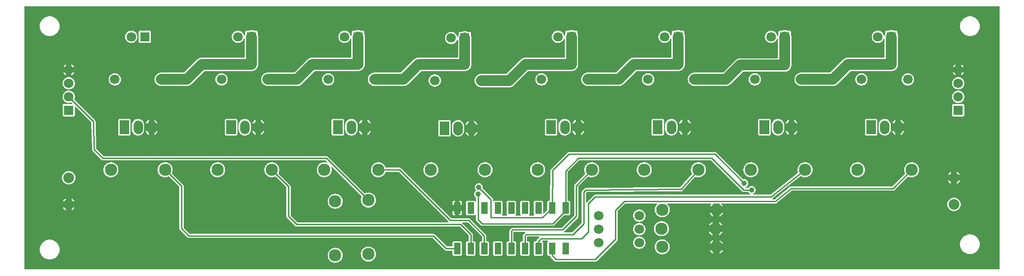
<source format=gbl>
G04 Layer: BottomLayer*
G04 EasyEDA v6.4.25, 2021-12-20T13:39:12+01:00*
G04 63a1d32c011d494aaade838ba407243e,51d3ad7738a14b0e94bcfea3d2f56fdc,10*
G04 Gerber Generator version 0.2*
G04 Scale: 100 percent, Rotated: No, Reflected: No *
G04 Dimensions in millimeters *
G04 leading zeros omitted , absolute positions ,4 integer and 5 decimal *
%FSLAX45Y45*%
%MOMM*%

%ADD10C,0.2540*%
%ADD11C,2.0000*%
%ADD12C,1.0000*%
%ADD13C,1.8000*%
%ADD15R,1.8000X1.8000*%
%ADD16R,1.2116X2.1819*%
%ADD17C,2.3000*%

%LPD*%
G36*
X-1221232Y-4974082D02*
G01*
X-1225143Y-4973320D01*
X-1228394Y-4971084D01*
X-1230630Y-4967833D01*
X-1231392Y-4963922D01*
X-1231392Y-36068D01*
X-1230630Y-32156D01*
X-1228394Y-28905D01*
X-1225143Y-26670D01*
X-1221232Y-25908D01*
X17045432Y-25908D01*
X17049343Y-26670D01*
X17052594Y-28905D01*
X17054830Y-32156D01*
X17055592Y-36068D01*
X17055592Y-4963922D01*
X17054830Y-4967833D01*
X17052594Y-4971084D01*
X17049343Y-4973320D01*
X17045432Y-4974082D01*
G37*

%LPC*%
G36*
X4597400Y-4848910D02*
G01*
X4613452Y-4847996D01*
X4629302Y-4845253D01*
X4644745Y-4840681D01*
X4659579Y-4834432D01*
X4673549Y-4826508D01*
X4686604Y-4817059D01*
X4698441Y-4806188D01*
X4708956Y-4794046D01*
X4718050Y-4780737D01*
X4725568Y-4766513D01*
X4731410Y-4751527D01*
X4735474Y-4735982D01*
X4737760Y-4720031D01*
X4738217Y-4703978D01*
X4736846Y-4687925D01*
X4733645Y-4672177D01*
X4728667Y-4656886D01*
X4722012Y-4642256D01*
X4713681Y-4628489D01*
X4703876Y-4615738D01*
X4692650Y-4604207D01*
X4680204Y-4593996D01*
X4666691Y-4585309D01*
X4652264Y-4578197D01*
X4637074Y-4572812D01*
X4621428Y-4569155D01*
X4605426Y-4567326D01*
X4589373Y-4567326D01*
X4573371Y-4569155D01*
X4557725Y-4572812D01*
X4542536Y-4578197D01*
X4528108Y-4585309D01*
X4514596Y-4593996D01*
X4502150Y-4604207D01*
X4490923Y-4615738D01*
X4481118Y-4628489D01*
X4472787Y-4642256D01*
X4466132Y-4656886D01*
X4461154Y-4672177D01*
X4457954Y-4687925D01*
X4456582Y-4703978D01*
X4457039Y-4720031D01*
X4459325Y-4735982D01*
X4463389Y-4751527D01*
X4469231Y-4766513D01*
X4476750Y-4780737D01*
X4485843Y-4794046D01*
X4496358Y-4806188D01*
X4508195Y-4817059D01*
X4521250Y-4826508D01*
X4535220Y-4834432D01*
X4550054Y-4840681D01*
X4565497Y-4845253D01*
X4581347Y-4847996D01*
G37*
G36*
X5219700Y-4827168D02*
G01*
X5235752Y-4826254D01*
X5251602Y-4823510D01*
X5267045Y-4818989D01*
X5281879Y-4812741D01*
X5295849Y-4804816D01*
X5308904Y-4795367D01*
X5320741Y-4784496D01*
X5331256Y-4772355D01*
X5340350Y-4759045D01*
X5347868Y-4744821D01*
X5353710Y-4729835D01*
X5357774Y-4714290D01*
X5360060Y-4698339D01*
X5360517Y-4682286D01*
X5359146Y-4666234D01*
X5355945Y-4650486D01*
X5350967Y-4635195D01*
X5344312Y-4620564D01*
X5335981Y-4606798D01*
X5326176Y-4594047D01*
X5314950Y-4582515D01*
X5302504Y-4572304D01*
X5288991Y-4563618D01*
X5274564Y-4556506D01*
X5259374Y-4551121D01*
X5243728Y-4547463D01*
X5227726Y-4545634D01*
X5211673Y-4545634D01*
X5195671Y-4547463D01*
X5180025Y-4551121D01*
X5164836Y-4556506D01*
X5150408Y-4563618D01*
X5136896Y-4572304D01*
X5124450Y-4582515D01*
X5113223Y-4594047D01*
X5103418Y-4606798D01*
X5095087Y-4620564D01*
X5088432Y-4635195D01*
X5083454Y-4650486D01*
X5080254Y-4666234D01*
X5078882Y-4682286D01*
X5079339Y-4698339D01*
X5081625Y-4714290D01*
X5085689Y-4729835D01*
X5091531Y-4744821D01*
X5099050Y-4759045D01*
X5108143Y-4772355D01*
X5118658Y-4784496D01*
X5130495Y-4795367D01*
X5143550Y-4804816D01*
X5157520Y-4812741D01*
X5172354Y-4818989D01*
X5187797Y-4823510D01*
X5203647Y-4826254D01*
G37*
G36*
X8738108Y-4826508D02*
G01*
X9473692Y-4826508D01*
X9481718Y-4825695D01*
X9488932Y-4823510D01*
X9495637Y-4819954D01*
X9501835Y-4814824D01*
X9882124Y-4434535D01*
X9887254Y-4428337D01*
X9890810Y-4421632D01*
X9892995Y-4414418D01*
X9893808Y-4406392D01*
X9893808Y-3881018D01*
X9894570Y-3877106D01*
X9896805Y-3873804D01*
X10033304Y-3737305D01*
X10036606Y-3735070D01*
X10040518Y-3734308D01*
X10621873Y-3734308D01*
X10625734Y-3735070D01*
X10628985Y-3737203D01*
X10631170Y-3740404D01*
X10632033Y-3744163D01*
X10631424Y-3748024D01*
X10629392Y-3751326D01*
X10619028Y-3762603D01*
X10609580Y-3775608D01*
X10601655Y-3789629D01*
X10595406Y-3804462D01*
X10590885Y-3819906D01*
X10588142Y-3835755D01*
X10587228Y-3851808D01*
X10588142Y-3867861D01*
X10590885Y-3883710D01*
X10595406Y-3899154D01*
X10601655Y-3913987D01*
X10609580Y-3927957D01*
X10619028Y-3940962D01*
X10629900Y-3952849D01*
X10642041Y-3963365D01*
X10655350Y-3972458D01*
X10669574Y-3979976D01*
X10684560Y-3985818D01*
X10700105Y-3989882D01*
X10716056Y-3992168D01*
X10732109Y-3992626D01*
X10748162Y-3991254D01*
X10763910Y-3988054D01*
X10779201Y-3983075D01*
X10793831Y-3976420D01*
X10807649Y-3968089D01*
X10820349Y-3958285D01*
X10831880Y-3947058D01*
X10842091Y-3934612D01*
X10850778Y-3921099D01*
X10857890Y-3906621D01*
X10863275Y-3891483D01*
X10866932Y-3875836D01*
X10868761Y-3859834D01*
X10868761Y-3843782D01*
X10866932Y-3827779D01*
X10863275Y-3812082D01*
X10857890Y-3796944D01*
X10850778Y-3782517D01*
X10842091Y-3769004D01*
X10831880Y-3756558D01*
X10827004Y-3751732D01*
X10824718Y-3748481D01*
X10823905Y-3744569D01*
X10824667Y-3740658D01*
X10826851Y-3737305D01*
X10830153Y-3735070D01*
X10834065Y-3734308D01*
X11637873Y-3734308D01*
X11641734Y-3735070D01*
X11644985Y-3737203D01*
X11647170Y-3740404D01*
X11648033Y-3744163D01*
X11647424Y-3748024D01*
X11645392Y-3751326D01*
X11635028Y-3762603D01*
X11625580Y-3775608D01*
X11618620Y-3787952D01*
X11680240Y-3787952D01*
X11680240Y-3744468D01*
X11681002Y-3740556D01*
X11683238Y-3737305D01*
X11686540Y-3735070D01*
X11690400Y-3734308D01*
X11797792Y-3734308D01*
X11801652Y-3735070D01*
X11804954Y-3737305D01*
X11807190Y-3740556D01*
X11807952Y-3744468D01*
X11807952Y-3787952D01*
X11869470Y-3787952D01*
X11866778Y-3782517D01*
X11858091Y-3769004D01*
X11847880Y-3756558D01*
X11843004Y-3751732D01*
X11840718Y-3748481D01*
X11839905Y-3744569D01*
X11840667Y-3740658D01*
X11842851Y-3737305D01*
X11846153Y-3735070D01*
X11850065Y-3734308D01*
X12852146Y-3734308D01*
X12856311Y-3734104D01*
X12859918Y-3733546D01*
X12863728Y-3732580D01*
X12867132Y-3731361D01*
X12870738Y-3729685D01*
X12873837Y-3727805D01*
X12877190Y-3725316D01*
X13155574Y-3495344D01*
X13158622Y-3493617D01*
X13162026Y-3493008D01*
X15061692Y-3493008D01*
X15069718Y-3492195D01*
X15076932Y-3490010D01*
X15083586Y-3486454D01*
X15090190Y-3480968D01*
X15335910Y-3229102D01*
X15339364Y-3226816D01*
X15343428Y-3226054D01*
X15347442Y-3226968D01*
X15356890Y-3231286D01*
X15372181Y-3236264D01*
X15387929Y-3239465D01*
X15403982Y-3240836D01*
X15420035Y-3240379D01*
X15435986Y-3238093D01*
X15451531Y-3233978D01*
X15466517Y-3228136D01*
X15480741Y-3220669D01*
X15494050Y-3211576D01*
X15506192Y-3201060D01*
X15517063Y-3189173D01*
X15526512Y-3176168D01*
X15534436Y-3162147D01*
X15540685Y-3147364D01*
X15545206Y-3131921D01*
X15547949Y-3116072D01*
X15548914Y-3100019D01*
X15547949Y-3083915D01*
X15545206Y-3068066D01*
X15540685Y-3052673D01*
X15534436Y-3037840D01*
X15526512Y-3023819D01*
X15517063Y-3010814D01*
X15506192Y-2998978D01*
X15494050Y-2988411D01*
X15480741Y-2979369D01*
X15466517Y-2971850D01*
X15451531Y-2966008D01*
X15435986Y-2961894D01*
X15420035Y-2959608D01*
X15403982Y-2959150D01*
X15387929Y-2960522D01*
X15372181Y-2963722D01*
X15356890Y-2968701D01*
X15342260Y-2975406D01*
X15328493Y-2983687D01*
X15315742Y-2993542D01*
X15304211Y-3004718D01*
X15294000Y-3017164D01*
X15285313Y-3030728D01*
X15278201Y-3045155D01*
X15272816Y-3060293D01*
X15269159Y-3075990D01*
X15267330Y-3091942D01*
X15267330Y-3108045D01*
X15269159Y-3124047D01*
X15272816Y-3139694D01*
X15278201Y-3154832D01*
X15282519Y-3163620D01*
X15283535Y-3167583D01*
X15282926Y-3171698D01*
X15280690Y-3175152D01*
X15048941Y-3412744D01*
X15045588Y-3414979D01*
X15041626Y-3415792D01*
X13144754Y-3415792D01*
X13140588Y-3415995D01*
X13136981Y-3416554D01*
X13133171Y-3417519D01*
X13129768Y-3418738D01*
X13126161Y-3420414D01*
X13123062Y-3422294D01*
X13119709Y-3424783D01*
X12841325Y-3654755D01*
X12838277Y-3656482D01*
X12834874Y-3657092D01*
X12803886Y-3657092D01*
X12799720Y-3656228D01*
X12796316Y-3653739D01*
X12794183Y-3650081D01*
X12793776Y-3645915D01*
X12795046Y-3641902D01*
X12797840Y-3638753D01*
X12800533Y-3636772D01*
X13320776Y-3219450D01*
X13324433Y-3217570D01*
X13328548Y-3217316D01*
X13332409Y-3218688D01*
X13342264Y-3224631D01*
X13356894Y-3231286D01*
X13372185Y-3236264D01*
X13387933Y-3239465D01*
X13403986Y-3240836D01*
X13420039Y-3240379D01*
X13435990Y-3238093D01*
X13451535Y-3233978D01*
X13466521Y-3228136D01*
X13480745Y-3220669D01*
X13494054Y-3211576D01*
X13506196Y-3201060D01*
X13517067Y-3189173D01*
X13526516Y-3176168D01*
X13534440Y-3162147D01*
X13540689Y-3147364D01*
X13545210Y-3131921D01*
X13547953Y-3116072D01*
X13548868Y-3100019D01*
X13547953Y-3083915D01*
X13545210Y-3068066D01*
X13540689Y-3052673D01*
X13534440Y-3037840D01*
X13526516Y-3023819D01*
X13517067Y-3010814D01*
X13506196Y-2998978D01*
X13494054Y-2988411D01*
X13480745Y-2979369D01*
X13466521Y-2971850D01*
X13451535Y-2966008D01*
X13435990Y-2961894D01*
X13420039Y-2959608D01*
X13403986Y-2959150D01*
X13387933Y-2960522D01*
X13372185Y-2963722D01*
X13356894Y-2968701D01*
X13342264Y-2975406D01*
X13328497Y-2983687D01*
X13315746Y-2993542D01*
X13304215Y-3004718D01*
X13294004Y-3017164D01*
X13285317Y-3030728D01*
X13278205Y-3045155D01*
X13272820Y-3060293D01*
X13269163Y-3075990D01*
X13267334Y-3091942D01*
X13267334Y-3108045D01*
X13269163Y-3124047D01*
X13272820Y-3139694D01*
X13275716Y-3147822D01*
X13276275Y-3151987D01*
X13275157Y-3155950D01*
X13272516Y-3159201D01*
X12765430Y-3565956D01*
X12762433Y-3567633D01*
X12759080Y-3568192D01*
X12443155Y-3568192D01*
X12439345Y-3567429D01*
X12436043Y-3565296D01*
X12433808Y-3562045D01*
X12432995Y-3558184D01*
X12433706Y-3554323D01*
X12435789Y-3551021D01*
X12439040Y-3548786D01*
X12444171Y-3546449D01*
X12453874Y-3540150D01*
X12462560Y-3532428D01*
X12469977Y-3523437D01*
X12475921Y-3513480D01*
X12480239Y-3502710D01*
X12482880Y-3491382D01*
X12483795Y-3479800D01*
X12482880Y-3468217D01*
X12480239Y-3456889D01*
X12475921Y-3446119D01*
X12469977Y-3436162D01*
X12462560Y-3427171D01*
X12453874Y-3419449D01*
X12444171Y-3413150D01*
X12433554Y-3408375D01*
X12422327Y-3405327D01*
X12410795Y-3403955D01*
X12399213Y-3404412D01*
X12387783Y-3406648D01*
X12376861Y-3410559D01*
X12366650Y-3416096D01*
X12357404Y-3423158D01*
X12349378Y-3431540D01*
X12345619Y-3436874D01*
X12343333Y-3439210D01*
X12340488Y-3440684D01*
X12337288Y-3441192D01*
X12303455Y-3441192D01*
X12299645Y-3440429D01*
X12296343Y-3438296D01*
X12294108Y-3435045D01*
X12293295Y-3431184D01*
X12294006Y-3427323D01*
X12296089Y-3424021D01*
X12299340Y-3421786D01*
X12304471Y-3419449D01*
X12314174Y-3413150D01*
X12322860Y-3405428D01*
X12330277Y-3396437D01*
X12336221Y-3386480D01*
X12340539Y-3375710D01*
X12343180Y-3364382D01*
X12344095Y-3352800D01*
X12343180Y-3341217D01*
X12340539Y-3329889D01*
X12336221Y-3319119D01*
X12330277Y-3309162D01*
X12322860Y-3300171D01*
X12314174Y-3292449D01*
X12304471Y-3286150D01*
X12293854Y-3281375D01*
X12282627Y-3278327D01*
X12271095Y-3276955D01*
X12259513Y-3277412D01*
X12254687Y-3278378D01*
X12251385Y-3278428D01*
X12248235Y-3277463D01*
X12245543Y-3275584D01*
X11749735Y-2779776D01*
X11743537Y-2774645D01*
X11736832Y-2771089D01*
X11729618Y-2768904D01*
X11721592Y-2768092D01*
X8979408Y-2768092D01*
X8971381Y-2768904D01*
X8964168Y-2771089D01*
X8957462Y-2774645D01*
X8951264Y-2779776D01*
X8647125Y-3083864D01*
X8642451Y-3089503D01*
X8638743Y-3096107D01*
X8636406Y-3103321D01*
X8635492Y-3111347D01*
X8625789Y-3674008D01*
X8624976Y-3677869D01*
X8622741Y-3681069D01*
X8619490Y-3683254D01*
X8615629Y-3684015D01*
X8602014Y-3684015D01*
X8595664Y-3684727D01*
X8590229Y-3686606D01*
X8585301Y-3689705D01*
X8581237Y-3693769D01*
X8578138Y-3698697D01*
X8576208Y-3704132D01*
X8575497Y-3710482D01*
X8575497Y-3846677D01*
X8574735Y-3850589D01*
X8572550Y-3853891D01*
X8511844Y-3914597D01*
X8508542Y-3916781D01*
X8504631Y-3917543D01*
X8500770Y-3916781D01*
X8497468Y-3914597D01*
X8495284Y-3911295D01*
X8494471Y-3907383D01*
X8494471Y-3710482D01*
X8493760Y-3704132D01*
X8491880Y-3698697D01*
X8488781Y-3693769D01*
X8484666Y-3689705D01*
X8479790Y-3686606D01*
X8474354Y-3684727D01*
X8468004Y-3684015D01*
X8348014Y-3684015D01*
X8341664Y-3684727D01*
X8336229Y-3686606D01*
X8331301Y-3689705D01*
X8327237Y-3693769D01*
X8324138Y-3698697D01*
X8322208Y-3704132D01*
X8321497Y-3710482D01*
X8321497Y-3927500D01*
X8322208Y-3933850D01*
X8324138Y-3939286D01*
X8329777Y-3947820D01*
X8330539Y-3951732D01*
X8329777Y-3955643D01*
X8327542Y-3958894D01*
X8324240Y-3961129D01*
X8320379Y-3961892D01*
X8241639Y-3961892D01*
X8237728Y-3961129D01*
X8234425Y-3958894D01*
X8232241Y-3955643D01*
X8231479Y-3951732D01*
X8232241Y-3947820D01*
X8237880Y-3939286D01*
X8239759Y-3933850D01*
X8240471Y-3927500D01*
X8240471Y-3710482D01*
X8239759Y-3704132D01*
X8237880Y-3698697D01*
X8234781Y-3693769D01*
X8230666Y-3689705D01*
X8225790Y-3686606D01*
X8220354Y-3684727D01*
X8214004Y-3684015D01*
X8094014Y-3684015D01*
X8087664Y-3684727D01*
X8082229Y-3686606D01*
X8077301Y-3689705D01*
X8073237Y-3693769D01*
X8070138Y-3698697D01*
X8068208Y-3704132D01*
X8067497Y-3710482D01*
X8067497Y-3927500D01*
X8068208Y-3933850D01*
X8070138Y-3939286D01*
X8075777Y-3947820D01*
X8076539Y-3951732D01*
X8075777Y-3955643D01*
X8073542Y-3958894D01*
X8070240Y-3961129D01*
X8066379Y-3961892D01*
X7987639Y-3961892D01*
X7983728Y-3961129D01*
X7980425Y-3958894D01*
X7978241Y-3955643D01*
X7977479Y-3951732D01*
X7978241Y-3947820D01*
X7983880Y-3939286D01*
X7985759Y-3933850D01*
X7986471Y-3927500D01*
X7986471Y-3710482D01*
X7985759Y-3704132D01*
X7983880Y-3698697D01*
X7980781Y-3693769D01*
X7976666Y-3689705D01*
X7971790Y-3686606D01*
X7966354Y-3684727D01*
X7960004Y-3684015D01*
X7840014Y-3684015D01*
X7833664Y-3684727D01*
X7828229Y-3686606D01*
X7823301Y-3689705D01*
X7819237Y-3693769D01*
X7816138Y-3698697D01*
X7814208Y-3704132D01*
X7813497Y-3710482D01*
X7813497Y-3927500D01*
X7814208Y-3933850D01*
X7816138Y-3939286D01*
X7821777Y-3947820D01*
X7822539Y-3951732D01*
X7821777Y-3955643D01*
X7819542Y-3958894D01*
X7816240Y-3961129D01*
X7812379Y-3961892D01*
X7733639Y-3961892D01*
X7729728Y-3961129D01*
X7726425Y-3958894D01*
X7724241Y-3955643D01*
X7723479Y-3951732D01*
X7724241Y-3947820D01*
X7729880Y-3939286D01*
X7731759Y-3933850D01*
X7732471Y-3927500D01*
X7732471Y-3710482D01*
X7731759Y-3704132D01*
X7729880Y-3698697D01*
X7726781Y-3693769D01*
X7722666Y-3689705D01*
X7717790Y-3686606D01*
X7712354Y-3684727D01*
X7706004Y-3684015D01*
X7586014Y-3684015D01*
X7579664Y-3684727D01*
X7574229Y-3686606D01*
X7572552Y-3687673D01*
X7568539Y-3689096D01*
X7564221Y-3688791D01*
X7560462Y-3686708D01*
X7557922Y-3683254D01*
X7557008Y-3679037D01*
X7557008Y-3658108D01*
X7556195Y-3650081D01*
X7554010Y-3642868D01*
X7550454Y-3636162D01*
X7545324Y-3629964D01*
X7367117Y-3451707D01*
X7365136Y-3448913D01*
X7364222Y-3445611D01*
X7365695Y-3429000D01*
X7364780Y-3417417D01*
X7362139Y-3406089D01*
X7357821Y-3395319D01*
X7351877Y-3385362D01*
X7344460Y-3376371D01*
X7335774Y-3368649D01*
X7326071Y-3362350D01*
X7315453Y-3357575D01*
X7304227Y-3354527D01*
X7292695Y-3353155D01*
X7281113Y-3353612D01*
X7269683Y-3355848D01*
X7258761Y-3359759D01*
X7248550Y-3365296D01*
X7239304Y-3372358D01*
X7231278Y-3380740D01*
X7224572Y-3390239D01*
X7219442Y-3400653D01*
X7215936Y-3411728D01*
X7214158Y-3423208D01*
X7214158Y-3434791D01*
X7215936Y-3446272D01*
X7219442Y-3457346D01*
X7224572Y-3467760D01*
X7231278Y-3477260D01*
X7233666Y-3479749D01*
X7235901Y-3483356D01*
X7236459Y-3487572D01*
X7235240Y-3491636D01*
X7232497Y-3494887D01*
X7226604Y-3499358D01*
X7218578Y-3507740D01*
X7211872Y-3517239D01*
X7206742Y-3527653D01*
X7203236Y-3538728D01*
X7201458Y-3550208D01*
X7201458Y-3561791D01*
X7203236Y-3573272D01*
X7206742Y-3584346D01*
X7211872Y-3594760D01*
X7218578Y-3604260D01*
X7226604Y-3612642D01*
X7234478Y-3618636D01*
X7236663Y-3620871D01*
X7238034Y-3623665D01*
X7238492Y-3626713D01*
X7238492Y-3689908D01*
X7237577Y-3694125D01*
X7234936Y-3697579D01*
X7231125Y-3699662D01*
X7226808Y-3699916D01*
X7222744Y-3698392D01*
X7219746Y-3695293D01*
X7218781Y-3693769D01*
X7214666Y-3689705D01*
X7209790Y-3686606D01*
X7204354Y-3684727D01*
X7198004Y-3684015D01*
X7078014Y-3684015D01*
X7071664Y-3684727D01*
X7066229Y-3686606D01*
X7061301Y-3689705D01*
X7057237Y-3693769D01*
X7054138Y-3698697D01*
X7052208Y-3704132D01*
X7051497Y-3710482D01*
X7051497Y-3927500D01*
X7052208Y-3933850D01*
X7054138Y-3939286D01*
X7057237Y-3944213D01*
X7061301Y-3948277D01*
X7066229Y-3951376D01*
X7071664Y-3953306D01*
X7078014Y-3954018D01*
X7198004Y-3954018D01*
X7204354Y-3953306D01*
X7209790Y-3951376D01*
X7214666Y-3948277D01*
X7218781Y-3944213D01*
X7219746Y-3942689D01*
X7222744Y-3939590D01*
X7226808Y-3938066D01*
X7231125Y-3938320D01*
X7234936Y-3940403D01*
X7237577Y-3943858D01*
X7238492Y-3948125D01*
X7238492Y-4038092D01*
X7239304Y-4046118D01*
X7241489Y-4053332D01*
X7245045Y-4060037D01*
X7250175Y-4066235D01*
X7325664Y-4141724D01*
X7331862Y-4146854D01*
X7338568Y-4150410D01*
X7345781Y-4152595D01*
X7353808Y-4153408D01*
X8673592Y-4153408D01*
X8681618Y-4152595D01*
X8688832Y-4150410D01*
X8695537Y-4146854D01*
X8701735Y-4141724D01*
X8886494Y-3956964D01*
X8889796Y-3954779D01*
X8893708Y-3954018D01*
X8976004Y-3954018D01*
X8982354Y-3953306D01*
X8987790Y-3951376D01*
X8992666Y-3948277D01*
X8996781Y-3944213D01*
X8999880Y-3939286D01*
X9001760Y-3933850D01*
X9002471Y-3927500D01*
X9002471Y-3710482D01*
X9001760Y-3704132D01*
X8999880Y-3698697D01*
X8996781Y-3693769D01*
X8992666Y-3689705D01*
X8987790Y-3686606D01*
X8982354Y-3684727D01*
X8976004Y-3684015D01*
X8964676Y-3684015D01*
X8960764Y-3683203D01*
X8957513Y-3681018D01*
X8955278Y-3677716D01*
X8954516Y-3673856D01*
X8954516Y-3143910D01*
X8955278Y-3139998D01*
X8957513Y-3136696D01*
X9169704Y-2924505D01*
X9173006Y-2922270D01*
X9176918Y-2921508D01*
X11638381Y-2921508D01*
X11642293Y-2922270D01*
X11645595Y-2924505D01*
X12227864Y-3506724D01*
X12234062Y-3511854D01*
X12240768Y-3515410D01*
X12247981Y-3517595D01*
X12256008Y-3518408D01*
X12337288Y-3518408D01*
X12340488Y-3518915D01*
X12343333Y-3520389D01*
X12345619Y-3522726D01*
X12349378Y-3528060D01*
X12357404Y-3536442D01*
X12366650Y-3543503D01*
X12376962Y-3549091D01*
X12380315Y-3552037D01*
X12382093Y-3556101D01*
X12381992Y-3560521D01*
X12379960Y-3564483D01*
X12376454Y-3567226D01*
X12372136Y-3568192D01*
X9474708Y-3568192D01*
X9466681Y-3569004D01*
X9459468Y-3571189D01*
X9452762Y-3574745D01*
X9446564Y-3579876D01*
X9320276Y-3706164D01*
X9314942Y-3712667D01*
X9311690Y-3715258D01*
X9307728Y-3716324D01*
X9303664Y-3715765D01*
X9300108Y-3713632D01*
X9297771Y-3710228D01*
X9296908Y-3706215D01*
X9296908Y-3538118D01*
X9297670Y-3534206D01*
X9299905Y-3530904D01*
X9309557Y-3521252D01*
X9312808Y-3519068D01*
X9316669Y-3518255D01*
X11089335Y-3505606D01*
X11097158Y-3504336D01*
X11104219Y-3501644D01*
X11110620Y-3497630D01*
X11116513Y-3492144D01*
X11343081Y-3232962D01*
X11346535Y-3230372D01*
X11350701Y-3229457D01*
X11354917Y-3230372D01*
X11356898Y-3231286D01*
X11372189Y-3236264D01*
X11387937Y-3239465D01*
X11403990Y-3240836D01*
X11420043Y-3240379D01*
X11435994Y-3238093D01*
X11451539Y-3233978D01*
X11466525Y-3228136D01*
X11480749Y-3220669D01*
X11494058Y-3211576D01*
X11506200Y-3201060D01*
X11517071Y-3189173D01*
X11526520Y-3176168D01*
X11534444Y-3162147D01*
X11540693Y-3147364D01*
X11545214Y-3131921D01*
X11547957Y-3116072D01*
X11548872Y-3100019D01*
X11547957Y-3083915D01*
X11545214Y-3068066D01*
X11540693Y-3052673D01*
X11534444Y-3037840D01*
X11526520Y-3023819D01*
X11517071Y-3010814D01*
X11506200Y-2998978D01*
X11494058Y-2988411D01*
X11480749Y-2979369D01*
X11466525Y-2971850D01*
X11451539Y-2966008D01*
X11435994Y-2961894D01*
X11420043Y-2959608D01*
X11403990Y-2959150D01*
X11387937Y-2960522D01*
X11372189Y-2963722D01*
X11356898Y-2968701D01*
X11342268Y-2975406D01*
X11328450Y-2983687D01*
X11315750Y-2993542D01*
X11304219Y-3004718D01*
X11294008Y-3017164D01*
X11285321Y-3030728D01*
X11278209Y-3045155D01*
X11272824Y-3060293D01*
X11269167Y-3075990D01*
X11267338Y-3091942D01*
X11267338Y-3108045D01*
X11269167Y-3124047D01*
X11272824Y-3139694D01*
X11278209Y-3154832D01*
X11285321Y-3169259D01*
X11287302Y-3174034D01*
X11286998Y-3178403D01*
X11284864Y-3182162D01*
X11072469Y-3425190D01*
X11069066Y-3427729D01*
X11064900Y-3428644D01*
X9296603Y-3441192D01*
X9288881Y-3441954D01*
X9281668Y-3444189D01*
X9274962Y-3447745D01*
X9268764Y-3452876D01*
X9231376Y-3490264D01*
X9226245Y-3496462D01*
X9222689Y-3503168D01*
X9220504Y-3510381D01*
X9219692Y-3518408D01*
X9219692Y-4094581D01*
X9218930Y-4098493D01*
X9216694Y-4101795D01*
X9042095Y-4276394D01*
X9038793Y-4278630D01*
X9034881Y-4279392D01*
X8892184Y-4279392D01*
X8888171Y-4278579D01*
X8884767Y-4276191D01*
X8882634Y-4272635D01*
X8882075Y-4268571D01*
X8883142Y-4264609D01*
X8885732Y-4261358D01*
X8892235Y-4256024D01*
X9145524Y-4002735D01*
X9150654Y-3996537D01*
X9154210Y-3989832D01*
X9156395Y-3982618D01*
X9157208Y-3974592D01*
X9157208Y-3423107D01*
X9157919Y-3419348D01*
X9160002Y-3416096D01*
X9337497Y-3229965D01*
X9340900Y-3227578D01*
X9344964Y-3226816D01*
X9349028Y-3227730D01*
X9356902Y-3231286D01*
X9372193Y-3236264D01*
X9387941Y-3239465D01*
X9403994Y-3240836D01*
X9420047Y-3240379D01*
X9435998Y-3238093D01*
X9451543Y-3233978D01*
X9466529Y-3228136D01*
X9480753Y-3220669D01*
X9494012Y-3211576D01*
X9506204Y-3201060D01*
X9517075Y-3189173D01*
X9526524Y-3176168D01*
X9534448Y-3162147D01*
X9540697Y-3147364D01*
X9545218Y-3131921D01*
X9547961Y-3116072D01*
X9548876Y-3100019D01*
X9547961Y-3083915D01*
X9545218Y-3068066D01*
X9540697Y-3052673D01*
X9534448Y-3037840D01*
X9526524Y-3023819D01*
X9517075Y-3010814D01*
X9506204Y-2998978D01*
X9494012Y-2988411D01*
X9480753Y-2979369D01*
X9466529Y-2971850D01*
X9451543Y-2966008D01*
X9435998Y-2961894D01*
X9420047Y-2959608D01*
X9403994Y-2959150D01*
X9387941Y-2960522D01*
X9372193Y-2963722D01*
X9356902Y-2968701D01*
X9342272Y-2975406D01*
X9328454Y-2983687D01*
X9315754Y-2993542D01*
X9304223Y-3004718D01*
X9294012Y-3017164D01*
X9285325Y-3030728D01*
X9278213Y-3045155D01*
X9272828Y-3060293D01*
X9269171Y-3075990D01*
X9267342Y-3091942D01*
X9267342Y-3108045D01*
X9269171Y-3124047D01*
X9272828Y-3139694D01*
X9278213Y-3154832D01*
X9283293Y-3165195D01*
X9284360Y-3169158D01*
X9283700Y-3173222D01*
X9281566Y-3176676D01*
X9090964Y-3376625D01*
X9086545Y-3382111D01*
X9082989Y-3388868D01*
X9080804Y-3396081D01*
X9079992Y-3404108D01*
X9079992Y-3954881D01*
X9079230Y-3958793D01*
X9076994Y-3962095D01*
X8851595Y-4187494D01*
X8848293Y-4189729D01*
X8844381Y-4190492D01*
X7925308Y-4190492D01*
X7917281Y-4191304D01*
X7910068Y-4193489D01*
X7903362Y-4197045D01*
X7897164Y-4202176D01*
X7872984Y-4226356D01*
X7867853Y-4232554D01*
X7864297Y-4239260D01*
X7862112Y-4246473D01*
X7861300Y-4254500D01*
X7861300Y-4435856D01*
X7860538Y-4439716D01*
X7858302Y-4443018D01*
X7855051Y-4445203D01*
X7851140Y-4446016D01*
X7840014Y-4446016D01*
X7833664Y-4446727D01*
X7828229Y-4448606D01*
X7823301Y-4451705D01*
X7819237Y-4455769D01*
X7816138Y-4460697D01*
X7814208Y-4466132D01*
X7813497Y-4472482D01*
X7813497Y-4689500D01*
X7814208Y-4695850D01*
X7816138Y-4701286D01*
X7819237Y-4706213D01*
X7823301Y-4710277D01*
X7828229Y-4713376D01*
X7833664Y-4715306D01*
X7840014Y-4716018D01*
X7960004Y-4716018D01*
X7966354Y-4715306D01*
X7971790Y-4713376D01*
X7976666Y-4710277D01*
X7980781Y-4706213D01*
X7983880Y-4701286D01*
X7985759Y-4695850D01*
X7986471Y-4689500D01*
X7986471Y-4472482D01*
X7985759Y-4466132D01*
X7983880Y-4460697D01*
X7980781Y-4455769D01*
X7976666Y-4451705D01*
X7971790Y-4448606D01*
X7966354Y-4446727D01*
X7960004Y-4446016D01*
X7948675Y-4446016D01*
X7944764Y-4445203D01*
X7941513Y-4443018D01*
X7939278Y-4439716D01*
X7938516Y-4435856D01*
X7938516Y-4277868D01*
X7939278Y-4273956D01*
X7941513Y-4270705D01*
X7944764Y-4268470D01*
X7948675Y-4267708D01*
X8151215Y-4267708D01*
X8155228Y-4268571D01*
X8158632Y-4270908D01*
X8160766Y-4274464D01*
X8161324Y-4278528D01*
X8160258Y-4282490D01*
X8157667Y-4285742D01*
X8151164Y-4291076D01*
X8126984Y-4315256D01*
X8121853Y-4321454D01*
X8118297Y-4328160D01*
X8116112Y-4335373D01*
X8115300Y-4343400D01*
X8115300Y-4435856D01*
X8114538Y-4439716D01*
X8112302Y-4443018D01*
X8109051Y-4445203D01*
X8105140Y-4446016D01*
X8094014Y-4446016D01*
X8087664Y-4446727D01*
X8082229Y-4448606D01*
X8077301Y-4451705D01*
X8073237Y-4455769D01*
X8070138Y-4460697D01*
X8068208Y-4466132D01*
X8067497Y-4472482D01*
X8067497Y-4689500D01*
X8068208Y-4695850D01*
X8070138Y-4701286D01*
X8073237Y-4706213D01*
X8077301Y-4710277D01*
X8082229Y-4713376D01*
X8087664Y-4715306D01*
X8094014Y-4716018D01*
X8214004Y-4716018D01*
X8220354Y-4715306D01*
X8225790Y-4713376D01*
X8230666Y-4710277D01*
X8234781Y-4706213D01*
X8237880Y-4701286D01*
X8239759Y-4695850D01*
X8240471Y-4689500D01*
X8240471Y-4472482D01*
X8239759Y-4466132D01*
X8237880Y-4460697D01*
X8234781Y-4455769D01*
X8230666Y-4451705D01*
X8225790Y-4448606D01*
X8220354Y-4446727D01*
X8214004Y-4446016D01*
X8202675Y-4446016D01*
X8198764Y-4445203D01*
X8195513Y-4443018D01*
X8193278Y-4439716D01*
X8192516Y-4435856D01*
X8192516Y-4366768D01*
X8193278Y-4362856D01*
X8195513Y-4359605D01*
X8198764Y-4357370D01*
X8202675Y-4356608D01*
X8416645Y-4356608D01*
X8420557Y-4357370D01*
X8423859Y-4359605D01*
X8426043Y-4362856D01*
X8426805Y-4366768D01*
X8426043Y-4370679D01*
X8423859Y-4373930D01*
X8380984Y-4416856D01*
X8375853Y-4423054D01*
X8372297Y-4429760D01*
X8368995Y-4440478D01*
X8366759Y-4443425D01*
X8363610Y-4445304D01*
X8360003Y-4446016D01*
X8348014Y-4446016D01*
X8341664Y-4446727D01*
X8336229Y-4448606D01*
X8331301Y-4451705D01*
X8327237Y-4455769D01*
X8324138Y-4460697D01*
X8322208Y-4466132D01*
X8321497Y-4472482D01*
X8321497Y-4689500D01*
X8322208Y-4695850D01*
X8324138Y-4701286D01*
X8327237Y-4706213D01*
X8331301Y-4710277D01*
X8336229Y-4713376D01*
X8341664Y-4715306D01*
X8348014Y-4716018D01*
X8468004Y-4716018D01*
X8474354Y-4715306D01*
X8479790Y-4713376D01*
X8484666Y-4710277D01*
X8488781Y-4706213D01*
X8491880Y-4701286D01*
X8493760Y-4695850D01*
X8494471Y-4689500D01*
X8494471Y-4472482D01*
X8493760Y-4466132D01*
X8491880Y-4460697D01*
X8488781Y-4455769D01*
X8481364Y-4448556D01*
X8479840Y-4444492D01*
X8480145Y-4440174D01*
X8482177Y-4436364D01*
X8485632Y-4433722D01*
X8489899Y-4432808D01*
X8580120Y-4432808D01*
X8584336Y-4433722D01*
X8587790Y-4436364D01*
X8589873Y-4440174D01*
X8590178Y-4444492D01*
X8588603Y-4448556D01*
X8581237Y-4455769D01*
X8578138Y-4460697D01*
X8576208Y-4466132D01*
X8575497Y-4472482D01*
X8575497Y-4689500D01*
X8576208Y-4695850D01*
X8578138Y-4701286D01*
X8581237Y-4706213D01*
X8585301Y-4710277D01*
X8590229Y-4713376D01*
X8595664Y-4715306D01*
X8602014Y-4716018D01*
X8615426Y-4716018D01*
X8619591Y-4716881D01*
X8623046Y-4719472D01*
X8625128Y-4723231D01*
X8626297Y-4726940D01*
X8629853Y-4733645D01*
X8634984Y-4739843D01*
X8709964Y-4814824D01*
X8716162Y-4819954D01*
X8722868Y-4823510D01*
X8730081Y-4825695D01*
G37*
G36*
X-766724Y-4785664D02*
G01*
X-747877Y-4785664D01*
X-729132Y-4783734D01*
X-710692Y-4779975D01*
X-692759Y-4774336D01*
X-675436Y-4766868D01*
X-658977Y-4757724D01*
X-643534Y-4747006D01*
X-629208Y-4734712D01*
X-616254Y-4721098D01*
X-604723Y-4706162D01*
X-594766Y-4690211D01*
X-586486Y-4673295D01*
X-579932Y-4655616D01*
X-575208Y-4637430D01*
X-572363Y-4618786D01*
X-571398Y-4599990D01*
X-572363Y-4581194D01*
X-575208Y-4562551D01*
X-579932Y-4544364D01*
X-586486Y-4526686D01*
X-594766Y-4509770D01*
X-604723Y-4493818D01*
X-616254Y-4478883D01*
X-629208Y-4465269D01*
X-643534Y-4452975D01*
X-658977Y-4442256D01*
X-675436Y-4433112D01*
X-692759Y-4425645D01*
X-710692Y-4420006D01*
X-729132Y-4416247D01*
X-747877Y-4414316D01*
X-766724Y-4414316D01*
X-785469Y-4416247D01*
X-803910Y-4420006D01*
X-821842Y-4425645D01*
X-839165Y-4433112D01*
X-855624Y-4442256D01*
X-871067Y-4452975D01*
X-885393Y-4465269D01*
X-898347Y-4478883D01*
X-909878Y-4493818D01*
X-919835Y-4509770D01*
X-928116Y-4526686D01*
X-934669Y-4544364D01*
X-939393Y-4562551D01*
X-942238Y-4581194D01*
X-943203Y-4599990D01*
X-942238Y-4618786D01*
X-939393Y-4637430D01*
X-934669Y-4655616D01*
X-928116Y-4673295D01*
X-919835Y-4690211D01*
X-909878Y-4706162D01*
X-898347Y-4721098D01*
X-885393Y-4734712D01*
X-871067Y-4747006D01*
X-855624Y-4757724D01*
X-839165Y-4766868D01*
X-821842Y-4774336D01*
X-803910Y-4779975D01*
X-785469Y-4783734D01*
G37*
G36*
X7586014Y-4716018D02*
G01*
X7706004Y-4716018D01*
X7712354Y-4715306D01*
X7717790Y-4713376D01*
X7722666Y-4710277D01*
X7726781Y-4706213D01*
X7729880Y-4701286D01*
X7731759Y-4695850D01*
X7732471Y-4689500D01*
X7732471Y-4472482D01*
X7731759Y-4466132D01*
X7729880Y-4460697D01*
X7726781Y-4455769D01*
X7722666Y-4451705D01*
X7717790Y-4448606D01*
X7712354Y-4446727D01*
X7706004Y-4446016D01*
X7586014Y-4446016D01*
X7579664Y-4446727D01*
X7574229Y-4448606D01*
X7569301Y-4451705D01*
X7565237Y-4455769D01*
X7562138Y-4460697D01*
X7560208Y-4466132D01*
X7559497Y-4472482D01*
X7559497Y-4689500D01*
X7560208Y-4695850D01*
X7562138Y-4701286D01*
X7565237Y-4706213D01*
X7569301Y-4710277D01*
X7574229Y-4713376D01*
X7579664Y-4715306D01*
G37*
G36*
X7078014Y-4716018D02*
G01*
X7198004Y-4716018D01*
X7204354Y-4715306D01*
X7209790Y-4713376D01*
X7214666Y-4710277D01*
X7218781Y-4706213D01*
X7221880Y-4701286D01*
X7223759Y-4695850D01*
X7224471Y-4689500D01*
X7224471Y-4472482D01*
X7223759Y-4466132D01*
X7221880Y-4460697D01*
X7218781Y-4455769D01*
X7214666Y-4451705D01*
X7209790Y-4448606D01*
X7204354Y-4446727D01*
X7198004Y-4446016D01*
X7186675Y-4446016D01*
X7182764Y-4445203D01*
X7179513Y-4443018D01*
X7177278Y-4439716D01*
X7176516Y-4435856D01*
X7176516Y-4319016D01*
X7175703Y-4310989D01*
X7173518Y-4303776D01*
X7169962Y-4297070D01*
X7164831Y-4290872D01*
X6981240Y-4107230D01*
X6979056Y-4103979D01*
X6978294Y-4100068D01*
X6979056Y-4096156D01*
X6981240Y-4092905D01*
X6984542Y-4090670D01*
X6988454Y-4089908D01*
X7079081Y-4089908D01*
X7082993Y-4090670D01*
X7086295Y-4092905D01*
X7349845Y-4356455D01*
X7352080Y-4359757D01*
X7352842Y-4363618D01*
X7352995Y-4435805D01*
X7352233Y-4439716D01*
X7349998Y-4443018D01*
X7346746Y-4445203D01*
X7342835Y-4446016D01*
X7332014Y-4446016D01*
X7325664Y-4446727D01*
X7320229Y-4448606D01*
X7315301Y-4451705D01*
X7311237Y-4455769D01*
X7308138Y-4460697D01*
X7306208Y-4466132D01*
X7305497Y-4472482D01*
X7305497Y-4689500D01*
X7306208Y-4695850D01*
X7308138Y-4701286D01*
X7311237Y-4706213D01*
X7315301Y-4710277D01*
X7320229Y-4713376D01*
X7325664Y-4715306D01*
X7332014Y-4716018D01*
X7452004Y-4716018D01*
X7458354Y-4715306D01*
X7463790Y-4713376D01*
X7468666Y-4710277D01*
X7472781Y-4706213D01*
X7475880Y-4701286D01*
X7477759Y-4695850D01*
X7478471Y-4689500D01*
X7478471Y-4472482D01*
X7477759Y-4466132D01*
X7475880Y-4460697D01*
X7472781Y-4455769D01*
X7468666Y-4451705D01*
X7463790Y-4448606D01*
X7458354Y-4446727D01*
X7452004Y-4446016D01*
X7440371Y-4446016D01*
X7436459Y-4445203D01*
X7433208Y-4443018D01*
X7430973Y-4439716D01*
X7430211Y-4435856D01*
X7430008Y-4343806D01*
X7429195Y-4335881D01*
X7427010Y-4328668D01*
X7423454Y-4321962D01*
X7418324Y-4315764D01*
X7126935Y-4024376D01*
X7120737Y-4019245D01*
X7114031Y-4015689D01*
X7106818Y-4013504D01*
X7098792Y-4012692D01*
X6776618Y-4012692D01*
X6772706Y-4011929D01*
X6769404Y-4009694D01*
X5832805Y-3073146D01*
X5826607Y-3068015D01*
X5819902Y-3064459D01*
X5812688Y-3062274D01*
X5804662Y-3061462D01*
X5550865Y-3061462D01*
X5546648Y-3060547D01*
X5543194Y-3057956D01*
X5541162Y-3054146D01*
X5540705Y-3052673D01*
X5534456Y-3037840D01*
X5526532Y-3023819D01*
X5517083Y-3010814D01*
X5506212Y-2998978D01*
X5494020Y-2988411D01*
X5480761Y-2979369D01*
X5466537Y-2971850D01*
X5451551Y-2966008D01*
X5435955Y-2961894D01*
X5420055Y-2959608D01*
X5404002Y-2959150D01*
X5387949Y-2960522D01*
X5372201Y-2963722D01*
X5356860Y-2968701D01*
X5342229Y-2975406D01*
X5328462Y-2983687D01*
X5315712Y-2993542D01*
X5304180Y-3004718D01*
X5294020Y-3017164D01*
X5285333Y-3030728D01*
X5278221Y-3045155D01*
X5272836Y-3060293D01*
X5269179Y-3075990D01*
X5267350Y-3091942D01*
X5267350Y-3108045D01*
X5269179Y-3124047D01*
X5272836Y-3139694D01*
X5278221Y-3154832D01*
X5285333Y-3169259D01*
X5294020Y-3182823D01*
X5304180Y-3195269D01*
X5315712Y-3206496D01*
X5328462Y-3216300D01*
X5342229Y-3224631D01*
X5356860Y-3231286D01*
X5372201Y-3236264D01*
X5387949Y-3239465D01*
X5404002Y-3240836D01*
X5420055Y-3240379D01*
X5435955Y-3238093D01*
X5451551Y-3233978D01*
X5466537Y-3228136D01*
X5480761Y-3220669D01*
X5494020Y-3211576D01*
X5506212Y-3201060D01*
X5517083Y-3189173D01*
X5526532Y-3176168D01*
X5534456Y-3162147D01*
X5540705Y-3147364D01*
X5541111Y-3145993D01*
X5543194Y-3142183D01*
X5546648Y-3139592D01*
X5550865Y-3138678D01*
X5784951Y-3138678D01*
X5788863Y-3139440D01*
X5792165Y-3141675D01*
X6722059Y-4071569D01*
X6724243Y-4074820D01*
X6725005Y-4078732D01*
X6724243Y-4082643D01*
X6722059Y-4085894D01*
X6718757Y-4088129D01*
X6714845Y-4088892D01*
X3893718Y-4088892D01*
X3889806Y-4088129D01*
X3886504Y-4085894D01*
X3762705Y-3962095D01*
X3760470Y-3958793D01*
X3759708Y-3954881D01*
X3759708Y-3413506D01*
X3758895Y-3405479D01*
X3756710Y-3398265D01*
X3753154Y-3391560D01*
X3748024Y-3385362D01*
X3536391Y-3173831D01*
X3534156Y-3170529D01*
X3533394Y-3166618D01*
X3534206Y-3162706D01*
X3540709Y-3147364D01*
X3545230Y-3131921D01*
X3547973Y-3116072D01*
X3548887Y-3100019D01*
X3547973Y-3083915D01*
X3545230Y-3068066D01*
X3540709Y-3052673D01*
X3534410Y-3037840D01*
X3526536Y-3023819D01*
X3517087Y-3010814D01*
X3506215Y-2998978D01*
X3494024Y-2988411D01*
X3480765Y-2979369D01*
X3466541Y-2971850D01*
X3451555Y-2966008D01*
X3435959Y-2961894D01*
X3420059Y-2959608D01*
X3403955Y-2959150D01*
X3387953Y-2960522D01*
X3372205Y-2963722D01*
X3356864Y-2968701D01*
X3342233Y-2975406D01*
X3328466Y-2983687D01*
X3315715Y-2993542D01*
X3304184Y-3004718D01*
X3294024Y-3017164D01*
X3285337Y-3030728D01*
X3278225Y-3045155D01*
X3272790Y-3060293D01*
X3269183Y-3075990D01*
X3267354Y-3091942D01*
X3267354Y-3108045D01*
X3269183Y-3124047D01*
X3272790Y-3139694D01*
X3278225Y-3154832D01*
X3285337Y-3169259D01*
X3294024Y-3182823D01*
X3304184Y-3195269D01*
X3315715Y-3206496D01*
X3328466Y-3216300D01*
X3342233Y-3224631D01*
X3356864Y-3231286D01*
X3372205Y-3236264D01*
X3387953Y-3239465D01*
X3403955Y-3240836D01*
X3420059Y-3240379D01*
X3435959Y-3238093D01*
X3451555Y-3233978D01*
X3466541Y-3228136D01*
X3469690Y-3226511D01*
X3473805Y-3225342D01*
X3478022Y-3225952D01*
X3481628Y-3228289D01*
X3679494Y-3426002D01*
X3681729Y-3429304D01*
X3682492Y-3433216D01*
X3682492Y-3974592D01*
X3683304Y-3982618D01*
X3685489Y-3989832D01*
X3689045Y-3996537D01*
X3694176Y-4002735D01*
X3845864Y-4154424D01*
X3852062Y-4159554D01*
X3858768Y-4163110D01*
X3865981Y-4165295D01*
X3874008Y-4166108D01*
X6926681Y-4166108D01*
X6930593Y-4166870D01*
X6933895Y-4169105D01*
X7096302Y-4331512D01*
X7098538Y-4334814D01*
X7099300Y-4338726D01*
X7099300Y-4435856D01*
X7098538Y-4439716D01*
X7096302Y-4443018D01*
X7093051Y-4445203D01*
X7089140Y-4446016D01*
X7078014Y-4446016D01*
X7071664Y-4446727D01*
X7066229Y-4448606D01*
X7061301Y-4451705D01*
X7057237Y-4455769D01*
X7054138Y-4460697D01*
X7052208Y-4466132D01*
X7051497Y-4472482D01*
X7051497Y-4689500D01*
X7052208Y-4695850D01*
X7054138Y-4701286D01*
X7057237Y-4706213D01*
X7061301Y-4710277D01*
X7066229Y-4713376D01*
X7071664Y-4715306D01*
G37*
G36*
X6824014Y-4716018D02*
G01*
X6944004Y-4716018D01*
X6950354Y-4715306D01*
X6955790Y-4713376D01*
X6960666Y-4710277D01*
X6964781Y-4706213D01*
X6967880Y-4701286D01*
X6969759Y-4695850D01*
X6970471Y-4689500D01*
X6970471Y-4472482D01*
X6969759Y-4466132D01*
X6967880Y-4460697D01*
X6964781Y-4455769D01*
X6960666Y-4451705D01*
X6955790Y-4448606D01*
X6950354Y-4446727D01*
X6944004Y-4446016D01*
X6824014Y-4446016D01*
X6817664Y-4446727D01*
X6812229Y-4448606D01*
X6807301Y-4451705D01*
X6803237Y-4455769D01*
X6800138Y-4460697D01*
X6798208Y-4466132D01*
X6797497Y-4472482D01*
X6797497Y-4532122D01*
X6796735Y-4536033D01*
X6794550Y-4539284D01*
X6791248Y-4541520D01*
X6787337Y-4542282D01*
X6696608Y-4542282D01*
X6692696Y-4541520D01*
X6689394Y-4539284D01*
X6466535Y-4316476D01*
X6460337Y-4311345D01*
X6453632Y-4307789D01*
X6446418Y-4305604D01*
X6438392Y-4304792D01*
X1874418Y-4304792D01*
X1870506Y-4304030D01*
X1867204Y-4301794D01*
X1756105Y-4190695D01*
X1753870Y-4187393D01*
X1753107Y-4183481D01*
X1753107Y-3404108D01*
X1752295Y-3396081D01*
X1750110Y-3388868D01*
X1746554Y-3382162D01*
X1741424Y-3375964D01*
X1537258Y-3171748D01*
X1535074Y-3168446D01*
X1534261Y-3164535D01*
X1535074Y-3160623D01*
X1540713Y-3147364D01*
X1545234Y-3131921D01*
X1547977Y-3116072D01*
X1548892Y-3100019D01*
X1547977Y-3083915D01*
X1545234Y-3068066D01*
X1540713Y-3052673D01*
X1534414Y-3037840D01*
X1526540Y-3023819D01*
X1517091Y-3010814D01*
X1506169Y-2998978D01*
X1494028Y-2988411D01*
X1480769Y-2979369D01*
X1466545Y-2971850D01*
X1451559Y-2966008D01*
X1435963Y-2961894D01*
X1420063Y-2959608D01*
X1403959Y-2959150D01*
X1387957Y-2960522D01*
X1372158Y-2963722D01*
X1356868Y-2968701D01*
X1342237Y-2975406D01*
X1328470Y-2983687D01*
X1315720Y-2993542D01*
X1304188Y-3004718D01*
X1294028Y-3017164D01*
X1285341Y-3030728D01*
X1278229Y-3045155D01*
X1272794Y-3060293D01*
X1269187Y-3075990D01*
X1267358Y-3091942D01*
X1267358Y-3108045D01*
X1269187Y-3124047D01*
X1272794Y-3139694D01*
X1278229Y-3154832D01*
X1285341Y-3169259D01*
X1294028Y-3182823D01*
X1304188Y-3195269D01*
X1315720Y-3206496D01*
X1328470Y-3216300D01*
X1342237Y-3224631D01*
X1356868Y-3231286D01*
X1372158Y-3236264D01*
X1387957Y-3239465D01*
X1403959Y-3240836D01*
X1420063Y-3240379D01*
X1435963Y-3238093D01*
X1451559Y-3233978D01*
X1466545Y-3228136D01*
X1471625Y-3225444D01*
X1475740Y-3224326D01*
X1479956Y-3224936D01*
X1483563Y-3227273D01*
X1672894Y-3416604D01*
X1675130Y-3419906D01*
X1675892Y-3423818D01*
X1675892Y-4203192D01*
X1676704Y-4211218D01*
X1678889Y-4218432D01*
X1682445Y-4225137D01*
X1687575Y-4231335D01*
X1826564Y-4370324D01*
X1832762Y-4375454D01*
X1839468Y-4379010D01*
X1846681Y-4381195D01*
X1854707Y-4382008D01*
X6418681Y-4382008D01*
X6422593Y-4382770D01*
X6425895Y-4385005D01*
X6648754Y-4607814D01*
X6654952Y-4612944D01*
X6661658Y-4616500D01*
X6668871Y-4618685D01*
X6676898Y-4619498D01*
X6787337Y-4619498D01*
X6791248Y-4620260D01*
X6794550Y-4622495D01*
X6796735Y-4625746D01*
X6797497Y-4629658D01*
X6797497Y-4689500D01*
X6798208Y-4695850D01*
X6800138Y-4701286D01*
X6803237Y-4706213D01*
X6807301Y-4710277D01*
X6812229Y-4713376D01*
X6817664Y-4715306D01*
G37*
G36*
X10732109Y-4691126D02*
G01*
X10748162Y-4689754D01*
X10763910Y-4686554D01*
X10779201Y-4681575D01*
X10793831Y-4674920D01*
X10807649Y-4666589D01*
X10820349Y-4656785D01*
X10831880Y-4645558D01*
X10842091Y-4633112D01*
X10850778Y-4619599D01*
X10857890Y-4605121D01*
X10863275Y-4589983D01*
X10866932Y-4574336D01*
X10868761Y-4558334D01*
X10868761Y-4542282D01*
X10866932Y-4526280D01*
X10863275Y-4510582D01*
X10857890Y-4495444D01*
X10850778Y-4481017D01*
X10842091Y-4467504D01*
X10831880Y-4455058D01*
X10820349Y-4443831D01*
X10807649Y-4433976D01*
X10793831Y-4425696D01*
X10779201Y-4418990D01*
X10763910Y-4414062D01*
X10748162Y-4410862D01*
X10732109Y-4409490D01*
X10716056Y-4409948D01*
X10700105Y-4412234D01*
X10684560Y-4416298D01*
X10669574Y-4422140D01*
X10655350Y-4429658D01*
X10642041Y-4438751D01*
X10629900Y-4449267D01*
X10619028Y-4461103D01*
X10609580Y-4474108D01*
X10601655Y-4488129D01*
X10595406Y-4502962D01*
X10590885Y-4518406D01*
X10588142Y-4534255D01*
X10587228Y-4550308D01*
X10588142Y-4566361D01*
X10590885Y-4582210D01*
X10595406Y-4597654D01*
X10601655Y-4612487D01*
X10609580Y-4626457D01*
X10619028Y-4639462D01*
X10629900Y-4651349D01*
X10642041Y-4661865D01*
X10655350Y-4670958D01*
X10669574Y-4678476D01*
X10684560Y-4684318D01*
X10700105Y-4688382D01*
X10716056Y-4690668D01*
G37*
G36*
X16490594Y-4685639D02*
G01*
X16509390Y-4685639D01*
X16528135Y-4683760D01*
X16546576Y-4679950D01*
X16564559Y-4674311D01*
X16581882Y-4666894D01*
X16598341Y-4657750D01*
X16613784Y-4646980D01*
X16628059Y-4634738D01*
X16641063Y-4621072D01*
X16652544Y-4606188D01*
X16662552Y-4590186D01*
X16670832Y-4573320D01*
X16677386Y-4555642D01*
X16682059Y-4537405D01*
X16684955Y-4518812D01*
X16685869Y-4500016D01*
X16684955Y-4481169D01*
X16682059Y-4462576D01*
X16677386Y-4444339D01*
X16670832Y-4426661D01*
X16662552Y-4409795D01*
X16652544Y-4393793D01*
X16641063Y-4378909D01*
X16628059Y-4365244D01*
X16613784Y-4353001D01*
X16598341Y-4342231D01*
X16581882Y-4333087D01*
X16564559Y-4325670D01*
X16546576Y-4320032D01*
X16528135Y-4316222D01*
X16509390Y-4314342D01*
X16490594Y-4314342D01*
X16471849Y-4316222D01*
X16453408Y-4320032D01*
X16435425Y-4325670D01*
X16418102Y-4333087D01*
X16401643Y-4342231D01*
X16386200Y-4353001D01*
X16371925Y-4365244D01*
X16358920Y-4378909D01*
X16347440Y-4393793D01*
X16337432Y-4409795D01*
X16329151Y-4426661D01*
X16322598Y-4444339D01*
X16317925Y-4462576D01*
X16315029Y-4481169D01*
X16314115Y-4500016D01*
X16315029Y-4518812D01*
X16317925Y-4537405D01*
X16322598Y-4555642D01*
X16329151Y-4573320D01*
X16337432Y-4590186D01*
X16347440Y-4606188D01*
X16358920Y-4621072D01*
X16371925Y-4634738D01*
X16386200Y-4646980D01*
X16401643Y-4657750D01*
X16418102Y-4666894D01*
X16435425Y-4674311D01*
X16453408Y-4679950D01*
X16471849Y-4683760D01*
G37*
G36*
X11807952Y-4675784D02*
G01*
X11809831Y-4674920D01*
X11823649Y-4666589D01*
X11836349Y-4656785D01*
X11847880Y-4645558D01*
X11858091Y-4633112D01*
X11866778Y-4619599D01*
X11869470Y-4614164D01*
X11807952Y-4614164D01*
G37*
G36*
X11680240Y-4675632D02*
G01*
X11680240Y-4614164D01*
X11618620Y-4614164D01*
X11625580Y-4626457D01*
X11635028Y-4639462D01*
X11645900Y-4651349D01*
X11658041Y-4661865D01*
X11671350Y-4670958D01*
G37*
G36*
X10299700Y-4586274D02*
G01*
X10314228Y-4585360D01*
X10328503Y-4582668D01*
X10342372Y-4578146D01*
X10355529Y-4571949D01*
X10367822Y-4564176D01*
X10379049Y-4554880D01*
X10389006Y-4544263D01*
X10397540Y-4532477D01*
X10404551Y-4519726D01*
X10409936Y-4506214D01*
X10413542Y-4492091D01*
X10415371Y-4477664D01*
X10415371Y-4463135D01*
X10413542Y-4448708D01*
X10409936Y-4434586D01*
X10404551Y-4421073D01*
X10397540Y-4408322D01*
X10389006Y-4396536D01*
X10379049Y-4385919D01*
X10367822Y-4376623D01*
X10355529Y-4368850D01*
X10342372Y-4362653D01*
X10328503Y-4358132D01*
X10314228Y-4355439D01*
X10299700Y-4354525D01*
X10285171Y-4355439D01*
X10270896Y-4358132D01*
X10257028Y-4362653D01*
X10243870Y-4368850D01*
X10231577Y-4376623D01*
X10220350Y-4385919D01*
X10210393Y-4396536D01*
X10201859Y-4408322D01*
X10194848Y-4421073D01*
X10189464Y-4434586D01*
X10185857Y-4448708D01*
X10184028Y-4463135D01*
X10184028Y-4477664D01*
X10185857Y-4492091D01*
X10189464Y-4506214D01*
X10194848Y-4519726D01*
X10201859Y-4532477D01*
X10210393Y-4544263D01*
X10220350Y-4554880D01*
X10231577Y-4564176D01*
X10243870Y-4571949D01*
X10257028Y-4578146D01*
X10270896Y-4582668D01*
X10285171Y-4585360D01*
G37*
G36*
X11807952Y-4486452D02*
G01*
X11869470Y-4486452D01*
X11866778Y-4481017D01*
X11858091Y-4467504D01*
X11847880Y-4455058D01*
X11836349Y-4443831D01*
X11823649Y-4433976D01*
X11809831Y-4425696D01*
X11807952Y-4424832D01*
G37*
G36*
X11618620Y-4486452D02*
G01*
X11680240Y-4486452D01*
X11680240Y-4424934D01*
X11671350Y-4429658D01*
X11658041Y-4438751D01*
X11645900Y-4449267D01*
X11635028Y-4461103D01*
X11625580Y-4474108D01*
G37*
G36*
X10719409Y-4348226D02*
G01*
X10735462Y-4346854D01*
X10751210Y-4343654D01*
X10766501Y-4338675D01*
X10781131Y-4332020D01*
X10794949Y-4323689D01*
X10807649Y-4313885D01*
X10819180Y-4302658D01*
X10829391Y-4290212D01*
X10838078Y-4276699D01*
X10845190Y-4262221D01*
X10850575Y-4247083D01*
X10854232Y-4231436D01*
X10856061Y-4215434D01*
X10856061Y-4199382D01*
X10854232Y-4183379D01*
X10850575Y-4167682D01*
X10845190Y-4152544D01*
X10838078Y-4138117D01*
X10829391Y-4124604D01*
X10819180Y-4112158D01*
X10807649Y-4100931D01*
X10794949Y-4091076D01*
X10781131Y-4082796D01*
X10766501Y-4076090D01*
X10751210Y-4071162D01*
X10735462Y-4067962D01*
X10719409Y-4066590D01*
X10703356Y-4067048D01*
X10687405Y-4069334D01*
X10671860Y-4073398D01*
X10656874Y-4079240D01*
X10642650Y-4086758D01*
X10629341Y-4095851D01*
X10617200Y-4106367D01*
X10606328Y-4118203D01*
X10596880Y-4131208D01*
X10588955Y-4145229D01*
X10582706Y-4160062D01*
X10578185Y-4175506D01*
X10575442Y-4191355D01*
X10574528Y-4207408D01*
X10575442Y-4223461D01*
X10578185Y-4239310D01*
X10582706Y-4254754D01*
X10588955Y-4269587D01*
X10596880Y-4283557D01*
X10606328Y-4296562D01*
X10617200Y-4308449D01*
X10629341Y-4318965D01*
X10642650Y-4328058D01*
X10656874Y-4335576D01*
X10671860Y-4341418D01*
X10687405Y-4345482D01*
X10703356Y-4347768D01*
G37*
G36*
X11795252Y-4332884D02*
G01*
X11797131Y-4332020D01*
X11810949Y-4323689D01*
X11823649Y-4313885D01*
X11835180Y-4302658D01*
X11845391Y-4290212D01*
X11854078Y-4276699D01*
X11856770Y-4271264D01*
X11795252Y-4271264D01*
G37*
G36*
X11667540Y-4332732D02*
G01*
X11667540Y-4271264D01*
X11605920Y-4271264D01*
X11612880Y-4283557D01*
X11622328Y-4296562D01*
X11633200Y-4308449D01*
X11645341Y-4318965D01*
X11658650Y-4328058D01*
G37*
G36*
X10299700Y-4332274D02*
G01*
X10314228Y-4331360D01*
X10328503Y-4328668D01*
X10342372Y-4324146D01*
X10355529Y-4317949D01*
X10367822Y-4310176D01*
X10379049Y-4300880D01*
X10389006Y-4290263D01*
X10397540Y-4278477D01*
X10404551Y-4265726D01*
X10409936Y-4252214D01*
X10413542Y-4238091D01*
X10415371Y-4223664D01*
X10415371Y-4209135D01*
X10413542Y-4194708D01*
X10409936Y-4180586D01*
X10404551Y-4167073D01*
X10397540Y-4154322D01*
X10389006Y-4142536D01*
X10379049Y-4131919D01*
X10367822Y-4122623D01*
X10355529Y-4114850D01*
X10342372Y-4108653D01*
X10328503Y-4104132D01*
X10314228Y-4101439D01*
X10299700Y-4100525D01*
X10285171Y-4101439D01*
X10270896Y-4104132D01*
X10257028Y-4108653D01*
X10243870Y-4114850D01*
X10231577Y-4122623D01*
X10220350Y-4131919D01*
X10210393Y-4142536D01*
X10201859Y-4154322D01*
X10194848Y-4167073D01*
X10189464Y-4180586D01*
X10185857Y-4194708D01*
X10184028Y-4209135D01*
X10184028Y-4223664D01*
X10185857Y-4238091D01*
X10189464Y-4252214D01*
X10194848Y-4265726D01*
X10201859Y-4278477D01*
X10210393Y-4290263D01*
X10220350Y-4300880D01*
X10231577Y-4310176D01*
X10243870Y-4317949D01*
X10257028Y-4324146D01*
X10270896Y-4328668D01*
X10285171Y-4331360D01*
G37*
G36*
X11795252Y-4143552D02*
G01*
X11856770Y-4143552D01*
X11854078Y-4138117D01*
X11845391Y-4124604D01*
X11835180Y-4112158D01*
X11823649Y-4100931D01*
X11810949Y-4091076D01*
X11797131Y-4082796D01*
X11795252Y-4081932D01*
G37*
G36*
X11605920Y-4143552D02*
G01*
X11667540Y-4143552D01*
X11667540Y-4082034D01*
X11658650Y-4086758D01*
X11645341Y-4095851D01*
X11633200Y-4106367D01*
X11622328Y-4118203D01*
X11612880Y-4131208D01*
G37*
G36*
X10299700Y-4078274D02*
G01*
X10314228Y-4077360D01*
X10328503Y-4074668D01*
X10342372Y-4070146D01*
X10355529Y-4063949D01*
X10367822Y-4056176D01*
X10379049Y-4046880D01*
X10389006Y-4036263D01*
X10397540Y-4024477D01*
X10404551Y-4011726D01*
X10409936Y-3998214D01*
X10413542Y-3984091D01*
X10415371Y-3969664D01*
X10415371Y-3955135D01*
X10413542Y-3940708D01*
X10409936Y-3926586D01*
X10404551Y-3913073D01*
X10397540Y-3900322D01*
X10389006Y-3888536D01*
X10379049Y-3877919D01*
X10367822Y-3868623D01*
X10355529Y-3860850D01*
X10342372Y-3854653D01*
X10328503Y-3850132D01*
X10314228Y-3847439D01*
X10299700Y-3846525D01*
X10285171Y-3847439D01*
X10270896Y-3850132D01*
X10257028Y-3854653D01*
X10243870Y-3860850D01*
X10231577Y-3868623D01*
X10220350Y-3877919D01*
X10210393Y-3888536D01*
X10201859Y-3900322D01*
X10194848Y-3913073D01*
X10189464Y-3926586D01*
X10185857Y-3940708D01*
X10184028Y-3955135D01*
X10184028Y-3969664D01*
X10185857Y-3984091D01*
X10189464Y-3998214D01*
X10194848Y-4011726D01*
X10201859Y-4024477D01*
X10210393Y-4036263D01*
X10220350Y-4046880D01*
X10231577Y-4056176D01*
X10243870Y-4063949D01*
X10257028Y-4070146D01*
X10270896Y-4074668D01*
X10285171Y-4077360D01*
G37*
G36*
X11807952Y-3977284D02*
G01*
X11809831Y-3976420D01*
X11823649Y-3968089D01*
X11836349Y-3958285D01*
X11847880Y-3947058D01*
X11858091Y-3934612D01*
X11866778Y-3921099D01*
X11869470Y-3915664D01*
X11807952Y-3915664D01*
G37*
G36*
X11680240Y-3977132D02*
G01*
X11680240Y-3915664D01*
X11618620Y-3915664D01*
X11625580Y-3927957D01*
X11635028Y-3940962D01*
X11645900Y-3952849D01*
X11658041Y-3963365D01*
X11671350Y-3972458D01*
G37*
G36*
X6824014Y-3954018D02*
G01*
X6847382Y-3954018D01*
X6847382Y-3879900D01*
X6797497Y-3879900D01*
X6797497Y-3927500D01*
X6798208Y-3933850D01*
X6800138Y-3939286D01*
X6803237Y-3944213D01*
X6807301Y-3948277D01*
X6812229Y-3951376D01*
X6817664Y-3953306D01*
G37*
G36*
X6920636Y-3954018D02*
G01*
X6944004Y-3954018D01*
X6950354Y-3953306D01*
X6955790Y-3951376D01*
X6960666Y-3948277D01*
X6964781Y-3944213D01*
X6967880Y-3939286D01*
X6969759Y-3933850D01*
X6970471Y-3927500D01*
X6970471Y-3879900D01*
X6920636Y-3879900D01*
G37*
G36*
X16200018Y-3876344D02*
G01*
X16215156Y-3875430D01*
X16230142Y-3872687D01*
X16244620Y-3868165D01*
X16258489Y-3861917D01*
X16271494Y-3854043D01*
X16283482Y-3844696D01*
X16294252Y-3833926D01*
X16303599Y-3821937D01*
X16311473Y-3808933D01*
X16317722Y-3795064D01*
X16322243Y-3780586D01*
X16324986Y-3765600D01*
X16325900Y-3750462D01*
X16324986Y-3735273D01*
X16322243Y-3720337D01*
X16317722Y-3705809D01*
X16311473Y-3691940D01*
X16303599Y-3678936D01*
X16294252Y-3666947D01*
X16283482Y-3656228D01*
X16271494Y-3646830D01*
X16258489Y-3638956D01*
X16244620Y-3632758D01*
X16230142Y-3628237D01*
X16215156Y-3625494D01*
X16200018Y-3624579D01*
X16184829Y-3625494D01*
X16169894Y-3628237D01*
X16155365Y-3632758D01*
X16141496Y-3638956D01*
X16128492Y-3646830D01*
X16116503Y-3656228D01*
X16105784Y-3666947D01*
X16096386Y-3678936D01*
X16088512Y-3691940D01*
X16082314Y-3705809D01*
X16077793Y-3720337D01*
X16075050Y-3735273D01*
X16074136Y-3750462D01*
X16075050Y-3765600D01*
X16077793Y-3780586D01*
X16082314Y-3795064D01*
X16088512Y-3808933D01*
X16096386Y-3821937D01*
X16105784Y-3833926D01*
X16116503Y-3844696D01*
X16128492Y-3854043D01*
X16141496Y-3861917D01*
X16155365Y-3868165D01*
X16169894Y-3872687D01*
X16184829Y-3875430D01*
G37*
G36*
X-456336Y-3862882D02*
G01*
X-456336Y-3806799D01*
X-512419Y-3806799D01*
X-511454Y-3808933D01*
X-503580Y-3821937D01*
X-494233Y-3833926D01*
X-483463Y-3844696D01*
X-471525Y-3854043D01*
X-458520Y-3861917D01*
G37*
G36*
X-343662Y-3862882D02*
G01*
X-341477Y-3861917D01*
X-328472Y-3854043D01*
X-316534Y-3844696D01*
X-305765Y-3833926D01*
X-296418Y-3821937D01*
X-288544Y-3808933D01*
X-287578Y-3806799D01*
X-343662Y-3806799D01*
G37*
G36*
X4597400Y-3832910D02*
G01*
X4613452Y-3831996D01*
X4629302Y-3829253D01*
X4644745Y-3824681D01*
X4659579Y-3818432D01*
X4673549Y-3810508D01*
X4686604Y-3801059D01*
X4698441Y-3790187D01*
X4708956Y-3778046D01*
X4718050Y-3764737D01*
X4725568Y-3750513D01*
X4731410Y-3735527D01*
X4735474Y-3719982D01*
X4737760Y-3704031D01*
X4738217Y-3687978D01*
X4736846Y-3671925D01*
X4733645Y-3656177D01*
X4728667Y-3640886D01*
X4722012Y-3626256D01*
X4713681Y-3612489D01*
X4703876Y-3599738D01*
X4692650Y-3588207D01*
X4680204Y-3577996D01*
X4666691Y-3569309D01*
X4652264Y-3562197D01*
X4637074Y-3556812D01*
X4621428Y-3553155D01*
X4605426Y-3551326D01*
X4589373Y-3551326D01*
X4573371Y-3553155D01*
X4557725Y-3556812D01*
X4542536Y-3562197D01*
X4528108Y-3569309D01*
X4514596Y-3577996D01*
X4502150Y-3588207D01*
X4490923Y-3599738D01*
X4481118Y-3612489D01*
X4472787Y-3626256D01*
X4466132Y-3640886D01*
X4461154Y-3656177D01*
X4457954Y-3671925D01*
X4456582Y-3687978D01*
X4457039Y-3704031D01*
X4459325Y-3719982D01*
X4463389Y-3735527D01*
X4469231Y-3750513D01*
X4476750Y-3764737D01*
X4485843Y-3778046D01*
X4496358Y-3790187D01*
X4508195Y-3801059D01*
X4521250Y-3810508D01*
X4535220Y-3818432D01*
X4550054Y-3824681D01*
X4565497Y-3829253D01*
X4581347Y-3831996D01*
G37*
G36*
X5219700Y-3811168D02*
G01*
X5235752Y-3810254D01*
X5251602Y-3807510D01*
X5267045Y-3802989D01*
X5281879Y-3796741D01*
X5295849Y-3788816D01*
X5308904Y-3779367D01*
X5320741Y-3768496D01*
X5331256Y-3756355D01*
X5340350Y-3743045D01*
X5347868Y-3728821D01*
X5353710Y-3713835D01*
X5357774Y-3698290D01*
X5360060Y-3682339D01*
X5360517Y-3666286D01*
X5359146Y-3650234D01*
X5355945Y-3634486D01*
X5350967Y-3619195D01*
X5344312Y-3604564D01*
X5335981Y-3590798D01*
X5326176Y-3578047D01*
X5314950Y-3566515D01*
X5302504Y-3556304D01*
X5288991Y-3547618D01*
X5274564Y-3540506D01*
X5259374Y-3535121D01*
X5243728Y-3531463D01*
X5227726Y-3529634D01*
X5211673Y-3529634D01*
X5195671Y-3531463D01*
X5180025Y-3535121D01*
X5164836Y-3540506D01*
X5157724Y-3544011D01*
X5153710Y-3545027D01*
X5149596Y-3544366D01*
X5146090Y-3542080D01*
X4459935Y-2855976D01*
X4453737Y-2850845D01*
X4447032Y-2847289D01*
X4439818Y-2845104D01*
X4431792Y-2844292D01*
X261518Y-2844292D01*
X257606Y-2843530D01*
X254304Y-2841294D01*
X117297Y-2704287D01*
X115163Y-2701137D01*
X114350Y-2697378D01*
X102108Y-2189988D01*
X101346Y-2183028D01*
X99110Y-2175764D01*
X95554Y-2169058D01*
X90424Y-2162860D01*
X-290677Y-1781708D01*
X-292862Y-1778457D01*
X-293674Y-1774647D01*
X-292963Y-1770786D01*
X-289763Y-1762810D01*
X-286156Y-1748739D01*
X-284327Y-1734261D01*
X-284327Y-1719732D01*
X-286156Y-1705305D01*
X-289763Y-1691182D01*
X-295148Y-1677670D01*
X-302158Y-1664919D01*
X-310692Y-1653133D01*
X-320649Y-1642516D01*
X-331876Y-1633220D01*
X-344170Y-1625447D01*
X-357327Y-1619250D01*
X-371195Y-1614728D01*
X-385470Y-1612036D01*
X-399999Y-1611122D01*
X-414528Y-1612036D01*
X-428802Y-1614728D01*
X-442671Y-1619250D01*
X-455828Y-1625447D01*
X-468122Y-1633220D01*
X-479348Y-1642516D01*
X-489305Y-1653133D01*
X-497840Y-1664919D01*
X-504850Y-1677670D01*
X-510235Y-1691182D01*
X-513842Y-1705305D01*
X-515670Y-1719732D01*
X-515670Y-1734261D01*
X-513842Y-1748739D01*
X-510235Y-1762810D01*
X-504850Y-1776323D01*
X-497840Y-1789074D01*
X-489305Y-1800860D01*
X-479348Y-1811477D01*
X-468122Y-1820773D01*
X-455828Y-1828546D01*
X-442671Y-1834743D01*
X-428802Y-1839264D01*
X-414528Y-1841957D01*
X-399999Y-1842871D01*
X-385470Y-1841957D01*
X-371195Y-1839264D01*
X-357327Y-1834743D01*
X-352653Y-1833473D01*
X-348589Y-1834184D01*
X-345135Y-1836420D01*
X-333857Y-1847748D01*
X-331622Y-1851050D01*
X-330860Y-1854911D01*
X-331622Y-1858822D01*
X-333857Y-1862124D01*
X-337159Y-1864309D01*
X-341020Y-1865071D01*
X-489407Y-1865071D01*
X-495757Y-1865782D01*
X-501192Y-1867712D01*
X-506120Y-1870811D01*
X-510184Y-1874875D01*
X-513283Y-1879803D01*
X-515213Y-1885238D01*
X-515924Y-1891588D01*
X-515924Y-2070404D01*
X-515213Y-2076754D01*
X-513283Y-2082190D01*
X-510184Y-2087118D01*
X-506120Y-2091182D01*
X-501192Y-2094280D01*
X-495757Y-2096211D01*
X-489407Y-2096922D01*
X-310591Y-2096922D01*
X-304241Y-2096211D01*
X-298805Y-2094280D01*
X-293878Y-2091182D01*
X-289814Y-2087118D01*
X-286715Y-2082190D01*
X-284784Y-2076754D01*
X-284073Y-2070404D01*
X-284073Y-1922018D01*
X-283311Y-1918157D01*
X-281127Y-1914855D01*
X-277825Y-1912670D01*
X-273913Y-1911857D01*
X-270052Y-1912670D01*
X-266750Y-1914855D01*
X22402Y-2204008D01*
X24536Y-2207158D01*
X25349Y-2210917D01*
X37592Y-2718308D01*
X38354Y-2725267D01*
X40589Y-2732532D01*
X44145Y-2739237D01*
X49276Y-2745435D01*
X213664Y-2909824D01*
X219862Y-2914954D01*
X226567Y-2918510D01*
X233781Y-2920695D01*
X241808Y-2921508D01*
X4412081Y-2921508D01*
X4415993Y-2922270D01*
X4419295Y-2924505D01*
X4443272Y-2948432D01*
X4445609Y-2952140D01*
X4446168Y-2956509D01*
X4444898Y-2960674D01*
X4441901Y-2963926D01*
X4437888Y-2965653D01*
X4433468Y-2965450D01*
X4419955Y-2961894D01*
X4404055Y-2959608D01*
X4388002Y-2959150D01*
X4371949Y-2960522D01*
X4356201Y-2963722D01*
X4340860Y-2968701D01*
X4326229Y-2975406D01*
X4312462Y-2983687D01*
X4299712Y-2993542D01*
X4288180Y-3004718D01*
X4278020Y-3017164D01*
X4269333Y-3030728D01*
X4262221Y-3045155D01*
X4256836Y-3060293D01*
X4253179Y-3075990D01*
X4251350Y-3091942D01*
X4251350Y-3108045D01*
X4253179Y-3124047D01*
X4256836Y-3139694D01*
X4262221Y-3154832D01*
X4269333Y-3169259D01*
X4278020Y-3182823D01*
X4288180Y-3195269D01*
X4299712Y-3206496D01*
X4312462Y-3216300D01*
X4326229Y-3224631D01*
X4340860Y-3231286D01*
X4356201Y-3236264D01*
X4371949Y-3239465D01*
X4388002Y-3240836D01*
X4404055Y-3240379D01*
X4419955Y-3238093D01*
X4435551Y-3233978D01*
X4450537Y-3228136D01*
X4464761Y-3220669D01*
X4478020Y-3211576D01*
X4490212Y-3201060D01*
X4501083Y-3189173D01*
X4510532Y-3176168D01*
X4518456Y-3162147D01*
X4524705Y-3147364D01*
X4529226Y-3131921D01*
X4531969Y-3116072D01*
X4532884Y-3100019D01*
X4531969Y-3083915D01*
X4529226Y-3068066D01*
X4526432Y-3058617D01*
X4526178Y-3054197D01*
X4527804Y-3050082D01*
X4531004Y-3047034D01*
X4535220Y-3045663D01*
X4539640Y-3046222D01*
X4543399Y-3048609D01*
X5091430Y-3596640D01*
X5093665Y-3600043D01*
X5094427Y-3604056D01*
X5093512Y-3608019D01*
X5088432Y-3619195D01*
X5083454Y-3634486D01*
X5080254Y-3650234D01*
X5078882Y-3666286D01*
X5079339Y-3682339D01*
X5081625Y-3698290D01*
X5085689Y-3713835D01*
X5091531Y-3728821D01*
X5099050Y-3743045D01*
X5108143Y-3756355D01*
X5118658Y-3768496D01*
X5130495Y-3779367D01*
X5143550Y-3788816D01*
X5157520Y-3796741D01*
X5172354Y-3802989D01*
X5187797Y-3807510D01*
X5203647Y-3810254D01*
G37*
G36*
X6920636Y-3758082D02*
G01*
X6970471Y-3758082D01*
X6970471Y-3710482D01*
X6969759Y-3704132D01*
X6967880Y-3698697D01*
X6964781Y-3693769D01*
X6960666Y-3689705D01*
X6955790Y-3686606D01*
X6950354Y-3684727D01*
X6944004Y-3684015D01*
X6920636Y-3684015D01*
G37*
G36*
X6797497Y-3758082D02*
G01*
X6847382Y-3758082D01*
X6847382Y-3684015D01*
X6824014Y-3684015D01*
X6817664Y-3684727D01*
X6812229Y-3686606D01*
X6807301Y-3689705D01*
X6803237Y-3693769D01*
X6800138Y-3698697D01*
X6798208Y-3704132D01*
X6797497Y-3710482D01*
G37*
G36*
X-343662Y-3694074D02*
G01*
X-287578Y-3694074D01*
X-288544Y-3691940D01*
X-296418Y-3678936D01*
X-305765Y-3666947D01*
X-316534Y-3656228D01*
X-328472Y-3646830D01*
X-341477Y-3638956D01*
X-343662Y-3637991D01*
G37*
G36*
X-512419Y-3694074D02*
G01*
X-456336Y-3694074D01*
X-456336Y-3637991D01*
X-458520Y-3638956D01*
X-471525Y-3646830D01*
X-483463Y-3656228D01*
X-494233Y-3666947D01*
X-503580Y-3678936D01*
X-511454Y-3691940D01*
G37*
G36*
X-399999Y-3375456D02*
G01*
X-384810Y-3374542D01*
X-369874Y-3371799D01*
X-355346Y-3367278D01*
X-341477Y-3361029D01*
X-328472Y-3353155D01*
X-316534Y-3343808D01*
X-305765Y-3333038D01*
X-296418Y-3321050D01*
X-288544Y-3308045D01*
X-282295Y-3294176D01*
X-277774Y-3279698D01*
X-275031Y-3264712D01*
X-274116Y-3249574D01*
X-275031Y-3234385D01*
X-277774Y-3219450D01*
X-282295Y-3204921D01*
X-288544Y-3191052D01*
X-296418Y-3178048D01*
X-305765Y-3166059D01*
X-316534Y-3155340D01*
X-328472Y-3145942D01*
X-341477Y-3138068D01*
X-355346Y-3131870D01*
X-369874Y-3127349D01*
X-384810Y-3124606D01*
X-399999Y-3123692D01*
X-415188Y-3124606D01*
X-430123Y-3127349D01*
X-444652Y-3131870D01*
X-458520Y-3138068D01*
X-471525Y-3145942D01*
X-483463Y-3155340D01*
X-494233Y-3166059D01*
X-503580Y-3178048D01*
X-511454Y-3191052D01*
X-517702Y-3204921D01*
X-522224Y-3219450D01*
X-524967Y-3234385D01*
X-525881Y-3249574D01*
X-524967Y-3264712D01*
X-522224Y-3279698D01*
X-517702Y-3294176D01*
X-511454Y-3308045D01*
X-503580Y-3321050D01*
X-494233Y-3333038D01*
X-483463Y-3343808D01*
X-471525Y-3353155D01*
X-458520Y-3361029D01*
X-444652Y-3367278D01*
X-430123Y-3371799D01*
X-415188Y-3374542D01*
G37*
G36*
X16256355Y-3361994D02*
G01*
X16258489Y-3361029D01*
X16271494Y-3353155D01*
X16283482Y-3343808D01*
X16294252Y-3333038D01*
X16303599Y-3321050D01*
X16311473Y-3308045D01*
X16312438Y-3305911D01*
X16256355Y-3305911D01*
G37*
G36*
X16143630Y-3361994D02*
G01*
X16143630Y-3305911D01*
X16087547Y-3305911D01*
X16088512Y-3308045D01*
X16096386Y-3321050D01*
X16105784Y-3333038D01*
X16116503Y-3343808D01*
X16128492Y-3353155D01*
X16141496Y-3361029D01*
G37*
G36*
X2387955Y-3240836D02*
G01*
X2404059Y-3240379D01*
X2419959Y-3238093D01*
X2435555Y-3233978D01*
X2450541Y-3228136D01*
X2464765Y-3220669D01*
X2478024Y-3211576D01*
X2490216Y-3201060D01*
X2501087Y-3189173D01*
X2510536Y-3176168D01*
X2518410Y-3162147D01*
X2524709Y-3147364D01*
X2529230Y-3131921D01*
X2531973Y-3116072D01*
X2532888Y-3100019D01*
X2531973Y-3083915D01*
X2529230Y-3068066D01*
X2524709Y-3052673D01*
X2518410Y-3037840D01*
X2510536Y-3023819D01*
X2501087Y-3010814D01*
X2490216Y-2998978D01*
X2478024Y-2988411D01*
X2464765Y-2979369D01*
X2450541Y-2971850D01*
X2435555Y-2966008D01*
X2419959Y-2961894D01*
X2404059Y-2959608D01*
X2387955Y-2959150D01*
X2371953Y-2960522D01*
X2356205Y-2963722D01*
X2340864Y-2968701D01*
X2326233Y-2975406D01*
X2312466Y-2983687D01*
X2299716Y-2993542D01*
X2288184Y-3004718D01*
X2278024Y-3017164D01*
X2269337Y-3030728D01*
X2262225Y-3045155D01*
X2256790Y-3060293D01*
X2253183Y-3075990D01*
X2251354Y-3091942D01*
X2251354Y-3108045D01*
X2253183Y-3124047D01*
X2256790Y-3139694D01*
X2262225Y-3154832D01*
X2269337Y-3169259D01*
X2278024Y-3182823D01*
X2288184Y-3195269D01*
X2299716Y-3206496D01*
X2312466Y-3216300D01*
X2326233Y-3224631D01*
X2340864Y-3231286D01*
X2356205Y-3236264D01*
X2371953Y-3239465D01*
G37*
G36*
X12387986Y-3240836D02*
G01*
X12404039Y-3240379D01*
X12419990Y-3238093D01*
X12435535Y-3233978D01*
X12450521Y-3228136D01*
X12464745Y-3220669D01*
X12478054Y-3211576D01*
X12490196Y-3201060D01*
X12501067Y-3189173D01*
X12510516Y-3176168D01*
X12518440Y-3162147D01*
X12524689Y-3147364D01*
X12529210Y-3131921D01*
X12531953Y-3116072D01*
X12532868Y-3100019D01*
X12531953Y-3083915D01*
X12529210Y-3068066D01*
X12524689Y-3052673D01*
X12518440Y-3037840D01*
X12510516Y-3023819D01*
X12501067Y-3010814D01*
X12490196Y-2998978D01*
X12478054Y-2988411D01*
X12464745Y-2979369D01*
X12450521Y-2971850D01*
X12435535Y-2966008D01*
X12419990Y-2961894D01*
X12404039Y-2959608D01*
X12387986Y-2959150D01*
X12371933Y-2960522D01*
X12356185Y-2963722D01*
X12340894Y-2968701D01*
X12326264Y-2975406D01*
X12312497Y-2983687D01*
X12299746Y-2993542D01*
X12288215Y-3004718D01*
X12278004Y-3017164D01*
X12269317Y-3030728D01*
X12262205Y-3045155D01*
X12256820Y-3060293D01*
X12253163Y-3075990D01*
X12251334Y-3091942D01*
X12251334Y-3108045D01*
X12253163Y-3124047D01*
X12256820Y-3139694D01*
X12262205Y-3154832D01*
X12269317Y-3169259D01*
X12278004Y-3182823D01*
X12288215Y-3195269D01*
X12299746Y-3206496D01*
X12312497Y-3216300D01*
X12326264Y-3224631D01*
X12340894Y-3231286D01*
X12356185Y-3236264D01*
X12371933Y-3239465D01*
G37*
G36*
X8387994Y-3240836D02*
G01*
X8404047Y-3240379D01*
X8419998Y-3238093D01*
X8435543Y-3233978D01*
X8450529Y-3228136D01*
X8464753Y-3220669D01*
X8478012Y-3211576D01*
X8490204Y-3201060D01*
X8501075Y-3189173D01*
X8510524Y-3176168D01*
X8518448Y-3162147D01*
X8524697Y-3147364D01*
X8529218Y-3131921D01*
X8531961Y-3116072D01*
X8532876Y-3100019D01*
X8531961Y-3083915D01*
X8529218Y-3068066D01*
X8524697Y-3052673D01*
X8518448Y-3037840D01*
X8510524Y-3023819D01*
X8501075Y-3010814D01*
X8490204Y-2998978D01*
X8478012Y-2988411D01*
X8464753Y-2979369D01*
X8450529Y-2971850D01*
X8435543Y-2966008D01*
X8419998Y-2961894D01*
X8404047Y-2959608D01*
X8387994Y-2959150D01*
X8371941Y-2960522D01*
X8356193Y-2963722D01*
X8340902Y-2968701D01*
X8326272Y-2975406D01*
X8312454Y-2983687D01*
X8299754Y-2993542D01*
X8288223Y-3004718D01*
X8278012Y-3017164D01*
X8269325Y-3030728D01*
X8262213Y-3045155D01*
X8256828Y-3060293D01*
X8253171Y-3075990D01*
X8251342Y-3091942D01*
X8251342Y-3108045D01*
X8253171Y-3124047D01*
X8256828Y-3139694D01*
X8262213Y-3154832D01*
X8269325Y-3169259D01*
X8278012Y-3182823D01*
X8288223Y-3195269D01*
X8299754Y-3206496D01*
X8312454Y-3216300D01*
X8326272Y-3224631D01*
X8340902Y-3231286D01*
X8356193Y-3236264D01*
X8371941Y-3239465D01*
G37*
G36*
X14387982Y-3240836D02*
G01*
X14404035Y-3240379D01*
X14419986Y-3238093D01*
X14435531Y-3233978D01*
X14450517Y-3228136D01*
X14464741Y-3220669D01*
X14478050Y-3211576D01*
X14490192Y-3201060D01*
X14501063Y-3189173D01*
X14510512Y-3176168D01*
X14518436Y-3162147D01*
X14524685Y-3147364D01*
X14529206Y-3131921D01*
X14531949Y-3116072D01*
X14532914Y-3100019D01*
X14531949Y-3083915D01*
X14529206Y-3068066D01*
X14524685Y-3052673D01*
X14518436Y-3037840D01*
X14510512Y-3023819D01*
X14501063Y-3010814D01*
X14490192Y-2998978D01*
X14478050Y-2988411D01*
X14464741Y-2979369D01*
X14450517Y-2971850D01*
X14435531Y-2966008D01*
X14419986Y-2961894D01*
X14404035Y-2959608D01*
X14387982Y-2959150D01*
X14371929Y-2960522D01*
X14356181Y-2963722D01*
X14340890Y-2968701D01*
X14326260Y-2975406D01*
X14312493Y-2983687D01*
X14299742Y-2993542D01*
X14288211Y-3004718D01*
X14278000Y-3017164D01*
X14269313Y-3030728D01*
X14262201Y-3045155D01*
X14256816Y-3060293D01*
X14253159Y-3075990D01*
X14251330Y-3091942D01*
X14251330Y-3108045D01*
X14253159Y-3124047D01*
X14256816Y-3139694D01*
X14262201Y-3154832D01*
X14269313Y-3169259D01*
X14278000Y-3182823D01*
X14288211Y-3195269D01*
X14299742Y-3206496D01*
X14312493Y-3216300D01*
X14326260Y-3224631D01*
X14340890Y-3231286D01*
X14356181Y-3236264D01*
X14371929Y-3239465D01*
G37*
G36*
X7403998Y-3240836D02*
G01*
X7420051Y-3240379D01*
X7436002Y-3238093D01*
X7451547Y-3233978D01*
X7466533Y-3228136D01*
X7480757Y-3220669D01*
X7494016Y-3211576D01*
X7506208Y-3201060D01*
X7517079Y-3189173D01*
X7526528Y-3176168D01*
X7534452Y-3162147D01*
X7540701Y-3147364D01*
X7545222Y-3131921D01*
X7547965Y-3116072D01*
X7548880Y-3100019D01*
X7547965Y-3083915D01*
X7545222Y-3068066D01*
X7540701Y-3052673D01*
X7534452Y-3037840D01*
X7526528Y-3023819D01*
X7517079Y-3010814D01*
X7506208Y-2998978D01*
X7494016Y-2988411D01*
X7480757Y-2979369D01*
X7466533Y-2971850D01*
X7451547Y-2966008D01*
X7436002Y-2961894D01*
X7420051Y-2959608D01*
X7403998Y-2959150D01*
X7387945Y-2960522D01*
X7372197Y-2963722D01*
X7356906Y-2968701D01*
X7342225Y-2975406D01*
X7328458Y-2983687D01*
X7315758Y-2993542D01*
X7304176Y-3004718D01*
X7294016Y-3017164D01*
X7285329Y-3030728D01*
X7278217Y-3045155D01*
X7272832Y-3060293D01*
X7269175Y-3075990D01*
X7267346Y-3091942D01*
X7267346Y-3108045D01*
X7269175Y-3124047D01*
X7272832Y-3139694D01*
X7278217Y-3154832D01*
X7285329Y-3169259D01*
X7294016Y-3182823D01*
X7304176Y-3195269D01*
X7315758Y-3206496D01*
X7328458Y-3216300D01*
X7342225Y-3224631D01*
X7356906Y-3231286D01*
X7372197Y-3236264D01*
X7387945Y-3239465D01*
G37*
G36*
X10387990Y-3240836D02*
G01*
X10404043Y-3240379D01*
X10419994Y-3238093D01*
X10435539Y-3233978D01*
X10450525Y-3228136D01*
X10464749Y-3220669D01*
X10478058Y-3211576D01*
X10490200Y-3201060D01*
X10501071Y-3189173D01*
X10510520Y-3176168D01*
X10518444Y-3162147D01*
X10524693Y-3147364D01*
X10529214Y-3131921D01*
X10531957Y-3116072D01*
X10532872Y-3100019D01*
X10531957Y-3083915D01*
X10529214Y-3068066D01*
X10524693Y-3052673D01*
X10518444Y-3037840D01*
X10510520Y-3023819D01*
X10501071Y-3010814D01*
X10490200Y-2998978D01*
X10478058Y-2988411D01*
X10464749Y-2979369D01*
X10450525Y-2971850D01*
X10435539Y-2966008D01*
X10419994Y-2961894D01*
X10404043Y-2959608D01*
X10387990Y-2959150D01*
X10371937Y-2960522D01*
X10356189Y-2963722D01*
X10340898Y-2968701D01*
X10326268Y-2975406D01*
X10312450Y-2983687D01*
X10299750Y-2993542D01*
X10288219Y-3004718D01*
X10278008Y-3017164D01*
X10269321Y-3030728D01*
X10262209Y-3045155D01*
X10256824Y-3060293D01*
X10253167Y-3075990D01*
X10251338Y-3091942D01*
X10251338Y-3108045D01*
X10253167Y-3124047D01*
X10256824Y-3139694D01*
X10262209Y-3154832D01*
X10269321Y-3169259D01*
X10278008Y-3182823D01*
X10288219Y-3195269D01*
X10299750Y-3206496D01*
X10312450Y-3216300D01*
X10326268Y-3224631D01*
X10340898Y-3231286D01*
X10356189Y-3236264D01*
X10371937Y-3239465D01*
G37*
G36*
X6387998Y-3240836D02*
G01*
X6404051Y-3240379D01*
X6420002Y-3238093D01*
X6435547Y-3233978D01*
X6450533Y-3228136D01*
X6464757Y-3220669D01*
X6478016Y-3211576D01*
X6490208Y-3201060D01*
X6501079Y-3189173D01*
X6510528Y-3176168D01*
X6518452Y-3162147D01*
X6524701Y-3147364D01*
X6529222Y-3131921D01*
X6531965Y-3116072D01*
X6532880Y-3100019D01*
X6531965Y-3083915D01*
X6529222Y-3068066D01*
X6524701Y-3052673D01*
X6518452Y-3037840D01*
X6510528Y-3023819D01*
X6501079Y-3010814D01*
X6490208Y-2998978D01*
X6478016Y-2988411D01*
X6464757Y-2979369D01*
X6450533Y-2971850D01*
X6435547Y-2966008D01*
X6420002Y-2961894D01*
X6404051Y-2959608D01*
X6387998Y-2959150D01*
X6371945Y-2960522D01*
X6356197Y-2963722D01*
X6340906Y-2968701D01*
X6326225Y-2975406D01*
X6312458Y-2983687D01*
X6299758Y-2993542D01*
X6288176Y-3004718D01*
X6278016Y-3017164D01*
X6269329Y-3030728D01*
X6262217Y-3045155D01*
X6256832Y-3060293D01*
X6253175Y-3075990D01*
X6251346Y-3091942D01*
X6251346Y-3108045D01*
X6253175Y-3124047D01*
X6256832Y-3139694D01*
X6262217Y-3154832D01*
X6269329Y-3169259D01*
X6278016Y-3182823D01*
X6288176Y-3195269D01*
X6299758Y-3206496D01*
X6312458Y-3216300D01*
X6326225Y-3224631D01*
X6340906Y-3231286D01*
X6356197Y-3236264D01*
X6371945Y-3239465D01*
G37*
G36*
X387959Y-3240836D02*
G01*
X404063Y-3240379D01*
X419963Y-3238093D01*
X435559Y-3233978D01*
X450545Y-3228136D01*
X464769Y-3220669D01*
X478028Y-3211576D01*
X490169Y-3201060D01*
X501091Y-3189173D01*
X510540Y-3176168D01*
X518414Y-3162147D01*
X524713Y-3147364D01*
X529234Y-3131921D01*
X531977Y-3116072D01*
X532892Y-3100019D01*
X531977Y-3083915D01*
X529234Y-3068066D01*
X524713Y-3052673D01*
X518414Y-3037840D01*
X510540Y-3023819D01*
X501091Y-3010814D01*
X490169Y-2998978D01*
X478028Y-2988411D01*
X464769Y-2979369D01*
X450545Y-2971850D01*
X435559Y-2966008D01*
X419963Y-2961894D01*
X404063Y-2959608D01*
X387959Y-2959150D01*
X371957Y-2960522D01*
X356158Y-2963722D01*
X340868Y-2968701D01*
X326237Y-2975406D01*
X312470Y-2983687D01*
X299720Y-2993542D01*
X288188Y-3004718D01*
X278028Y-3017164D01*
X269341Y-3030728D01*
X262229Y-3045155D01*
X256794Y-3060293D01*
X253187Y-3075990D01*
X251358Y-3091942D01*
X251358Y-3108045D01*
X253187Y-3124047D01*
X256794Y-3139694D01*
X262229Y-3154832D01*
X269341Y-3169259D01*
X278028Y-3182823D01*
X288188Y-3195269D01*
X299720Y-3206496D01*
X312470Y-3216300D01*
X326237Y-3224631D01*
X340868Y-3231286D01*
X356158Y-3236264D01*
X371957Y-3239465D01*
G37*
G36*
X16087547Y-3193186D02*
G01*
X16143630Y-3193186D01*
X16143630Y-3137103D01*
X16141496Y-3138068D01*
X16128492Y-3145942D01*
X16116503Y-3155340D01*
X16105784Y-3166059D01*
X16096386Y-3178048D01*
X16088512Y-3191052D01*
G37*
G36*
X16256355Y-3193186D02*
G01*
X16312438Y-3193186D01*
X16311473Y-3191052D01*
X16303599Y-3178048D01*
X16294252Y-3166059D01*
X16283482Y-3155340D01*
X16271494Y-3145942D01*
X16258489Y-3138068D01*
X16256355Y-3137103D01*
G37*
G36*
X6556552Y-2476398D02*
G01*
X6735419Y-2476398D01*
X6741718Y-2475687D01*
X6747205Y-2473807D01*
X6752081Y-2470708D01*
X6756196Y-2466594D01*
X6759295Y-2461717D01*
X6761175Y-2456281D01*
X6761886Y-2449931D01*
X6761886Y-2191054D01*
X6761175Y-2184755D01*
X6759295Y-2179269D01*
X6756196Y-2174392D01*
X6752081Y-2170277D01*
X6747205Y-2167229D01*
X6741718Y-2165299D01*
X6735419Y-2164588D01*
X6556552Y-2164588D01*
X6550253Y-2165299D01*
X6544767Y-2167229D01*
X6539890Y-2170277D01*
X6535775Y-2174392D01*
X6532727Y-2179269D01*
X6530797Y-2184755D01*
X6530085Y-2191054D01*
X6530085Y-2449931D01*
X6530797Y-2456281D01*
X6532727Y-2461717D01*
X6535775Y-2466594D01*
X6539890Y-2470708D01*
X6544767Y-2473807D01*
X6550253Y-2475687D01*
G37*
G36*
X6892696Y-2476144D02*
G01*
X6907275Y-2476144D01*
X6921703Y-2474315D01*
X6935825Y-2470708D01*
X6949338Y-2465374D01*
X6962089Y-2458364D01*
X6973874Y-2449779D01*
X6984492Y-2439822D01*
X6993737Y-2428646D01*
X7001560Y-2416352D01*
X7007758Y-2403144D01*
X7012228Y-2389327D01*
X7014972Y-2375052D01*
X7015886Y-2360168D01*
X7015886Y-2280818D01*
X7014972Y-2265984D01*
X7012228Y-2251710D01*
X7007758Y-2237841D01*
X7001560Y-2224684D01*
X6993737Y-2212390D01*
X6984492Y-2201164D01*
X6973874Y-2191207D01*
X6962089Y-2182672D01*
X6949338Y-2175662D01*
X6935825Y-2170277D01*
X6921703Y-2166670D01*
X6907275Y-2164842D01*
X6892696Y-2164842D01*
X6878269Y-2166670D01*
X6864197Y-2170277D01*
X6850634Y-2175662D01*
X6837883Y-2182672D01*
X6826097Y-2191207D01*
X6815531Y-2201164D01*
X6806234Y-2212390D01*
X6798462Y-2224684D01*
X6792264Y-2237841D01*
X6787743Y-2251710D01*
X6785000Y-2265984D01*
X6784086Y-2280818D01*
X6784086Y-2360168D01*
X6785000Y-2375052D01*
X6787743Y-2389327D01*
X6792264Y-2403144D01*
X6798462Y-2416352D01*
X6806234Y-2428646D01*
X6815531Y-2439822D01*
X6826097Y-2449779D01*
X6837883Y-2458364D01*
X6850634Y-2465374D01*
X6864197Y-2470708D01*
X6878269Y-2474315D01*
G37*
G36*
X7102652Y-2465273D02*
G01*
X7102652Y-2392832D01*
X7042556Y-2392832D01*
X7046264Y-2404160D01*
X7052462Y-2417318D01*
X7060234Y-2429611D01*
X7069531Y-2440838D01*
X7080097Y-2450795D01*
X7091883Y-2459329D01*
G37*
G36*
X7205319Y-2465273D02*
G01*
X7216089Y-2459329D01*
X7227874Y-2450795D01*
X7238492Y-2440838D01*
X7247737Y-2429611D01*
X7255560Y-2417318D01*
X7261758Y-2404160D01*
X7265416Y-2392832D01*
X7205319Y-2392832D01*
G37*
G36*
X556564Y-2455418D02*
G01*
X735431Y-2455418D01*
X741730Y-2454706D01*
X747217Y-2452776D01*
X752094Y-2449728D01*
X756208Y-2445613D01*
X759256Y-2440736D01*
X761187Y-2435250D01*
X761898Y-2428951D01*
X761898Y-2170074D01*
X761187Y-2163775D01*
X759256Y-2158288D01*
X756208Y-2153412D01*
X752094Y-2149297D01*
X747217Y-2146198D01*
X741730Y-2144318D01*
X735431Y-2143607D01*
X556564Y-2143607D01*
X550265Y-2144318D01*
X544779Y-2146198D01*
X539902Y-2149297D01*
X535787Y-2153412D01*
X532688Y-2158288D01*
X530809Y-2163775D01*
X530098Y-2170074D01*
X530098Y-2428951D01*
X530809Y-2435250D01*
X532688Y-2440736D01*
X535787Y-2445613D01*
X539902Y-2449728D01*
X544779Y-2452776D01*
X550265Y-2454706D01*
G37*
G36*
X8556548Y-2455418D02*
G01*
X8735415Y-2455418D01*
X8741765Y-2454706D01*
X8747201Y-2452776D01*
X8752128Y-2449728D01*
X8756192Y-2445613D01*
X8759291Y-2440736D01*
X8761171Y-2435250D01*
X8761882Y-2428951D01*
X8761882Y-2170074D01*
X8761171Y-2163775D01*
X8759291Y-2158288D01*
X8756192Y-2153412D01*
X8752128Y-2149297D01*
X8747201Y-2146198D01*
X8741765Y-2144318D01*
X8735415Y-2143607D01*
X8556548Y-2143607D01*
X8550249Y-2144318D01*
X8544763Y-2146198D01*
X8539886Y-2149297D01*
X8535771Y-2153412D01*
X8532723Y-2158288D01*
X8530793Y-2163775D01*
X8530082Y-2170074D01*
X8530082Y-2428951D01*
X8530793Y-2435250D01*
X8532723Y-2440736D01*
X8535771Y-2445613D01*
X8539886Y-2449728D01*
X8544763Y-2452776D01*
X8550249Y-2454706D01*
G37*
G36*
X10556544Y-2455418D02*
G01*
X10735411Y-2455418D01*
X10741761Y-2454706D01*
X10747197Y-2452776D01*
X10752124Y-2449728D01*
X10756188Y-2445613D01*
X10759287Y-2440736D01*
X10761167Y-2435250D01*
X10761878Y-2428951D01*
X10761878Y-2170074D01*
X10761167Y-2163775D01*
X10759287Y-2158288D01*
X10756188Y-2153412D01*
X10752124Y-2149297D01*
X10747197Y-2146198D01*
X10741761Y-2144318D01*
X10735411Y-2143607D01*
X10556544Y-2143607D01*
X10550245Y-2144318D01*
X10544759Y-2146198D01*
X10539882Y-2149297D01*
X10535767Y-2153412D01*
X10532719Y-2158288D01*
X10530789Y-2163775D01*
X10530078Y-2170074D01*
X10530078Y-2428951D01*
X10530789Y-2435250D01*
X10532719Y-2440736D01*
X10535767Y-2445613D01*
X10539882Y-2449728D01*
X10544759Y-2452776D01*
X10550245Y-2454706D01*
G37*
G36*
X4556556Y-2455418D02*
G01*
X4735423Y-2455418D01*
X4741722Y-2454706D01*
X4747209Y-2452776D01*
X4752086Y-2449728D01*
X4756200Y-2445613D01*
X4759299Y-2440736D01*
X4761179Y-2435250D01*
X4761890Y-2428951D01*
X4761890Y-2170074D01*
X4761179Y-2163775D01*
X4759299Y-2158288D01*
X4756200Y-2153412D01*
X4752086Y-2149297D01*
X4747209Y-2146198D01*
X4741722Y-2144318D01*
X4735423Y-2143607D01*
X4556556Y-2143607D01*
X4550257Y-2144318D01*
X4544771Y-2146198D01*
X4539894Y-2149297D01*
X4535779Y-2153412D01*
X4532731Y-2158288D01*
X4530801Y-2163775D01*
X4530090Y-2170074D01*
X4530090Y-2428951D01*
X4530801Y-2435250D01*
X4532731Y-2440736D01*
X4535779Y-2445613D01*
X4539894Y-2449728D01*
X4544771Y-2452776D01*
X4550257Y-2454706D01*
G37*
G36*
X2556560Y-2455418D02*
G01*
X2735427Y-2455418D01*
X2741726Y-2454706D01*
X2747213Y-2452776D01*
X2752090Y-2449728D01*
X2756204Y-2445613D01*
X2759252Y-2440736D01*
X2761183Y-2435250D01*
X2761894Y-2428951D01*
X2761894Y-2170074D01*
X2761183Y-2163775D01*
X2759252Y-2158288D01*
X2756204Y-2153412D01*
X2752090Y-2149297D01*
X2747213Y-2146198D01*
X2741726Y-2144318D01*
X2735427Y-2143607D01*
X2556560Y-2143607D01*
X2550261Y-2144318D01*
X2544775Y-2146198D01*
X2539898Y-2149297D01*
X2535783Y-2153412D01*
X2532684Y-2158288D01*
X2530805Y-2163775D01*
X2530094Y-2170074D01*
X2530094Y-2428951D01*
X2530805Y-2435250D01*
X2532684Y-2440736D01*
X2535783Y-2445613D01*
X2539898Y-2449728D01*
X2544775Y-2452776D01*
X2550261Y-2454706D01*
G37*
G36*
X14556587Y-2455418D02*
G01*
X14735403Y-2455418D01*
X14741753Y-2454706D01*
X14747189Y-2452776D01*
X14752116Y-2449728D01*
X14756180Y-2445613D01*
X14759279Y-2440736D01*
X14761210Y-2435250D01*
X14761921Y-2428951D01*
X14761921Y-2170074D01*
X14761210Y-2163775D01*
X14759279Y-2158288D01*
X14756180Y-2153412D01*
X14752116Y-2149297D01*
X14747189Y-2146198D01*
X14741753Y-2144318D01*
X14735403Y-2143607D01*
X14556587Y-2143607D01*
X14550237Y-2144318D01*
X14544801Y-2146198D01*
X14539874Y-2149297D01*
X14535810Y-2153412D01*
X14532711Y-2158288D01*
X14530781Y-2163775D01*
X14530069Y-2170074D01*
X14530069Y-2428951D01*
X14530781Y-2435250D01*
X14532711Y-2440736D01*
X14535810Y-2445613D01*
X14539874Y-2449728D01*
X14544801Y-2452776D01*
X14550237Y-2454706D01*
G37*
G36*
X12556540Y-2455418D02*
G01*
X12735407Y-2455418D01*
X12741757Y-2454706D01*
X12747193Y-2452776D01*
X12752120Y-2449728D01*
X12756184Y-2445613D01*
X12759283Y-2440736D01*
X12761163Y-2435250D01*
X12761925Y-2428951D01*
X12761925Y-2170074D01*
X12761163Y-2163775D01*
X12759283Y-2158288D01*
X12756184Y-2153412D01*
X12752120Y-2149297D01*
X12747193Y-2146198D01*
X12741757Y-2144318D01*
X12735407Y-2143607D01*
X12556540Y-2143607D01*
X12550241Y-2144318D01*
X12544755Y-2146198D01*
X12539878Y-2149297D01*
X12535763Y-2153412D01*
X12532715Y-2158288D01*
X12530785Y-2163775D01*
X12530074Y-2170074D01*
X12530074Y-2428951D01*
X12530785Y-2435250D01*
X12532715Y-2440736D01*
X12535763Y-2445613D01*
X12539878Y-2449728D01*
X12544755Y-2452776D01*
X12550241Y-2454706D01*
G37*
G36*
X892708Y-2455164D02*
G01*
X907287Y-2455164D01*
X921715Y-2453335D01*
X935786Y-2449728D01*
X949350Y-2444343D01*
X962101Y-2437333D01*
X973886Y-2428798D01*
X984453Y-2418842D01*
X993749Y-2407615D01*
X1001521Y-2395321D01*
X1007719Y-2382164D01*
X1012240Y-2368346D01*
X1014984Y-2354021D01*
X1015898Y-2339187D01*
X1015898Y-2259838D01*
X1014984Y-2245004D01*
X1012240Y-2230678D01*
X1007719Y-2216861D01*
X1001521Y-2203653D01*
X993749Y-2191410D01*
X984453Y-2180183D01*
X973886Y-2170226D01*
X962101Y-2161641D01*
X949350Y-2154631D01*
X935786Y-2149297D01*
X921715Y-2145690D01*
X907287Y-2143861D01*
X892708Y-2143861D01*
X878281Y-2145690D01*
X864158Y-2149297D01*
X850646Y-2154631D01*
X837895Y-2161641D01*
X826109Y-2170226D01*
X815492Y-2180183D01*
X806246Y-2191410D01*
X798423Y-2203653D01*
X792226Y-2216861D01*
X787755Y-2230678D01*
X785012Y-2245004D01*
X784098Y-2259838D01*
X784098Y-2339187D01*
X785012Y-2354021D01*
X787755Y-2368346D01*
X792226Y-2382164D01*
X798423Y-2395321D01*
X806246Y-2407615D01*
X815492Y-2418842D01*
X826109Y-2428798D01*
X837895Y-2437333D01*
X850646Y-2444343D01*
X864158Y-2449728D01*
X878281Y-2453335D01*
G37*
G36*
X8892692Y-2455164D02*
G01*
X8907272Y-2455164D01*
X8921699Y-2453335D01*
X8935821Y-2449728D01*
X8949334Y-2444343D01*
X8962085Y-2437333D01*
X8973870Y-2428798D01*
X8984488Y-2418842D01*
X8993733Y-2407615D01*
X9001556Y-2395321D01*
X9007754Y-2382164D01*
X9012224Y-2368346D01*
X9014968Y-2354021D01*
X9015882Y-2339187D01*
X9015882Y-2259838D01*
X9014968Y-2245004D01*
X9012224Y-2230678D01*
X9007754Y-2216861D01*
X9001556Y-2203653D01*
X8993733Y-2191410D01*
X8984488Y-2180183D01*
X8973870Y-2170226D01*
X8962085Y-2161641D01*
X8949334Y-2154631D01*
X8935821Y-2149297D01*
X8921699Y-2145690D01*
X8907272Y-2143861D01*
X8892692Y-2143861D01*
X8878265Y-2145690D01*
X8864193Y-2149297D01*
X8850630Y-2154631D01*
X8837879Y-2161641D01*
X8826144Y-2170226D01*
X8815527Y-2180183D01*
X8806230Y-2191410D01*
X8798458Y-2203653D01*
X8792260Y-2216861D01*
X8787739Y-2230678D01*
X8784996Y-2245004D01*
X8784082Y-2259838D01*
X8784082Y-2339187D01*
X8784996Y-2354021D01*
X8787739Y-2368346D01*
X8792260Y-2382164D01*
X8798458Y-2395321D01*
X8806230Y-2407615D01*
X8815527Y-2418842D01*
X8826144Y-2428798D01*
X8837879Y-2437333D01*
X8850630Y-2444343D01*
X8864193Y-2449728D01*
X8878265Y-2453335D01*
G37*
G36*
X10892739Y-2455164D02*
G01*
X10907268Y-2455164D01*
X10921695Y-2453335D01*
X10935817Y-2449728D01*
X10949330Y-2444343D01*
X10962081Y-2437333D01*
X10973866Y-2428798D01*
X10984484Y-2418842D01*
X10993729Y-2407615D01*
X11001552Y-2395321D01*
X11007750Y-2382164D01*
X11012220Y-2368346D01*
X11014964Y-2354021D01*
X11015878Y-2339187D01*
X11015878Y-2259838D01*
X11014964Y-2245004D01*
X11012220Y-2230678D01*
X11007750Y-2216861D01*
X11001552Y-2203653D01*
X10993729Y-2191410D01*
X10984484Y-2180183D01*
X10973866Y-2170226D01*
X10962081Y-2161641D01*
X10949330Y-2154631D01*
X10935817Y-2149297D01*
X10921695Y-2145690D01*
X10907268Y-2143861D01*
X10892739Y-2143861D01*
X10878261Y-2145690D01*
X10864189Y-2149297D01*
X10850626Y-2154631D01*
X10837875Y-2161641D01*
X10826140Y-2170226D01*
X10815523Y-2180183D01*
X10806226Y-2191410D01*
X10798454Y-2203653D01*
X10792256Y-2216861D01*
X10787735Y-2230678D01*
X10785043Y-2245004D01*
X10784078Y-2259838D01*
X10784078Y-2339187D01*
X10785043Y-2354021D01*
X10787735Y-2368346D01*
X10792256Y-2382164D01*
X10798454Y-2395321D01*
X10806226Y-2407615D01*
X10815523Y-2418842D01*
X10826140Y-2428798D01*
X10837875Y-2437333D01*
X10850626Y-2444343D01*
X10864189Y-2449728D01*
X10878261Y-2453335D01*
G37*
G36*
X12892735Y-2455164D02*
G01*
X12907264Y-2455164D01*
X12921691Y-2453335D01*
X12935813Y-2449728D01*
X12949326Y-2444343D01*
X12962077Y-2437333D01*
X12973862Y-2428798D01*
X12984480Y-2418842D01*
X12993725Y-2407615D01*
X13001548Y-2395321D01*
X13007746Y-2382164D01*
X13012216Y-2368346D01*
X13014960Y-2354021D01*
X13015925Y-2339187D01*
X13015925Y-2259838D01*
X13014960Y-2245004D01*
X13012216Y-2230678D01*
X13007746Y-2216861D01*
X13001548Y-2203653D01*
X12993725Y-2191410D01*
X12984480Y-2180183D01*
X12973862Y-2170226D01*
X12962077Y-2161641D01*
X12949326Y-2154631D01*
X12935813Y-2149297D01*
X12921691Y-2145690D01*
X12907264Y-2143861D01*
X12892735Y-2143861D01*
X12878257Y-2145690D01*
X12864185Y-2149297D01*
X12850672Y-2154631D01*
X12837871Y-2161641D01*
X12826136Y-2170226D01*
X12815519Y-2180183D01*
X12806222Y-2191410D01*
X12798450Y-2203653D01*
X12792252Y-2216861D01*
X12787731Y-2230678D01*
X12785039Y-2245004D01*
X12784074Y-2259838D01*
X12784074Y-2339187D01*
X12785039Y-2354021D01*
X12787731Y-2368346D01*
X12792252Y-2382164D01*
X12798450Y-2395321D01*
X12806222Y-2407615D01*
X12815519Y-2418842D01*
X12826136Y-2428798D01*
X12837871Y-2437333D01*
X12850672Y-2444343D01*
X12864185Y-2449728D01*
X12878257Y-2453335D01*
G37*
G36*
X2892704Y-2455164D02*
G01*
X2907284Y-2455164D01*
X2921711Y-2453335D01*
X2935782Y-2449728D01*
X2949346Y-2444343D01*
X2962097Y-2437333D01*
X2973882Y-2428798D01*
X2984449Y-2418842D01*
X2993745Y-2407615D01*
X3001568Y-2395321D01*
X3007766Y-2382164D01*
X3012236Y-2368346D01*
X3014980Y-2354021D01*
X3015894Y-2339187D01*
X3015894Y-2259838D01*
X3014980Y-2245004D01*
X3012236Y-2230678D01*
X3007766Y-2216861D01*
X3001568Y-2203653D01*
X2993745Y-2191410D01*
X2984449Y-2180183D01*
X2973882Y-2170226D01*
X2962097Y-2161641D01*
X2949346Y-2154631D01*
X2935782Y-2149297D01*
X2921711Y-2145690D01*
X2907284Y-2143861D01*
X2892704Y-2143861D01*
X2878277Y-2145690D01*
X2864205Y-2149297D01*
X2850642Y-2154631D01*
X2837891Y-2161641D01*
X2826105Y-2170226D01*
X2815488Y-2180183D01*
X2806242Y-2191410D01*
X2798419Y-2203653D01*
X2792222Y-2216861D01*
X2787751Y-2230678D01*
X2785008Y-2245004D01*
X2784094Y-2259838D01*
X2784094Y-2339187D01*
X2785008Y-2354021D01*
X2787751Y-2368346D01*
X2792222Y-2382164D01*
X2798419Y-2395321D01*
X2806242Y-2407615D01*
X2815488Y-2418842D01*
X2826105Y-2428798D01*
X2837891Y-2437333D01*
X2850642Y-2444343D01*
X2864205Y-2449728D01*
X2878277Y-2453335D01*
G37*
G36*
X4892700Y-2455164D02*
G01*
X4907280Y-2455164D01*
X4921707Y-2453335D01*
X4935778Y-2449728D01*
X4949342Y-2444343D01*
X4962093Y-2437333D01*
X4973878Y-2428798D01*
X4984496Y-2418842D01*
X4993741Y-2407615D01*
X5001564Y-2395321D01*
X5007762Y-2382164D01*
X5012232Y-2368346D01*
X5014976Y-2354021D01*
X5015890Y-2339187D01*
X5015890Y-2259838D01*
X5014976Y-2245004D01*
X5012232Y-2230678D01*
X5007762Y-2216861D01*
X5001564Y-2203653D01*
X4993741Y-2191410D01*
X4984496Y-2180183D01*
X4973878Y-2170226D01*
X4962093Y-2161641D01*
X4949342Y-2154631D01*
X4935778Y-2149297D01*
X4921707Y-2145690D01*
X4907280Y-2143861D01*
X4892700Y-2143861D01*
X4878273Y-2145690D01*
X4864201Y-2149297D01*
X4850638Y-2154631D01*
X4837887Y-2161641D01*
X4826101Y-2170226D01*
X4815535Y-2180183D01*
X4806238Y-2191410D01*
X4798415Y-2203653D01*
X4792218Y-2216861D01*
X4787747Y-2230678D01*
X4785004Y-2245004D01*
X4784090Y-2259838D01*
X4784090Y-2339187D01*
X4785004Y-2354021D01*
X4787747Y-2368346D01*
X4792218Y-2382164D01*
X4798415Y-2395321D01*
X4806238Y-2407615D01*
X4815535Y-2418842D01*
X4826101Y-2428798D01*
X4837887Y-2437333D01*
X4850638Y-2444343D01*
X4864201Y-2449728D01*
X4878273Y-2453335D01*
G37*
G36*
X14892731Y-2455164D02*
G01*
X14907260Y-2455164D01*
X14921687Y-2453335D01*
X14935809Y-2449728D01*
X14949322Y-2444343D01*
X14962073Y-2437333D01*
X14973858Y-2428798D01*
X14984476Y-2418842D01*
X14993772Y-2407615D01*
X15001544Y-2395321D01*
X15007742Y-2382164D01*
X15012263Y-2368346D01*
X15014956Y-2354021D01*
X15015921Y-2339187D01*
X15015921Y-2259838D01*
X15014956Y-2245004D01*
X15012263Y-2230678D01*
X15007742Y-2216861D01*
X15001544Y-2203653D01*
X14993772Y-2191410D01*
X14984476Y-2180183D01*
X14973858Y-2170226D01*
X14962073Y-2161641D01*
X14949322Y-2154631D01*
X14935809Y-2149297D01*
X14921687Y-2145690D01*
X14907260Y-2143861D01*
X14892731Y-2143861D01*
X14878253Y-2145690D01*
X14864181Y-2149297D01*
X14850668Y-2154631D01*
X14837918Y-2161641D01*
X14826132Y-2170226D01*
X14815515Y-2180183D01*
X14806218Y-2191410D01*
X14798446Y-2203653D01*
X14792248Y-2216861D01*
X14787727Y-2230678D01*
X14785035Y-2245004D01*
X14784069Y-2259838D01*
X14784069Y-2339187D01*
X14785035Y-2354021D01*
X14787727Y-2368346D01*
X14792248Y-2382164D01*
X14798446Y-2395321D01*
X14806218Y-2407615D01*
X14815515Y-2418842D01*
X14826132Y-2428798D01*
X14837918Y-2437333D01*
X14850668Y-2444343D01*
X14864181Y-2449728D01*
X14878253Y-2453335D01*
G37*
G36*
X11102644Y-2444242D02*
G01*
X11102644Y-2371852D01*
X11042548Y-2371852D01*
X11046256Y-2383180D01*
X11052454Y-2396337D01*
X11060226Y-2408631D01*
X11069523Y-2419858D01*
X11080140Y-2429814D01*
X11091875Y-2438349D01*
G37*
G36*
X9102648Y-2444242D02*
G01*
X9102648Y-2371852D01*
X9042552Y-2371852D01*
X9046260Y-2383180D01*
X9052458Y-2396337D01*
X9060230Y-2408631D01*
X9069527Y-2419858D01*
X9080144Y-2429814D01*
X9091879Y-2438349D01*
G37*
G36*
X9205366Y-2444242D02*
G01*
X9216085Y-2438349D01*
X9227870Y-2429814D01*
X9238488Y-2419858D01*
X9247733Y-2408631D01*
X9255556Y-2396337D01*
X9261754Y-2383180D01*
X9265412Y-2371852D01*
X9205366Y-2371852D01*
G37*
G36*
X3102660Y-2444242D02*
G01*
X3102660Y-2371852D01*
X3042564Y-2371852D01*
X3046222Y-2383180D01*
X3052419Y-2396337D01*
X3060242Y-2408631D01*
X3069488Y-2419858D01*
X3080105Y-2429814D01*
X3091891Y-2438349D01*
G37*
G36*
X1102664Y-2444242D02*
G01*
X1102664Y-2371852D01*
X1042568Y-2371852D01*
X1046226Y-2383180D01*
X1052423Y-2396337D01*
X1060246Y-2408631D01*
X1069492Y-2419858D01*
X1080109Y-2429814D01*
X1091895Y-2438349D01*
G37*
G36*
X1205331Y-2444242D02*
G01*
X1216101Y-2438349D01*
X1227886Y-2429814D01*
X1238453Y-2419858D01*
X1247749Y-2408631D01*
X1255522Y-2396337D01*
X1261719Y-2383180D01*
X1265428Y-2371852D01*
X1205331Y-2371852D01*
G37*
G36*
X3205327Y-2444242D02*
G01*
X3216097Y-2438349D01*
X3227882Y-2429814D01*
X3238449Y-2419858D01*
X3247745Y-2408631D01*
X3255568Y-2396337D01*
X3261766Y-2383180D01*
X3265424Y-2371852D01*
X3205327Y-2371852D01*
G37*
G36*
X5205323Y-2444242D02*
G01*
X5216093Y-2438349D01*
X5227878Y-2429814D01*
X5238496Y-2419858D01*
X5247741Y-2408631D01*
X5255564Y-2396337D01*
X5261762Y-2383180D01*
X5265420Y-2371852D01*
X5205323Y-2371852D01*
G37*
G36*
X5102656Y-2444242D02*
G01*
X5102656Y-2371852D01*
X5042560Y-2371852D01*
X5046218Y-2383180D01*
X5052415Y-2396337D01*
X5060238Y-2408631D01*
X5069535Y-2419858D01*
X5080101Y-2429814D01*
X5091887Y-2438349D01*
G37*
G36*
X13205358Y-2444242D02*
G01*
X13216077Y-2438349D01*
X13227862Y-2429814D01*
X13238480Y-2419858D01*
X13247725Y-2408631D01*
X13255548Y-2396337D01*
X13261746Y-2383180D01*
X13265404Y-2371852D01*
X13205358Y-2371852D01*
G37*
G36*
X13102640Y-2444242D02*
G01*
X13102640Y-2371852D01*
X13042544Y-2371852D01*
X13046252Y-2383180D01*
X13052450Y-2396337D01*
X13060222Y-2408631D01*
X13069519Y-2419858D01*
X13080136Y-2429814D01*
X13091871Y-2438349D01*
G37*
G36*
X15102636Y-2444242D02*
G01*
X15102636Y-2371852D01*
X15042591Y-2371852D01*
X15046248Y-2383180D01*
X15052446Y-2396337D01*
X15060218Y-2408631D01*
X15069515Y-2419858D01*
X15080132Y-2429814D01*
X15091918Y-2438349D01*
G37*
G36*
X15205354Y-2444242D02*
G01*
X15216073Y-2438349D01*
X15227858Y-2429814D01*
X15238476Y-2419858D01*
X15247772Y-2408631D01*
X15255544Y-2396337D01*
X15261742Y-2383180D01*
X15265400Y-2371852D01*
X15205354Y-2371852D01*
G37*
G36*
X11205362Y-2444242D02*
G01*
X11216081Y-2438349D01*
X11227866Y-2429814D01*
X11238484Y-2419858D01*
X11247729Y-2408631D01*
X11255552Y-2396337D01*
X11261750Y-2383180D01*
X11265408Y-2371852D01*
X11205362Y-2371852D01*
G37*
G36*
X7042556Y-2250135D02*
G01*
X7102652Y-2250135D01*
X7102652Y-2177745D01*
X7091883Y-2183638D01*
X7080097Y-2192223D01*
X7069531Y-2202180D01*
X7060234Y-2213406D01*
X7052462Y-2225700D01*
X7046264Y-2238857D01*
G37*
G36*
X7205319Y-2250135D02*
G01*
X7265416Y-2250135D01*
X7261758Y-2238857D01*
X7255560Y-2225700D01*
X7247737Y-2213406D01*
X7238492Y-2202180D01*
X7227874Y-2192223D01*
X7216089Y-2183638D01*
X7205319Y-2177745D01*
G37*
G36*
X11042548Y-2229154D02*
G01*
X11102644Y-2229154D01*
X11102644Y-2156764D01*
X11091875Y-2162657D01*
X11080140Y-2171192D01*
X11069523Y-2181199D01*
X11060226Y-2192375D01*
X11052454Y-2204669D01*
X11046256Y-2217826D01*
G37*
G36*
X9042552Y-2229154D02*
G01*
X9102648Y-2229154D01*
X9102648Y-2156764D01*
X9091879Y-2162657D01*
X9080144Y-2171192D01*
X9069527Y-2181199D01*
X9060230Y-2192375D01*
X9052458Y-2204669D01*
X9046260Y-2217826D01*
G37*
G36*
X9205366Y-2229154D02*
G01*
X9265412Y-2229154D01*
X9261754Y-2217826D01*
X9255556Y-2204669D01*
X9247733Y-2192375D01*
X9238488Y-2181199D01*
X9227870Y-2171192D01*
X9216085Y-2162657D01*
X9205366Y-2156764D01*
G37*
G36*
X3042564Y-2229154D02*
G01*
X3102660Y-2229154D01*
X3102660Y-2156764D01*
X3091891Y-2162657D01*
X3080105Y-2171192D01*
X3069488Y-2181199D01*
X3060242Y-2192375D01*
X3052419Y-2204669D01*
X3046222Y-2217826D01*
G37*
G36*
X1042568Y-2229154D02*
G01*
X1102664Y-2229154D01*
X1102664Y-2156764D01*
X1091895Y-2162657D01*
X1080109Y-2171192D01*
X1069492Y-2181199D01*
X1060246Y-2192375D01*
X1052423Y-2204669D01*
X1046226Y-2217826D01*
G37*
G36*
X1205331Y-2229154D02*
G01*
X1265428Y-2229154D01*
X1261719Y-2217826D01*
X1255522Y-2204669D01*
X1247749Y-2192375D01*
X1238453Y-2181199D01*
X1227886Y-2171192D01*
X1216101Y-2162657D01*
X1205331Y-2156764D01*
G37*
G36*
X5042560Y-2229154D02*
G01*
X5102656Y-2229154D01*
X5102656Y-2156764D01*
X5091887Y-2162657D01*
X5080101Y-2171192D01*
X5069535Y-2181199D01*
X5060238Y-2192375D01*
X5052415Y-2204669D01*
X5046218Y-2217826D01*
G37*
G36*
X3205327Y-2229154D02*
G01*
X3265424Y-2229154D01*
X3261766Y-2217826D01*
X3255568Y-2204669D01*
X3247745Y-2192375D01*
X3238449Y-2181199D01*
X3227882Y-2171192D01*
X3216097Y-2162657D01*
X3205327Y-2156764D01*
G37*
G36*
X13205358Y-2229154D02*
G01*
X13265404Y-2229154D01*
X13261746Y-2217826D01*
X13255548Y-2204669D01*
X13247725Y-2192375D01*
X13238480Y-2181199D01*
X13227862Y-2171192D01*
X13216077Y-2162657D01*
X13205358Y-2156764D01*
G37*
G36*
X13042544Y-2229154D02*
G01*
X13102640Y-2229154D01*
X13102640Y-2156764D01*
X13091871Y-2162657D01*
X13080136Y-2171192D01*
X13069519Y-2181199D01*
X13060222Y-2192375D01*
X13052450Y-2204669D01*
X13046252Y-2217826D01*
G37*
G36*
X5205323Y-2229154D02*
G01*
X5265420Y-2229154D01*
X5261762Y-2217826D01*
X5255564Y-2204669D01*
X5247741Y-2192375D01*
X5238496Y-2181199D01*
X5227878Y-2171192D01*
X5216093Y-2162657D01*
X5205323Y-2156764D01*
G37*
G36*
X11205362Y-2229154D02*
G01*
X11265408Y-2229154D01*
X11261750Y-2217826D01*
X11255552Y-2204669D01*
X11247729Y-2192375D01*
X11238484Y-2181199D01*
X11227866Y-2171192D01*
X11216081Y-2162657D01*
X11205362Y-2156764D01*
G37*
G36*
X15042591Y-2229154D02*
G01*
X15102636Y-2229154D01*
X15102636Y-2156764D01*
X15091918Y-2162657D01*
X15080132Y-2171192D01*
X15069515Y-2181199D01*
X15060218Y-2192375D01*
X15052446Y-2204669D01*
X15046248Y-2217826D01*
G37*
G36*
X15205354Y-2229154D02*
G01*
X15265400Y-2229154D01*
X15261742Y-2217826D01*
X15255544Y-2204669D01*
X15247772Y-2192375D01*
X15238476Y-2181199D01*
X15227858Y-2171192D01*
X15216073Y-2162657D01*
X15205354Y-2156764D01*
G37*
G36*
X16191992Y-2096922D02*
G01*
X16370807Y-2096922D01*
X16377157Y-2096211D01*
X16382593Y-2094280D01*
X16387521Y-2091182D01*
X16391585Y-2087118D01*
X16394684Y-2082190D01*
X16396614Y-2076754D01*
X16397325Y-2070404D01*
X16397325Y-1891588D01*
X16396614Y-1885238D01*
X16394684Y-1879803D01*
X16391585Y-1874875D01*
X16387521Y-1870811D01*
X16382593Y-1867712D01*
X16377157Y-1865782D01*
X16370807Y-1865071D01*
X16191992Y-1865071D01*
X16185642Y-1865782D01*
X16180206Y-1867712D01*
X16175278Y-1870811D01*
X16171214Y-1874875D01*
X16168116Y-1879803D01*
X16166185Y-1885238D01*
X16165474Y-1891588D01*
X16165474Y-2070404D01*
X16166185Y-2076754D01*
X16168116Y-2082190D01*
X16171214Y-2087118D01*
X16175278Y-2091182D01*
X16180206Y-2094280D01*
X16185642Y-2096211D01*
G37*
G36*
X16281400Y-1842871D02*
G01*
X16295928Y-1841957D01*
X16310203Y-1839264D01*
X16324072Y-1834743D01*
X16337229Y-1828546D01*
X16349522Y-1820773D01*
X16360749Y-1811477D01*
X16370706Y-1800860D01*
X16379240Y-1789074D01*
X16386251Y-1776323D01*
X16391636Y-1762810D01*
X16395242Y-1748739D01*
X16397071Y-1734261D01*
X16397071Y-1719732D01*
X16395242Y-1705305D01*
X16391636Y-1691182D01*
X16386251Y-1677670D01*
X16379240Y-1664919D01*
X16370706Y-1653133D01*
X16360749Y-1642516D01*
X16349522Y-1633220D01*
X16337229Y-1625447D01*
X16324072Y-1619250D01*
X16310203Y-1614728D01*
X16295928Y-1612036D01*
X16281400Y-1611122D01*
X16266871Y-1612036D01*
X16252596Y-1614728D01*
X16238728Y-1619250D01*
X16225570Y-1625447D01*
X16213277Y-1633220D01*
X16202050Y-1642516D01*
X16192093Y-1653133D01*
X16183559Y-1664919D01*
X16176548Y-1677670D01*
X16171163Y-1691182D01*
X16167557Y-1705305D01*
X16165728Y-1719732D01*
X16165728Y-1734261D01*
X16167557Y-1748739D01*
X16171163Y-1762810D01*
X16176548Y-1776323D01*
X16183559Y-1789074D01*
X16192093Y-1800860D01*
X16202050Y-1811477D01*
X16213277Y-1820773D01*
X16225570Y-1828546D01*
X16238728Y-1834743D01*
X16252596Y-1839264D01*
X16266871Y-1841957D01*
G37*
G36*
X-399999Y-1588871D02*
G01*
X-385470Y-1587957D01*
X-371195Y-1585264D01*
X-357327Y-1580743D01*
X-344170Y-1574546D01*
X-331876Y-1566773D01*
X-320649Y-1557477D01*
X-310692Y-1546860D01*
X-302158Y-1535074D01*
X-295148Y-1522323D01*
X-289763Y-1508810D01*
X-286156Y-1494739D01*
X-284327Y-1480261D01*
X-284327Y-1465732D01*
X-286156Y-1451305D01*
X-289763Y-1437182D01*
X-295148Y-1423670D01*
X-302158Y-1410919D01*
X-310692Y-1399133D01*
X-320649Y-1388516D01*
X-331876Y-1379220D01*
X-344170Y-1371447D01*
X-357327Y-1365250D01*
X-371195Y-1360728D01*
X-385470Y-1358036D01*
X-399999Y-1357122D01*
X-414528Y-1358036D01*
X-428802Y-1360728D01*
X-442671Y-1365250D01*
X-455828Y-1371447D01*
X-468122Y-1379220D01*
X-479348Y-1388516D01*
X-489305Y-1399133D01*
X-497840Y-1410919D01*
X-504850Y-1423670D01*
X-510235Y-1437182D01*
X-513842Y-1451305D01*
X-515670Y-1465732D01*
X-515670Y-1480261D01*
X-513842Y-1494739D01*
X-510235Y-1508810D01*
X-504850Y-1522323D01*
X-497840Y-1535074D01*
X-489305Y-1546860D01*
X-479348Y-1557477D01*
X-468122Y-1566773D01*
X-455828Y-1574546D01*
X-442671Y-1580743D01*
X-428802Y-1585264D01*
X-414528Y-1587957D01*
G37*
G36*
X16281400Y-1588871D02*
G01*
X16295928Y-1587957D01*
X16310203Y-1585264D01*
X16324072Y-1580743D01*
X16337229Y-1574546D01*
X16349522Y-1566773D01*
X16360749Y-1557477D01*
X16370706Y-1546860D01*
X16379240Y-1535074D01*
X16386251Y-1522323D01*
X16391636Y-1508810D01*
X16395242Y-1494739D01*
X16397071Y-1480261D01*
X16397071Y-1465732D01*
X16395242Y-1451305D01*
X16391636Y-1437182D01*
X16386251Y-1423670D01*
X16379240Y-1410919D01*
X16370706Y-1399133D01*
X16360749Y-1388516D01*
X16349522Y-1379220D01*
X16337229Y-1371447D01*
X16324072Y-1365250D01*
X16310203Y-1360728D01*
X16295928Y-1358036D01*
X16281400Y-1357122D01*
X16266871Y-1358036D01*
X16252596Y-1360728D01*
X16238728Y-1365250D01*
X16225570Y-1371447D01*
X16213277Y-1379220D01*
X16202050Y-1388516D01*
X16192093Y-1399133D01*
X16183559Y-1410919D01*
X16176548Y-1423670D01*
X16171163Y-1437182D01*
X16167557Y-1451305D01*
X16165728Y-1465732D01*
X16165728Y-1480261D01*
X16167557Y-1494739D01*
X16171163Y-1508810D01*
X16176548Y-1522323D01*
X16183559Y-1535074D01*
X16192093Y-1546860D01*
X16202050Y-1557477D01*
X16213277Y-1566773D01*
X16225570Y-1574546D01*
X16238728Y-1580743D01*
X16252596Y-1585264D01*
X16266871Y-1587957D01*
G37*
G36*
X7335316Y-1548333D02*
G01*
X7861147Y-1548333D01*
X7868920Y-1548079D01*
X7876489Y-1547368D01*
X7884007Y-1546250D01*
X7891424Y-1544624D01*
X7898739Y-1542592D01*
X7905953Y-1540103D01*
X7912963Y-1537208D01*
X7919821Y-1533906D01*
X7926425Y-1530146D01*
X7932826Y-1526032D01*
X7938922Y-1521510D01*
X7944764Y-1516634D01*
X7950453Y-1511300D01*
X8215274Y-1246479D01*
X8218576Y-1244295D01*
X8222437Y-1243533D01*
X9026601Y-1243533D01*
X9042095Y-1242568D01*
X9057030Y-1239824D01*
X9071559Y-1235303D01*
X9085427Y-1229055D01*
X9098432Y-1221181D01*
X9110370Y-1211834D01*
X9121140Y-1201064D01*
X9130487Y-1189126D01*
X9138361Y-1176121D01*
X9144609Y-1162253D01*
X9149130Y-1147724D01*
X9151874Y-1132789D01*
X9152839Y-1117295D01*
X9152839Y-600252D01*
X9151874Y-584758D01*
X9149130Y-569823D01*
X9144609Y-555294D01*
X9143796Y-553516D01*
X9142933Y-549351D01*
X9142933Y-510590D01*
X9142171Y-504240D01*
X9140291Y-498805D01*
X9137192Y-493877D01*
X9133128Y-489813D01*
X9128201Y-486714D01*
X9122765Y-484784D01*
X9116415Y-484073D01*
X9077858Y-484073D01*
X9073692Y-483209D01*
X9071559Y-482244D01*
X9057030Y-477723D01*
X9042095Y-474980D01*
X9026906Y-474065D01*
X9011716Y-474980D01*
X8996781Y-477723D01*
X8982252Y-482244D01*
X8980119Y-483209D01*
X8975953Y-484073D01*
X8937548Y-484073D01*
X8931249Y-484784D01*
X8925763Y-486714D01*
X8920886Y-489813D01*
X8916771Y-493877D01*
X8913723Y-498805D01*
X8911793Y-504240D01*
X8911082Y-510590D01*
X8911082Y-548894D01*
X8910218Y-553110D01*
X8909202Y-555294D01*
X8904478Y-570585D01*
X8902395Y-574294D01*
X8898991Y-576834D01*
X8894826Y-577748D01*
X8890660Y-576884D01*
X8887206Y-574395D01*
X8885072Y-570687D01*
X8880754Y-557326D01*
X8874556Y-544169D01*
X8866733Y-531876D01*
X8857488Y-520649D01*
X8846870Y-510692D01*
X8835085Y-502158D01*
X8822334Y-495147D01*
X8808821Y-489762D01*
X8794699Y-486156D01*
X8780272Y-484327D01*
X8765743Y-484327D01*
X8751265Y-486156D01*
X8737193Y-489762D01*
X8723680Y-495147D01*
X8710879Y-502158D01*
X8699144Y-510692D01*
X8688527Y-520649D01*
X8679230Y-531876D01*
X8671458Y-544169D01*
X8665260Y-557326D01*
X8660739Y-571195D01*
X8658047Y-585470D01*
X8657132Y-599998D01*
X8658047Y-614527D01*
X8660739Y-628802D01*
X8665260Y-642670D01*
X8671458Y-655828D01*
X8679230Y-668121D01*
X8688527Y-679348D01*
X8699144Y-689305D01*
X8710879Y-697839D01*
X8723680Y-704850D01*
X8737193Y-710234D01*
X8751265Y-713841D01*
X8765743Y-715670D01*
X8780272Y-715670D01*
X8794699Y-713841D01*
X8808821Y-710234D01*
X8822334Y-704850D01*
X8835085Y-697839D01*
X8846870Y-689305D01*
X8857488Y-679348D01*
X8866733Y-668121D01*
X8874556Y-655828D01*
X8883192Y-637794D01*
X8886444Y-635355D01*
X8890406Y-634339D01*
X8894419Y-635000D01*
X8897874Y-637133D01*
X8900160Y-640486D01*
X8901023Y-644499D01*
X8901023Y-981557D01*
X8900210Y-985418D01*
X8898026Y-988720D01*
X8894724Y-990904D01*
X8890863Y-991717D01*
X8166252Y-991717D01*
X8158480Y-991920D01*
X8150910Y-992632D01*
X8143392Y-993749D01*
X8135975Y-995375D01*
X8128660Y-997407D01*
X8121446Y-999896D01*
X8114436Y-1002792D01*
X8107578Y-1006094D01*
X8100974Y-1009853D01*
X8094573Y-1013968D01*
X8088477Y-1018489D01*
X8082635Y-1023366D01*
X8076946Y-1028700D01*
X7812125Y-1293520D01*
X7808823Y-1295704D01*
X7804962Y-1296517D01*
X7335316Y-1296517D01*
X7319822Y-1297432D01*
X7304887Y-1300175D01*
X7290358Y-1304696D01*
X7276490Y-1310944D01*
X7263485Y-1318818D01*
X7251547Y-1328166D01*
X7240778Y-1338935D01*
X7231430Y-1350873D01*
X7223556Y-1363878D01*
X7217308Y-1377746D01*
X7212787Y-1392275D01*
X7210044Y-1407210D01*
X7209129Y-1422400D01*
X7210044Y-1437589D01*
X7212787Y-1452524D01*
X7217308Y-1467053D01*
X7223556Y-1480921D01*
X7231430Y-1493926D01*
X7240778Y-1505864D01*
X7251547Y-1516634D01*
X7263485Y-1525981D01*
X7276490Y-1533855D01*
X7290358Y-1540103D01*
X7304887Y-1544624D01*
X7319822Y-1547368D01*
G37*
G36*
X6457696Y-1538071D02*
G01*
X6472275Y-1538071D01*
X6486702Y-1536242D01*
X6500825Y-1532636D01*
X6514338Y-1527251D01*
X6527088Y-1520240D01*
X6538874Y-1511706D01*
X6549491Y-1501749D01*
X6558737Y-1490522D01*
X6566560Y-1478229D01*
X6572758Y-1465072D01*
X6577228Y-1451203D01*
X6579971Y-1436928D01*
X6580886Y-1422400D01*
X6579971Y-1407871D01*
X6577228Y-1393596D01*
X6572758Y-1379728D01*
X6566560Y-1366570D01*
X6558737Y-1354277D01*
X6549491Y-1343050D01*
X6538874Y-1333093D01*
X6527088Y-1324559D01*
X6514338Y-1317548D01*
X6500825Y-1312164D01*
X6486702Y-1308557D01*
X6472275Y-1306728D01*
X6457696Y-1306728D01*
X6443268Y-1308557D01*
X6429197Y-1312164D01*
X6415633Y-1317548D01*
X6402882Y-1324559D01*
X6391148Y-1333093D01*
X6380530Y-1343050D01*
X6371234Y-1354277D01*
X6363462Y-1366570D01*
X6357264Y-1379728D01*
X6352743Y-1393596D01*
X6350000Y-1407871D01*
X6349085Y-1422400D01*
X6350000Y-1436928D01*
X6352743Y-1451203D01*
X6357264Y-1465072D01*
X6363462Y-1478229D01*
X6371234Y-1490522D01*
X6380530Y-1501749D01*
X6391148Y-1511706D01*
X6402882Y-1520240D01*
X6415633Y-1527251D01*
X6429197Y-1532636D01*
X6443268Y-1536242D01*
G37*
G36*
X5335320Y-1525981D02*
G01*
X5876899Y-1525981D01*
X5884672Y-1525727D01*
X5892241Y-1525016D01*
X5899759Y-1523898D01*
X5907176Y-1522272D01*
X5914491Y-1520240D01*
X5921705Y-1517751D01*
X5928715Y-1514856D01*
X5935573Y-1511554D01*
X5942177Y-1507794D01*
X5948578Y-1503680D01*
X5954674Y-1499158D01*
X5960516Y-1494282D01*
X5966206Y-1488948D01*
X6208674Y-1246479D01*
X6211976Y-1244295D01*
X6215837Y-1243533D01*
X7026605Y-1243533D01*
X7042099Y-1242568D01*
X7057034Y-1239824D01*
X7071563Y-1235303D01*
X7085431Y-1229055D01*
X7098436Y-1221181D01*
X7110374Y-1211834D01*
X7121144Y-1201064D01*
X7130491Y-1189126D01*
X7138365Y-1176121D01*
X7144613Y-1162253D01*
X7149134Y-1147724D01*
X7151878Y-1132789D01*
X7152843Y-1117295D01*
X7152843Y-621334D01*
X7151878Y-605840D01*
X7149134Y-590905D01*
X7144613Y-576376D01*
X7143800Y-574598D01*
X7142886Y-570382D01*
X7142886Y-531571D01*
X7142175Y-525272D01*
X7140295Y-519785D01*
X7137196Y-514908D01*
X7133132Y-510793D01*
X7128205Y-507695D01*
X7122769Y-505815D01*
X7116419Y-505104D01*
X7077659Y-505104D01*
X7073493Y-504190D01*
X7071563Y-503326D01*
X7057034Y-498805D01*
X7042099Y-496062D01*
X7026909Y-495147D01*
X7011720Y-496062D01*
X6996785Y-498805D01*
X6982256Y-503326D01*
X6980326Y-504190D01*
X6976160Y-505104D01*
X6937552Y-505104D01*
X6931253Y-505815D01*
X6925767Y-507695D01*
X6920890Y-510793D01*
X6916775Y-514908D01*
X6913727Y-519785D01*
X6911797Y-525272D01*
X6911086Y-531571D01*
X6911086Y-570026D01*
X6910171Y-574192D01*
X6909206Y-576376D01*
X6904481Y-591616D01*
X6902399Y-595325D01*
X6898995Y-597865D01*
X6894830Y-598779D01*
X6890664Y-597916D01*
X6887209Y-595426D01*
X6885127Y-591769D01*
X6880758Y-578358D01*
X6874560Y-565150D01*
X6866737Y-552907D01*
X6857492Y-541680D01*
X6846874Y-531723D01*
X6835089Y-523138D01*
X6822338Y-516128D01*
X6808825Y-510793D01*
X6794703Y-507187D01*
X6780275Y-505358D01*
X6765747Y-505358D01*
X6751269Y-507187D01*
X6737197Y-510793D01*
X6723634Y-516128D01*
X6710883Y-523138D01*
X6699148Y-531723D01*
X6688531Y-541680D01*
X6679234Y-552907D01*
X6671462Y-565150D01*
X6665264Y-578358D01*
X6660743Y-592175D01*
X6658000Y-606450D01*
X6657086Y-620979D01*
X6658000Y-635508D01*
X6660743Y-649833D01*
X6665264Y-663651D01*
X6671462Y-676808D01*
X6679234Y-689102D01*
X6688531Y-700328D01*
X6699148Y-710285D01*
X6710883Y-718870D01*
X6723634Y-725881D01*
X6737197Y-731215D01*
X6751269Y-734822D01*
X6765747Y-736650D01*
X6780275Y-736650D01*
X6794703Y-734822D01*
X6808825Y-731215D01*
X6822338Y-725881D01*
X6835089Y-718870D01*
X6846874Y-710285D01*
X6857492Y-700328D01*
X6866737Y-689102D01*
X6874560Y-676808D01*
X6883196Y-658774D01*
X6886448Y-656336D01*
X6890410Y-655320D01*
X6894423Y-655980D01*
X6897878Y-658114D01*
X6900164Y-661466D01*
X6901027Y-665480D01*
X6901027Y-981557D01*
X6900214Y-985418D01*
X6898030Y-988720D01*
X6894728Y-990904D01*
X6890867Y-991717D01*
X6159652Y-991717D01*
X6151880Y-991920D01*
X6144310Y-992632D01*
X6136792Y-993749D01*
X6129375Y-995375D01*
X6122060Y-997407D01*
X6114846Y-999896D01*
X6107836Y-1002792D01*
X6100978Y-1006094D01*
X6094374Y-1009853D01*
X6087973Y-1013968D01*
X6081877Y-1018489D01*
X6076035Y-1023366D01*
X6070346Y-1028700D01*
X5827877Y-1271168D01*
X5824575Y-1273352D01*
X5820714Y-1274165D01*
X5335320Y-1274165D01*
X5319826Y-1275080D01*
X5304891Y-1277823D01*
X5290362Y-1282344D01*
X5276494Y-1288592D01*
X5263489Y-1296466D01*
X5251551Y-1305814D01*
X5240782Y-1316583D01*
X5231434Y-1328521D01*
X5223560Y-1341526D01*
X5217312Y-1355394D01*
X5212791Y-1369923D01*
X5210048Y-1384858D01*
X5209133Y-1400048D01*
X5210048Y-1415237D01*
X5212791Y-1430172D01*
X5217312Y-1444701D01*
X5223560Y-1458569D01*
X5231434Y-1471574D01*
X5240782Y-1483512D01*
X5251551Y-1494282D01*
X5263489Y-1503629D01*
X5276494Y-1511503D01*
X5290362Y-1517751D01*
X5304891Y-1522272D01*
X5319826Y-1525016D01*
G37*
G36*
X11335308Y-1525981D02*
G01*
X11922099Y-1525981D01*
X11929872Y-1525727D01*
X11937441Y-1525016D01*
X11944959Y-1523898D01*
X11952376Y-1522272D01*
X11959691Y-1520240D01*
X11966905Y-1517751D01*
X11973915Y-1514856D01*
X11980773Y-1511554D01*
X11987377Y-1507794D01*
X11993778Y-1503680D01*
X11999874Y-1499158D01*
X12005716Y-1494282D01*
X12011406Y-1488948D01*
X12241174Y-1259179D01*
X12244476Y-1256995D01*
X12248337Y-1256233D01*
X13026593Y-1256233D01*
X13042087Y-1255268D01*
X13057022Y-1252524D01*
X13071551Y-1248003D01*
X13085419Y-1241755D01*
X13098424Y-1233881D01*
X13110362Y-1224534D01*
X13121132Y-1213764D01*
X13130479Y-1201826D01*
X13138353Y-1188821D01*
X13144601Y-1174953D01*
X13149122Y-1160424D01*
X13151866Y-1145489D01*
X13152831Y-1129995D01*
X13152831Y-600252D01*
X13151866Y-584758D01*
X13149122Y-569823D01*
X13144601Y-555294D01*
X13143788Y-553516D01*
X13142925Y-549351D01*
X13142925Y-510590D01*
X13142213Y-504240D01*
X13140283Y-498805D01*
X13137184Y-493877D01*
X13133120Y-489813D01*
X13128193Y-486714D01*
X13122757Y-484784D01*
X13116407Y-484073D01*
X13077850Y-484073D01*
X13073684Y-483209D01*
X13071551Y-482244D01*
X13057022Y-477723D01*
X13042087Y-474980D01*
X13026898Y-474065D01*
X13011708Y-474980D01*
X12996773Y-477723D01*
X12982244Y-482244D01*
X12980111Y-483209D01*
X12975945Y-484073D01*
X12937591Y-484073D01*
X12931241Y-484784D01*
X12925806Y-486714D01*
X12920878Y-489813D01*
X12916814Y-493877D01*
X12913715Y-498805D01*
X12911785Y-504240D01*
X12911074Y-510590D01*
X12911074Y-548894D01*
X12910210Y-553059D01*
X12909194Y-555294D01*
X12904470Y-570585D01*
X12902387Y-574294D01*
X12898983Y-576783D01*
X12894818Y-577697D01*
X12890652Y-576834D01*
X12887198Y-574395D01*
X12885115Y-570687D01*
X12880746Y-557326D01*
X12874548Y-544169D01*
X12866776Y-531876D01*
X12857480Y-520649D01*
X12846862Y-510692D01*
X12835077Y-502158D01*
X12822326Y-495147D01*
X12808813Y-489762D01*
X12794691Y-486156D01*
X12780264Y-484327D01*
X12765735Y-484327D01*
X12751308Y-486156D01*
X12737185Y-489762D01*
X12723672Y-495147D01*
X12710922Y-502158D01*
X12699136Y-510692D01*
X12688519Y-520649D01*
X12679222Y-531876D01*
X12671450Y-544169D01*
X12665252Y-557326D01*
X12660731Y-571195D01*
X12658039Y-585470D01*
X12657124Y-599998D01*
X12658039Y-614527D01*
X12660731Y-628802D01*
X12665252Y-642670D01*
X12671450Y-655828D01*
X12679222Y-668121D01*
X12688519Y-679348D01*
X12699136Y-689305D01*
X12710922Y-697839D01*
X12723672Y-704850D01*
X12737185Y-710234D01*
X12751308Y-713841D01*
X12765735Y-715670D01*
X12780264Y-715670D01*
X12794691Y-713841D01*
X12808813Y-710234D01*
X12822326Y-704850D01*
X12835077Y-697839D01*
X12846862Y-689305D01*
X12857480Y-679348D01*
X12866776Y-668121D01*
X12874548Y-655828D01*
X12883184Y-637844D01*
X12886436Y-635355D01*
X12890398Y-634339D01*
X12894411Y-635000D01*
X12897866Y-637184D01*
X12900152Y-640537D01*
X12901015Y-644499D01*
X12901015Y-994257D01*
X12900202Y-998118D01*
X12898018Y-1001420D01*
X12894716Y-1003604D01*
X12890855Y-1004417D01*
X12192152Y-1004417D01*
X12184380Y-1004620D01*
X12176810Y-1005332D01*
X12169292Y-1006449D01*
X12161875Y-1008075D01*
X12154560Y-1010107D01*
X12147346Y-1012596D01*
X12140336Y-1015492D01*
X12133478Y-1018794D01*
X12126874Y-1022553D01*
X12120473Y-1026668D01*
X12114377Y-1031189D01*
X12108535Y-1036066D01*
X12102846Y-1041400D01*
X11873077Y-1271168D01*
X11869775Y-1273352D01*
X11865914Y-1274165D01*
X11335308Y-1274165D01*
X11319814Y-1275080D01*
X11304879Y-1277823D01*
X11290350Y-1282344D01*
X11276482Y-1288592D01*
X11263477Y-1296466D01*
X11251539Y-1305814D01*
X11240770Y-1316583D01*
X11231422Y-1328521D01*
X11223548Y-1341526D01*
X11217300Y-1355394D01*
X11212779Y-1369923D01*
X11210036Y-1384858D01*
X11209121Y-1400048D01*
X11210036Y-1415237D01*
X11212779Y-1430172D01*
X11217300Y-1444701D01*
X11223548Y-1458569D01*
X11231422Y-1471574D01*
X11240770Y-1483512D01*
X11251539Y-1494282D01*
X11263477Y-1503629D01*
X11276482Y-1511503D01*
X11290350Y-1517751D01*
X11304879Y-1522272D01*
X11319814Y-1525016D01*
G37*
G36*
X9335312Y-1525981D02*
G01*
X9915499Y-1525981D01*
X9923272Y-1525727D01*
X9930841Y-1525016D01*
X9938359Y-1523898D01*
X9945776Y-1522272D01*
X9953091Y-1520240D01*
X9960305Y-1517751D01*
X9967315Y-1514856D01*
X9974173Y-1511554D01*
X9980777Y-1507794D01*
X9987178Y-1503680D01*
X9993274Y-1499158D01*
X9999116Y-1494282D01*
X10004806Y-1488948D01*
X10247274Y-1246479D01*
X10250576Y-1244295D01*
X10254437Y-1243533D01*
X11026597Y-1243533D01*
X11042091Y-1242568D01*
X11057026Y-1239824D01*
X11071555Y-1235303D01*
X11085423Y-1229055D01*
X11098428Y-1221181D01*
X11110366Y-1211834D01*
X11121136Y-1201064D01*
X11130483Y-1189126D01*
X11138357Y-1176121D01*
X11144605Y-1162253D01*
X11149126Y-1147724D01*
X11151870Y-1132789D01*
X11152835Y-1117295D01*
X11152835Y-600252D01*
X11151870Y-584758D01*
X11149126Y-569823D01*
X11144605Y-555294D01*
X11143792Y-553516D01*
X11142929Y-549351D01*
X11142929Y-510590D01*
X11142218Y-504240D01*
X11140287Y-498805D01*
X11137188Y-493877D01*
X11133124Y-489813D01*
X11128197Y-486714D01*
X11122761Y-484784D01*
X11116411Y-484073D01*
X11077854Y-484073D01*
X11073688Y-483209D01*
X11071555Y-482244D01*
X11057026Y-477723D01*
X11042091Y-474980D01*
X11026902Y-474065D01*
X11011712Y-474980D01*
X10996777Y-477723D01*
X10982248Y-482244D01*
X10980115Y-483209D01*
X10975949Y-484073D01*
X10937595Y-484073D01*
X10931245Y-484784D01*
X10925810Y-486714D01*
X10920882Y-489813D01*
X10916818Y-493877D01*
X10913719Y-498805D01*
X10911789Y-504240D01*
X10911078Y-510590D01*
X10911078Y-548894D01*
X10910214Y-553059D01*
X10909198Y-555294D01*
X10904474Y-570585D01*
X10902391Y-574294D01*
X10898987Y-576783D01*
X10894822Y-577697D01*
X10890656Y-576884D01*
X10887202Y-574395D01*
X10885068Y-570687D01*
X10880750Y-557326D01*
X10874552Y-544169D01*
X10866780Y-531876D01*
X10857484Y-520649D01*
X10846866Y-510692D01*
X10835081Y-502158D01*
X10822330Y-495147D01*
X10808817Y-489762D01*
X10794695Y-486156D01*
X10780268Y-484327D01*
X10765739Y-484327D01*
X10751261Y-486156D01*
X10737189Y-489762D01*
X10723676Y-495147D01*
X10710926Y-502158D01*
X10699140Y-510692D01*
X10688523Y-520649D01*
X10679226Y-531876D01*
X10671454Y-544169D01*
X10665256Y-557326D01*
X10660735Y-571195D01*
X10658043Y-585470D01*
X10657128Y-599998D01*
X10658043Y-614527D01*
X10660735Y-628802D01*
X10665256Y-642670D01*
X10671454Y-655828D01*
X10679226Y-668121D01*
X10688523Y-679348D01*
X10699140Y-689305D01*
X10710926Y-697839D01*
X10723676Y-704850D01*
X10737189Y-710234D01*
X10751261Y-713841D01*
X10765739Y-715670D01*
X10780268Y-715670D01*
X10794695Y-713841D01*
X10808817Y-710234D01*
X10822330Y-704850D01*
X10835081Y-697839D01*
X10846866Y-689305D01*
X10857484Y-679348D01*
X10866780Y-668121D01*
X10874552Y-655828D01*
X10883188Y-637844D01*
X10886440Y-635355D01*
X10890402Y-634339D01*
X10894415Y-635000D01*
X10897870Y-637184D01*
X10900156Y-640486D01*
X10901019Y-644499D01*
X10901019Y-981557D01*
X10900206Y-985418D01*
X10898022Y-988720D01*
X10894720Y-990904D01*
X10890859Y-991717D01*
X10198252Y-991717D01*
X10190480Y-991920D01*
X10182910Y-992632D01*
X10175392Y-993749D01*
X10167975Y-995375D01*
X10160660Y-997407D01*
X10153446Y-999896D01*
X10146436Y-1002792D01*
X10139578Y-1006094D01*
X10132974Y-1009853D01*
X10126573Y-1013968D01*
X10120477Y-1018489D01*
X10114635Y-1023366D01*
X10108946Y-1028700D01*
X9866477Y-1271168D01*
X9863175Y-1273352D01*
X9859314Y-1274165D01*
X9335312Y-1274165D01*
X9319818Y-1275080D01*
X9304883Y-1277823D01*
X9290354Y-1282344D01*
X9276486Y-1288592D01*
X9263481Y-1296466D01*
X9251543Y-1305814D01*
X9240774Y-1316583D01*
X9231426Y-1328521D01*
X9223552Y-1341526D01*
X9217304Y-1355394D01*
X9212783Y-1369923D01*
X9210040Y-1384858D01*
X9209125Y-1400048D01*
X9210040Y-1415237D01*
X9212783Y-1430172D01*
X9217304Y-1444701D01*
X9223552Y-1458569D01*
X9231426Y-1471574D01*
X9240774Y-1483512D01*
X9251543Y-1494282D01*
X9263481Y-1503629D01*
X9276486Y-1511503D01*
X9290354Y-1517751D01*
X9304883Y-1522272D01*
X9319818Y-1525016D01*
G37*
G36*
X3335324Y-1525981D02*
G01*
X3882999Y-1525981D01*
X3890772Y-1525727D01*
X3898341Y-1525016D01*
X3905859Y-1523898D01*
X3913276Y-1522272D01*
X3920591Y-1520240D01*
X3927805Y-1517751D01*
X3934815Y-1514856D01*
X3941673Y-1511554D01*
X3948277Y-1507794D01*
X3954678Y-1503680D01*
X3960774Y-1499158D01*
X3966616Y-1494282D01*
X3972306Y-1488948D01*
X4214774Y-1246479D01*
X4218076Y-1244295D01*
X4221937Y-1243533D01*
X5026609Y-1243533D01*
X5042103Y-1242568D01*
X5057038Y-1239824D01*
X5071567Y-1235303D01*
X5085435Y-1229055D01*
X5098440Y-1221181D01*
X5110378Y-1211834D01*
X5121148Y-1201064D01*
X5130495Y-1189126D01*
X5138369Y-1176121D01*
X5144617Y-1162253D01*
X5149138Y-1147724D01*
X5151882Y-1132789D01*
X5152847Y-1117295D01*
X5152847Y-600252D01*
X5151882Y-584758D01*
X5149138Y-569823D01*
X5144617Y-555294D01*
X5143804Y-553466D01*
X5142890Y-549300D01*
X5142890Y-510590D01*
X5142179Y-504240D01*
X5140299Y-498805D01*
X5137200Y-493877D01*
X5133136Y-489813D01*
X5128209Y-486714D01*
X5122773Y-484784D01*
X5116423Y-484073D01*
X5077866Y-484073D01*
X5073700Y-483209D01*
X5071567Y-482244D01*
X5057038Y-477723D01*
X5042103Y-474980D01*
X5026914Y-474065D01*
X5011724Y-474980D01*
X4996789Y-477723D01*
X4982260Y-482244D01*
X4980127Y-483209D01*
X4975961Y-484073D01*
X4937556Y-484073D01*
X4931257Y-484784D01*
X4925771Y-486714D01*
X4920894Y-489813D01*
X4916779Y-493877D01*
X4913731Y-498805D01*
X4911801Y-504240D01*
X4911090Y-510590D01*
X4911090Y-548944D01*
X4910175Y-553110D01*
X4909210Y-555294D01*
X4904486Y-570585D01*
X4902403Y-574294D01*
X4898999Y-576834D01*
X4894834Y-577748D01*
X4890668Y-576884D01*
X4887214Y-574395D01*
X4885080Y-570738D01*
X4880762Y-557326D01*
X4874564Y-544169D01*
X4866741Y-531876D01*
X4857496Y-520649D01*
X4846878Y-510692D01*
X4835093Y-502158D01*
X4822342Y-495147D01*
X4808829Y-489762D01*
X4794707Y-486156D01*
X4780280Y-484327D01*
X4765700Y-484327D01*
X4751273Y-486156D01*
X4737201Y-489762D01*
X4723638Y-495147D01*
X4710887Y-502158D01*
X4699152Y-510692D01*
X4688535Y-520649D01*
X4679238Y-531876D01*
X4671466Y-544169D01*
X4665268Y-557326D01*
X4660747Y-571195D01*
X4658004Y-585470D01*
X4657090Y-599998D01*
X4658004Y-614527D01*
X4660747Y-628802D01*
X4665268Y-642670D01*
X4671466Y-655828D01*
X4679238Y-668121D01*
X4688535Y-679348D01*
X4699152Y-689305D01*
X4710887Y-697839D01*
X4723638Y-704850D01*
X4737201Y-710234D01*
X4751273Y-713841D01*
X4765700Y-715670D01*
X4780280Y-715670D01*
X4794707Y-713841D01*
X4808829Y-710234D01*
X4822342Y-704850D01*
X4835093Y-697839D01*
X4846878Y-689305D01*
X4857496Y-679348D01*
X4866741Y-668121D01*
X4874564Y-655828D01*
X4883200Y-637794D01*
X4886452Y-635304D01*
X4890414Y-634339D01*
X4894427Y-634949D01*
X4897882Y-637133D01*
X4900168Y-640486D01*
X4901031Y-644448D01*
X4901031Y-981557D01*
X4900218Y-985418D01*
X4898034Y-988720D01*
X4894732Y-990904D01*
X4890871Y-991717D01*
X4165752Y-991717D01*
X4157979Y-991920D01*
X4150410Y-992632D01*
X4142892Y-993749D01*
X4135475Y-995375D01*
X4128160Y-997407D01*
X4120946Y-999896D01*
X4113936Y-1002792D01*
X4107078Y-1006094D01*
X4100474Y-1009853D01*
X4094073Y-1013968D01*
X4087977Y-1018489D01*
X4082135Y-1023366D01*
X4076446Y-1028700D01*
X3833977Y-1271168D01*
X3830675Y-1273352D01*
X3826814Y-1274165D01*
X3335324Y-1274165D01*
X3319830Y-1275080D01*
X3304895Y-1277823D01*
X3290366Y-1282344D01*
X3276498Y-1288592D01*
X3263493Y-1296466D01*
X3251555Y-1305814D01*
X3240786Y-1316583D01*
X3231438Y-1328521D01*
X3223564Y-1341526D01*
X3217316Y-1355394D01*
X3212795Y-1369923D01*
X3210052Y-1384858D01*
X3209137Y-1400048D01*
X3210052Y-1415237D01*
X3212795Y-1430172D01*
X3217316Y-1444701D01*
X3223564Y-1458569D01*
X3231438Y-1471574D01*
X3240786Y-1483512D01*
X3251555Y-1494282D01*
X3263493Y-1503629D01*
X3276498Y-1511503D01*
X3290366Y-1517751D01*
X3304895Y-1522272D01*
X3319830Y-1525016D01*
G37*
G36*
X13335304Y-1525981D02*
G01*
X13928699Y-1525981D01*
X13936472Y-1525727D01*
X13944041Y-1525016D01*
X13951559Y-1523898D01*
X13958976Y-1522272D01*
X13966291Y-1520240D01*
X13973505Y-1517751D01*
X13980515Y-1514856D01*
X13987373Y-1511554D01*
X13993977Y-1507794D01*
X14000378Y-1503680D01*
X14006474Y-1499158D01*
X14012316Y-1494282D01*
X14018006Y-1488948D01*
X14260474Y-1246479D01*
X14263776Y-1244295D01*
X14267637Y-1243533D01*
X15026589Y-1243533D01*
X15042083Y-1242568D01*
X15057018Y-1239824D01*
X15071547Y-1235303D01*
X15085415Y-1229055D01*
X15098420Y-1221181D01*
X15110358Y-1211834D01*
X15121128Y-1201064D01*
X15130475Y-1189126D01*
X15138349Y-1176121D01*
X15144597Y-1162253D01*
X15149118Y-1147724D01*
X15151862Y-1132789D01*
X15152827Y-1117295D01*
X15152827Y-600252D01*
X15151862Y-584758D01*
X15149118Y-569823D01*
X15144597Y-555294D01*
X15143784Y-553516D01*
X15142921Y-549351D01*
X15142921Y-510590D01*
X15142210Y-504240D01*
X15140279Y-498805D01*
X15137180Y-493877D01*
X15133116Y-489813D01*
X15128189Y-486714D01*
X15122753Y-484784D01*
X15116454Y-484073D01*
X15077846Y-484073D01*
X15073680Y-483209D01*
X15071547Y-482244D01*
X15057018Y-477723D01*
X15042083Y-474980D01*
X15026894Y-474065D01*
X15011704Y-474980D01*
X14996769Y-477723D01*
X14982240Y-482244D01*
X14980107Y-483209D01*
X14975941Y-484073D01*
X14937587Y-484073D01*
X14931237Y-484784D01*
X14925801Y-486714D01*
X14920874Y-489813D01*
X14916810Y-493877D01*
X14913711Y-498805D01*
X14911781Y-504240D01*
X14911069Y-510590D01*
X14911069Y-548894D01*
X14910206Y-553059D01*
X14909190Y-555294D01*
X14904466Y-570534D01*
X14902383Y-574243D01*
X14898979Y-576783D01*
X14894813Y-577697D01*
X14890648Y-576834D01*
X14887194Y-574344D01*
X14885111Y-570687D01*
X14880742Y-557326D01*
X14874544Y-544169D01*
X14866772Y-531876D01*
X14857476Y-520649D01*
X14846858Y-510692D01*
X14835073Y-502158D01*
X14822322Y-495147D01*
X14808809Y-489762D01*
X14794738Y-486156D01*
X14780260Y-484327D01*
X14765731Y-484327D01*
X14751304Y-486156D01*
X14737181Y-489762D01*
X14723668Y-495147D01*
X14710918Y-502158D01*
X14699132Y-510692D01*
X14688515Y-520649D01*
X14679269Y-531876D01*
X14671446Y-544169D01*
X14665248Y-557326D01*
X14660778Y-571195D01*
X14658035Y-585470D01*
X14657120Y-599998D01*
X14658035Y-614527D01*
X14660778Y-628802D01*
X14665248Y-642670D01*
X14671446Y-655828D01*
X14679269Y-668121D01*
X14688515Y-679348D01*
X14699132Y-689305D01*
X14710918Y-697839D01*
X14723668Y-704850D01*
X14737181Y-710234D01*
X14751304Y-713841D01*
X14765731Y-715670D01*
X14780260Y-715670D01*
X14794738Y-713841D01*
X14808809Y-710234D01*
X14822322Y-704850D01*
X14835073Y-697839D01*
X14846858Y-689305D01*
X14857476Y-679348D01*
X14866772Y-668121D01*
X14874544Y-655828D01*
X14883180Y-637844D01*
X14886432Y-635355D01*
X14890394Y-634390D01*
X14894407Y-635000D01*
X14897862Y-637184D01*
X14900148Y-640537D01*
X14901011Y-644550D01*
X14901011Y-981557D01*
X14900198Y-985418D01*
X14898014Y-988720D01*
X14894712Y-990904D01*
X14890851Y-991717D01*
X14211452Y-991717D01*
X14203680Y-991920D01*
X14196110Y-992632D01*
X14188592Y-993749D01*
X14181175Y-995375D01*
X14173860Y-997407D01*
X14166646Y-999896D01*
X14159636Y-1002792D01*
X14152778Y-1006094D01*
X14146174Y-1009853D01*
X14139773Y-1013968D01*
X14133677Y-1018489D01*
X14127835Y-1023366D01*
X14122146Y-1028700D01*
X13879677Y-1271168D01*
X13876375Y-1273352D01*
X13872514Y-1274165D01*
X13335304Y-1274165D01*
X13319810Y-1275080D01*
X13304875Y-1277823D01*
X13290346Y-1282344D01*
X13276478Y-1288592D01*
X13263473Y-1296466D01*
X13251535Y-1305814D01*
X13240766Y-1316583D01*
X13231418Y-1328521D01*
X13223544Y-1341526D01*
X13217296Y-1355394D01*
X13212775Y-1369923D01*
X13210032Y-1384858D01*
X13209117Y-1400048D01*
X13210032Y-1415237D01*
X13212775Y-1430172D01*
X13217296Y-1444701D01*
X13223544Y-1458569D01*
X13231418Y-1471574D01*
X13240766Y-1483512D01*
X13251535Y-1494282D01*
X13263473Y-1503629D01*
X13276478Y-1511503D01*
X13290346Y-1517751D01*
X13304875Y-1522272D01*
X13319810Y-1525016D01*
G37*
G36*
X1335328Y-1525981D02*
G01*
X1812899Y-1525981D01*
X1820672Y-1525727D01*
X1828241Y-1525016D01*
X1835759Y-1523898D01*
X1843176Y-1522272D01*
X1850491Y-1520240D01*
X1857705Y-1517751D01*
X1864715Y-1514856D01*
X1871573Y-1511554D01*
X1878177Y-1507794D01*
X1884578Y-1503680D01*
X1890674Y-1499158D01*
X1896516Y-1494282D01*
X1902206Y-1488948D01*
X2144674Y-1246479D01*
X2147976Y-1244295D01*
X2151837Y-1243533D01*
X3026613Y-1243533D01*
X3042107Y-1242568D01*
X3057042Y-1239824D01*
X3071571Y-1235303D01*
X3085439Y-1229055D01*
X3098444Y-1221181D01*
X3110382Y-1211834D01*
X3121152Y-1201064D01*
X3130499Y-1189126D01*
X3138373Y-1176121D01*
X3144621Y-1162253D01*
X3149142Y-1147724D01*
X3151886Y-1132789D01*
X3152851Y-1117295D01*
X3152851Y-600252D01*
X3151886Y-584758D01*
X3149142Y-569823D01*
X3144621Y-555294D01*
X3143808Y-553466D01*
X3142894Y-549300D01*
X3142894Y-510590D01*
X3142183Y-504240D01*
X3140303Y-498805D01*
X3137204Y-493877D01*
X3133090Y-489813D01*
X3128213Y-486714D01*
X3122726Y-484784D01*
X3116427Y-484073D01*
X3077870Y-484073D01*
X3073704Y-483209D01*
X3071571Y-482244D01*
X3057042Y-477723D01*
X3042107Y-474980D01*
X3026918Y-474065D01*
X3011728Y-474980D01*
X2996793Y-477723D01*
X2982264Y-482244D01*
X2980131Y-483209D01*
X2975965Y-484073D01*
X2937560Y-484073D01*
X2931261Y-484784D01*
X2925775Y-486714D01*
X2920898Y-489813D01*
X2916783Y-493877D01*
X2913735Y-498805D01*
X2911805Y-504240D01*
X2911094Y-510590D01*
X2911094Y-548944D01*
X2910179Y-553110D01*
X2909214Y-555294D01*
X2904490Y-570585D01*
X2902407Y-574294D01*
X2899003Y-576834D01*
X2894838Y-577748D01*
X2890672Y-576884D01*
X2887218Y-574395D01*
X2885084Y-570738D01*
X2880766Y-557326D01*
X2874568Y-544169D01*
X2866745Y-531876D01*
X2857500Y-520649D01*
X2846882Y-510692D01*
X2835097Y-502158D01*
X2822346Y-495147D01*
X2808833Y-489762D01*
X2794711Y-486156D01*
X2780284Y-484327D01*
X2765704Y-484327D01*
X2751277Y-486156D01*
X2737205Y-489762D01*
X2723642Y-495147D01*
X2710891Y-502158D01*
X2699105Y-510692D01*
X2688539Y-520649D01*
X2679242Y-531876D01*
X2671470Y-544169D01*
X2665272Y-557326D01*
X2660751Y-571195D01*
X2658008Y-585470D01*
X2657094Y-599998D01*
X2658008Y-614527D01*
X2660751Y-628802D01*
X2665272Y-642670D01*
X2671470Y-655828D01*
X2679242Y-668121D01*
X2688539Y-679348D01*
X2699105Y-689305D01*
X2710891Y-697839D01*
X2723642Y-704850D01*
X2737205Y-710234D01*
X2751277Y-713841D01*
X2765704Y-715670D01*
X2780284Y-715670D01*
X2794711Y-713841D01*
X2808833Y-710234D01*
X2822346Y-704850D01*
X2835097Y-697839D01*
X2846882Y-689305D01*
X2857500Y-679348D01*
X2866745Y-668121D01*
X2874568Y-655828D01*
X2883204Y-637743D01*
X2886456Y-635304D01*
X2890418Y-634288D01*
X2894431Y-634949D01*
X2897886Y-637082D01*
X2900172Y-640435D01*
X2900984Y-644448D01*
X2900984Y-981557D01*
X2900222Y-985418D01*
X2898038Y-988720D01*
X2894736Y-990904D01*
X2890875Y-991717D01*
X2095652Y-991717D01*
X2087880Y-991920D01*
X2080310Y-992632D01*
X2072792Y-993749D01*
X2065375Y-995375D01*
X2058060Y-997407D01*
X2050846Y-999896D01*
X2043836Y-1002792D01*
X2036978Y-1006094D01*
X2030374Y-1009853D01*
X2023973Y-1013968D01*
X2017877Y-1018489D01*
X2012035Y-1023366D01*
X2006346Y-1028700D01*
X1763877Y-1271168D01*
X1760575Y-1273352D01*
X1756714Y-1274165D01*
X1335328Y-1274165D01*
X1319834Y-1275080D01*
X1304899Y-1277823D01*
X1290370Y-1282344D01*
X1276502Y-1288592D01*
X1263497Y-1296466D01*
X1251559Y-1305814D01*
X1240790Y-1316583D01*
X1231442Y-1328521D01*
X1223568Y-1341526D01*
X1217320Y-1355394D01*
X1212799Y-1369923D01*
X1210056Y-1384858D01*
X1209141Y-1400048D01*
X1210056Y-1415237D01*
X1212799Y-1430172D01*
X1217320Y-1444701D01*
X1223568Y-1458569D01*
X1231442Y-1471574D01*
X1240790Y-1483512D01*
X1251559Y-1494282D01*
X1263497Y-1503629D01*
X1276502Y-1511503D01*
X1290370Y-1517751D01*
X1304899Y-1522272D01*
X1319834Y-1525016D01*
G37*
G36*
X457708Y-1515668D02*
G01*
X472287Y-1515668D01*
X486714Y-1513840D01*
X500786Y-1510233D01*
X514350Y-1504848D01*
X527100Y-1497838D01*
X538886Y-1489303D01*
X549452Y-1479346D01*
X558749Y-1468120D01*
X566572Y-1455826D01*
X572770Y-1442669D01*
X577240Y-1428800D01*
X579983Y-1414526D01*
X580898Y-1399997D01*
X579983Y-1385468D01*
X577240Y-1371193D01*
X572770Y-1357325D01*
X566572Y-1344168D01*
X558749Y-1331874D01*
X549452Y-1320647D01*
X538886Y-1310690D01*
X527100Y-1302156D01*
X514350Y-1295146D01*
X500786Y-1289761D01*
X486714Y-1286154D01*
X472287Y-1284325D01*
X457708Y-1284325D01*
X443280Y-1286154D01*
X429209Y-1289761D01*
X415645Y-1295146D01*
X402894Y-1302156D01*
X391109Y-1310690D01*
X380492Y-1320647D01*
X371246Y-1331874D01*
X363423Y-1344168D01*
X357225Y-1357325D01*
X352755Y-1371193D01*
X350012Y-1385468D01*
X349097Y-1399997D01*
X350012Y-1414526D01*
X352755Y-1428800D01*
X357225Y-1442669D01*
X363423Y-1455826D01*
X371246Y-1468120D01*
X380492Y-1479346D01*
X391109Y-1489303D01*
X402894Y-1497838D01*
X415645Y-1504848D01*
X429209Y-1510233D01*
X443280Y-1513840D01*
G37*
G36*
X8457742Y-1515668D02*
G01*
X8472271Y-1515668D01*
X8486698Y-1513840D01*
X8500821Y-1510233D01*
X8514334Y-1504848D01*
X8527084Y-1497838D01*
X8538870Y-1489303D01*
X8549487Y-1479346D01*
X8558733Y-1468120D01*
X8566556Y-1455826D01*
X8572754Y-1442669D01*
X8577224Y-1428800D01*
X8579967Y-1414526D01*
X8580882Y-1399997D01*
X8579967Y-1385468D01*
X8577224Y-1371193D01*
X8572754Y-1357325D01*
X8566556Y-1344168D01*
X8558733Y-1331874D01*
X8549487Y-1320647D01*
X8538870Y-1310690D01*
X8527084Y-1302156D01*
X8514334Y-1295146D01*
X8500821Y-1289761D01*
X8486698Y-1286154D01*
X8472271Y-1284325D01*
X8457742Y-1284325D01*
X8443264Y-1286154D01*
X8429193Y-1289761D01*
X8415629Y-1295146D01*
X8402878Y-1302156D01*
X8391144Y-1310690D01*
X8380526Y-1320647D01*
X8371230Y-1331874D01*
X8363458Y-1344168D01*
X8357260Y-1357325D01*
X8352739Y-1371193D01*
X8349996Y-1385468D01*
X8349081Y-1399997D01*
X8349996Y-1414526D01*
X8352739Y-1428800D01*
X8357260Y-1442669D01*
X8363458Y-1455826D01*
X8371230Y-1468120D01*
X8380526Y-1479346D01*
X8391144Y-1489303D01*
X8402878Y-1497838D01*
X8415629Y-1504848D01*
X8429193Y-1510233D01*
X8443264Y-1513840D01*
G37*
G36*
X12457734Y-1515668D02*
G01*
X12472263Y-1515668D01*
X12486690Y-1513840D01*
X12500813Y-1510233D01*
X12514326Y-1504848D01*
X12527076Y-1497838D01*
X12538862Y-1489303D01*
X12549479Y-1479346D01*
X12558725Y-1468120D01*
X12566548Y-1455826D01*
X12572746Y-1442669D01*
X12577216Y-1428800D01*
X12579959Y-1414526D01*
X12580874Y-1399997D01*
X12579959Y-1385468D01*
X12577216Y-1371193D01*
X12572746Y-1357325D01*
X12566548Y-1344168D01*
X12558725Y-1331874D01*
X12549479Y-1320647D01*
X12538862Y-1310690D01*
X12527076Y-1302156D01*
X12514326Y-1295146D01*
X12500813Y-1289761D01*
X12486690Y-1286154D01*
X12472263Y-1284325D01*
X12457734Y-1284325D01*
X12443256Y-1286154D01*
X12429185Y-1289761D01*
X12415672Y-1295146D01*
X12402921Y-1302156D01*
X12391136Y-1310690D01*
X12380518Y-1320647D01*
X12371222Y-1331874D01*
X12363450Y-1344168D01*
X12357252Y-1357325D01*
X12352731Y-1371193D01*
X12350038Y-1385468D01*
X12349124Y-1399997D01*
X12350038Y-1414526D01*
X12352731Y-1428800D01*
X12357252Y-1442669D01*
X12363450Y-1455826D01*
X12371222Y-1468120D01*
X12380518Y-1479346D01*
X12391136Y-1489303D01*
X12402921Y-1497838D01*
X12415672Y-1504848D01*
X12429185Y-1510233D01*
X12443256Y-1513840D01*
G37*
G36*
X10457738Y-1515668D02*
G01*
X10472267Y-1515668D01*
X10486694Y-1513840D01*
X10500817Y-1510233D01*
X10514330Y-1504848D01*
X10527080Y-1497838D01*
X10538866Y-1489303D01*
X10549483Y-1479346D01*
X10558729Y-1468120D01*
X10566552Y-1455826D01*
X10572750Y-1442669D01*
X10577220Y-1428800D01*
X10579963Y-1414526D01*
X10580878Y-1399997D01*
X10579963Y-1385468D01*
X10577220Y-1371193D01*
X10572750Y-1357325D01*
X10566552Y-1344168D01*
X10558729Y-1331874D01*
X10549483Y-1320647D01*
X10538866Y-1310690D01*
X10527080Y-1302156D01*
X10514330Y-1295146D01*
X10500817Y-1289761D01*
X10486694Y-1286154D01*
X10472267Y-1284325D01*
X10457738Y-1284325D01*
X10443260Y-1286154D01*
X10429189Y-1289761D01*
X10415676Y-1295146D01*
X10402874Y-1302156D01*
X10391140Y-1310690D01*
X10380522Y-1320647D01*
X10371226Y-1331874D01*
X10363454Y-1344168D01*
X10357256Y-1357325D01*
X10352735Y-1371193D01*
X10350042Y-1385468D01*
X10349128Y-1399997D01*
X10350042Y-1414526D01*
X10352735Y-1428800D01*
X10357256Y-1442669D01*
X10363454Y-1455826D01*
X10371226Y-1468120D01*
X10380522Y-1479346D01*
X10391140Y-1489303D01*
X10402874Y-1497838D01*
X10415676Y-1504848D01*
X10429189Y-1510233D01*
X10443260Y-1513840D01*
G37*
G36*
X14457730Y-1515668D02*
G01*
X14472259Y-1515668D01*
X14486686Y-1513840D01*
X14500809Y-1510233D01*
X14514322Y-1504848D01*
X14527072Y-1497838D01*
X14538858Y-1489303D01*
X14549475Y-1479346D01*
X14558772Y-1468120D01*
X14566544Y-1455826D01*
X14572742Y-1442669D01*
X14577263Y-1428800D01*
X14579955Y-1414526D01*
X14580869Y-1399997D01*
X14579955Y-1385468D01*
X14577263Y-1371193D01*
X14572742Y-1357325D01*
X14566544Y-1344168D01*
X14558772Y-1331874D01*
X14549475Y-1320647D01*
X14538858Y-1310690D01*
X14527072Y-1302156D01*
X14514322Y-1295146D01*
X14500809Y-1289761D01*
X14486686Y-1286154D01*
X14472259Y-1284325D01*
X14457730Y-1284325D01*
X14443303Y-1286154D01*
X14429181Y-1289761D01*
X14415668Y-1295146D01*
X14402917Y-1302156D01*
X14391132Y-1310690D01*
X14380514Y-1320647D01*
X14371218Y-1331874D01*
X14363446Y-1344168D01*
X14357248Y-1357325D01*
X14352727Y-1371193D01*
X14350034Y-1385468D01*
X14349120Y-1399997D01*
X14350034Y-1414526D01*
X14352727Y-1428800D01*
X14357248Y-1442669D01*
X14363446Y-1455826D01*
X14371218Y-1468120D01*
X14380514Y-1479346D01*
X14391132Y-1489303D01*
X14402917Y-1497838D01*
X14415668Y-1504848D01*
X14429181Y-1510233D01*
X14443303Y-1513840D01*
G37*
G36*
X4457700Y-1515668D02*
G01*
X4472279Y-1515668D01*
X4486706Y-1513840D01*
X4500829Y-1510233D01*
X4514342Y-1504848D01*
X4527092Y-1497838D01*
X4538878Y-1489303D01*
X4549495Y-1479346D01*
X4558741Y-1468120D01*
X4566564Y-1455826D01*
X4572762Y-1442669D01*
X4577232Y-1428800D01*
X4579975Y-1414526D01*
X4580890Y-1399997D01*
X4579975Y-1385468D01*
X4577232Y-1371193D01*
X4572762Y-1357325D01*
X4566564Y-1344168D01*
X4558741Y-1331874D01*
X4549495Y-1320647D01*
X4538878Y-1310690D01*
X4527092Y-1302156D01*
X4514342Y-1295146D01*
X4500829Y-1289761D01*
X4486706Y-1286154D01*
X4472279Y-1284325D01*
X4457700Y-1284325D01*
X4443272Y-1286154D01*
X4429201Y-1289761D01*
X4415637Y-1295146D01*
X4402886Y-1302156D01*
X4391101Y-1310690D01*
X4380534Y-1320647D01*
X4371238Y-1331874D01*
X4363466Y-1344168D01*
X4357268Y-1357325D01*
X4352747Y-1371193D01*
X4350004Y-1385468D01*
X4349089Y-1399997D01*
X4350004Y-1414526D01*
X4352747Y-1428800D01*
X4357268Y-1442669D01*
X4363466Y-1455826D01*
X4371238Y-1468120D01*
X4380534Y-1479346D01*
X4391101Y-1489303D01*
X4402886Y-1497838D01*
X4415637Y-1504848D01*
X4429201Y-1510233D01*
X4443272Y-1513840D01*
G37*
G36*
X2457704Y-1515668D02*
G01*
X2472283Y-1515668D01*
X2486710Y-1513840D01*
X2500782Y-1510233D01*
X2514346Y-1504848D01*
X2527096Y-1497838D01*
X2538882Y-1489303D01*
X2549448Y-1479346D01*
X2558745Y-1468120D01*
X2566568Y-1455826D01*
X2572766Y-1442669D01*
X2577236Y-1428800D01*
X2579979Y-1414526D01*
X2580894Y-1399997D01*
X2579979Y-1385468D01*
X2577236Y-1371193D01*
X2572766Y-1357325D01*
X2566568Y-1344168D01*
X2558745Y-1331874D01*
X2549448Y-1320647D01*
X2538882Y-1310690D01*
X2527096Y-1302156D01*
X2514346Y-1295146D01*
X2500782Y-1289761D01*
X2486710Y-1286154D01*
X2472283Y-1284325D01*
X2457704Y-1284325D01*
X2443276Y-1286154D01*
X2429205Y-1289761D01*
X2415641Y-1295146D01*
X2402890Y-1302156D01*
X2391105Y-1310690D01*
X2380538Y-1320647D01*
X2371242Y-1331874D01*
X2363419Y-1344168D01*
X2357221Y-1357325D01*
X2352751Y-1371193D01*
X2350008Y-1385468D01*
X2349093Y-1399997D01*
X2350008Y-1414526D01*
X2352751Y-1428800D01*
X2357221Y-1442669D01*
X2363419Y-1455826D01*
X2371242Y-1468120D01*
X2380538Y-1479346D01*
X2391105Y-1489303D01*
X2402890Y-1497838D01*
X2415641Y-1504848D01*
X2429205Y-1510233D01*
X2443276Y-1513840D01*
G37*
G36*
X15327731Y-1515668D02*
G01*
X15342260Y-1515668D01*
X15356738Y-1513840D01*
X15370810Y-1510233D01*
X15384373Y-1504848D01*
X15397124Y-1497838D01*
X15408859Y-1489303D01*
X15419476Y-1479346D01*
X15428772Y-1468120D01*
X15436545Y-1455826D01*
X15442742Y-1442669D01*
X15447263Y-1428800D01*
X15449956Y-1414526D01*
X15450870Y-1399997D01*
X15449956Y-1385468D01*
X15447263Y-1371193D01*
X15442742Y-1357325D01*
X15436545Y-1344168D01*
X15428772Y-1331874D01*
X15419476Y-1320647D01*
X15408859Y-1310690D01*
X15397124Y-1302156D01*
X15384373Y-1295146D01*
X15370810Y-1289761D01*
X15356738Y-1286154D01*
X15342260Y-1284325D01*
X15327731Y-1284325D01*
X15313304Y-1286154D01*
X15299182Y-1289761D01*
X15285669Y-1295146D01*
X15272918Y-1302156D01*
X15261132Y-1310690D01*
X15250515Y-1320647D01*
X15241269Y-1331874D01*
X15233446Y-1344168D01*
X15227249Y-1357325D01*
X15222778Y-1371193D01*
X15220035Y-1385468D01*
X15219121Y-1399997D01*
X15220035Y-1414526D01*
X15222778Y-1428800D01*
X15227249Y-1442669D01*
X15233446Y-1455826D01*
X15241269Y-1468120D01*
X15250515Y-1479346D01*
X15261132Y-1489303D01*
X15272918Y-1497838D01*
X15285669Y-1504848D01*
X15299182Y-1510233D01*
X15313304Y-1513840D01*
G37*
G36*
X-348640Y-1322679D02*
G01*
X-344170Y-1320546D01*
X-331876Y-1312773D01*
X-320649Y-1303477D01*
X-310692Y-1292860D01*
X-302158Y-1281074D01*
X-296265Y-1270355D01*
X-348640Y-1270355D01*
G37*
G36*
X-451358Y-1322679D02*
G01*
X-451358Y-1270355D01*
X-503732Y-1270355D01*
X-497840Y-1281074D01*
X-489305Y-1292860D01*
X-479348Y-1303477D01*
X-468122Y-1312773D01*
X-455828Y-1320546D01*
G37*
G36*
X16230041Y-1322679D02*
G01*
X16230041Y-1270355D01*
X16177666Y-1270355D01*
X16183559Y-1281074D01*
X16192093Y-1292860D01*
X16202050Y-1303477D01*
X16213277Y-1312773D01*
X16225570Y-1320546D01*
G37*
G36*
X16332758Y-1322679D02*
G01*
X16337229Y-1320546D01*
X16349522Y-1312773D01*
X16360749Y-1303477D01*
X16370706Y-1292860D01*
X16379240Y-1281074D01*
X16385133Y-1270355D01*
X16332758Y-1270355D01*
G37*
G36*
X-348640Y-1167638D02*
G01*
X-296265Y-1167638D01*
X-302158Y-1156919D01*
X-310692Y-1145133D01*
X-320649Y-1134516D01*
X-331876Y-1125220D01*
X-344170Y-1117447D01*
X-348640Y-1115314D01*
G37*
G36*
X-503732Y-1167638D02*
G01*
X-451358Y-1167638D01*
X-451358Y-1115314D01*
X-455828Y-1117447D01*
X-468122Y-1125220D01*
X-479348Y-1134516D01*
X-489305Y-1145133D01*
X-497840Y-1156919D01*
G37*
G36*
X16332758Y-1167638D02*
G01*
X16385133Y-1167638D01*
X16379240Y-1156919D01*
X16370706Y-1145133D01*
X16360749Y-1134516D01*
X16349522Y-1125220D01*
X16337229Y-1117447D01*
X16332758Y-1115314D01*
G37*
G36*
X16177666Y-1167638D02*
G01*
X16230041Y-1167638D01*
X16230041Y-1115314D01*
X16225570Y-1117447D01*
X16213277Y-1125220D01*
X16202050Y-1134516D01*
X16192093Y-1145133D01*
X16183559Y-1156919D01*
G37*
G36*
X937564Y-715924D02*
G01*
X1116431Y-715924D01*
X1122730Y-715213D01*
X1128217Y-713282D01*
X1133094Y-710184D01*
X1137208Y-706120D01*
X1140307Y-701192D01*
X1142187Y-695756D01*
X1142898Y-689406D01*
X1142898Y-510590D01*
X1142187Y-504240D01*
X1140307Y-498805D01*
X1137208Y-493877D01*
X1133094Y-489813D01*
X1128217Y-486714D01*
X1122730Y-484784D01*
X1116431Y-484073D01*
X937564Y-484073D01*
X931265Y-484784D01*
X925779Y-486714D01*
X920902Y-489813D01*
X916787Y-493877D01*
X913739Y-498805D01*
X911809Y-504240D01*
X911098Y-510590D01*
X911098Y-689406D01*
X911809Y-695756D01*
X913739Y-701192D01*
X916787Y-706120D01*
X920902Y-710184D01*
X925779Y-713282D01*
X931265Y-715213D01*
G37*
G36*
X765708Y-715670D02*
G01*
X780288Y-715670D01*
X794715Y-713841D01*
X808786Y-710234D01*
X822350Y-704850D01*
X835101Y-697839D01*
X846886Y-689305D01*
X857503Y-679348D01*
X866749Y-668121D01*
X874572Y-655828D01*
X880770Y-642670D01*
X885240Y-628802D01*
X887984Y-614527D01*
X888898Y-599998D01*
X887984Y-585470D01*
X885240Y-571195D01*
X880770Y-557326D01*
X874572Y-544169D01*
X866749Y-531876D01*
X857503Y-520649D01*
X846886Y-510692D01*
X835101Y-502158D01*
X822350Y-495147D01*
X808786Y-489762D01*
X794715Y-486156D01*
X780288Y-484327D01*
X765708Y-484327D01*
X751281Y-486156D01*
X737209Y-489762D01*
X723646Y-495147D01*
X710895Y-502158D01*
X699109Y-510692D01*
X688543Y-520649D01*
X679246Y-531876D01*
X671423Y-544169D01*
X665226Y-557326D01*
X660755Y-571195D01*
X658012Y-585470D01*
X657098Y-599998D01*
X658012Y-614527D01*
X660755Y-628802D01*
X665226Y-642670D01*
X671423Y-655828D01*
X679246Y-668121D01*
X688543Y-679348D01*
X699109Y-689305D01*
X710895Y-697839D01*
X723646Y-704850D01*
X737209Y-710234D01*
X751281Y-713841D01*
G37*
G36*
X16490594Y-585673D02*
G01*
X16509390Y-585673D01*
X16528135Y-583742D01*
X16546576Y-579983D01*
X16564559Y-574344D01*
X16581882Y-566877D01*
X16598341Y-557733D01*
X16613784Y-547014D01*
X16628059Y-534720D01*
X16641063Y-521106D01*
X16652544Y-506171D01*
X16662552Y-490220D01*
X16670832Y-473303D01*
X16677386Y-455625D01*
X16682059Y-437438D01*
X16684955Y-418795D01*
X16685869Y-399999D01*
X16684955Y-381203D01*
X16682059Y-362559D01*
X16677386Y-344373D01*
X16670832Y-326694D01*
X16662552Y-309778D01*
X16652544Y-293827D01*
X16641063Y-278892D01*
X16628059Y-265277D01*
X16613784Y-252984D01*
X16598341Y-242265D01*
X16581882Y-233121D01*
X16564559Y-225653D01*
X16546576Y-220014D01*
X16528135Y-216255D01*
X16509390Y-214325D01*
X16490594Y-214325D01*
X16471849Y-216255D01*
X16453408Y-220014D01*
X16435425Y-225653D01*
X16418102Y-233121D01*
X16401643Y-242265D01*
X16386200Y-252984D01*
X16371925Y-265277D01*
X16358920Y-278892D01*
X16347440Y-293827D01*
X16337432Y-309778D01*
X16329151Y-326694D01*
X16322598Y-344373D01*
X16317925Y-362559D01*
X16315029Y-381203D01*
X16314115Y-399999D01*
X16315029Y-418795D01*
X16317925Y-437438D01*
X16322598Y-455625D01*
X16329151Y-473303D01*
X16337432Y-490220D01*
X16347440Y-506171D01*
X16358920Y-521106D01*
X16371925Y-534720D01*
X16386200Y-547014D01*
X16401643Y-557733D01*
X16418102Y-566877D01*
X16435425Y-574344D01*
X16453408Y-579983D01*
X16471849Y-583742D01*
G37*
G36*
X-766724Y-585673D02*
G01*
X-747877Y-585673D01*
X-729132Y-583742D01*
X-710692Y-579983D01*
X-692759Y-574344D01*
X-675436Y-566877D01*
X-658977Y-557733D01*
X-643534Y-547014D01*
X-629208Y-534720D01*
X-616254Y-521106D01*
X-604723Y-506171D01*
X-594766Y-490220D01*
X-586486Y-473303D01*
X-579932Y-455625D01*
X-575208Y-437438D01*
X-572363Y-418795D01*
X-571398Y-399999D01*
X-572363Y-381203D01*
X-575208Y-362559D01*
X-579932Y-344373D01*
X-586486Y-326694D01*
X-594766Y-309778D01*
X-604723Y-293827D01*
X-616254Y-278892D01*
X-629208Y-265277D01*
X-643534Y-252984D01*
X-658977Y-242265D01*
X-675436Y-233121D01*
X-692759Y-225653D01*
X-710692Y-220014D01*
X-729132Y-216255D01*
X-747877Y-214325D01*
X-766724Y-214325D01*
X-785469Y-216255D01*
X-803910Y-220014D01*
X-821842Y-225653D01*
X-839165Y-233121D01*
X-855624Y-242265D01*
X-871067Y-252984D01*
X-885393Y-265277D01*
X-898347Y-278892D01*
X-909878Y-293827D01*
X-919835Y-309778D01*
X-928116Y-326694D01*
X-934669Y-344373D01*
X-939393Y-362559D01*
X-942238Y-381203D01*
X-943203Y-399999D01*
X-942238Y-418795D01*
X-939393Y-437438D01*
X-934669Y-455625D01*
X-928116Y-473303D01*
X-919835Y-490220D01*
X-909878Y-506171D01*
X-898347Y-521106D01*
X-885393Y-534720D01*
X-871067Y-547014D01*
X-855624Y-557733D01*
X-839165Y-566877D01*
X-821842Y-574344D01*
X-803910Y-579983D01*
X-785469Y-583742D01*
G37*

%LPD*%
D10*
X7277100Y-3556000D02*
G01*
X7277100Y-4038600D01*
X7353300Y-4114800D01*
X8674100Y-4114800D01*
X8915994Y-3872898D01*
X8915994Y-3819004D01*
X7289800Y-3429000D02*
G01*
X7518400Y-3657600D01*
X7518400Y-4000500D01*
X8480506Y-4000500D01*
X8661999Y-3819006D01*
X9408007Y-3099993D02*
G01*
X9118600Y-3403600D01*
X9118600Y-3975100D01*
X8864600Y-4229100D01*
X7924800Y-4229100D01*
X7899908Y-4253992D01*
X7899908Y-4580889D01*
X11408003Y-3099993D02*
G01*
X11087100Y-3467100D01*
X9296400Y-3479800D01*
X9258300Y-3517900D01*
X9258300Y-4114800D01*
X9055100Y-4318000D01*
X8178800Y-4318000D01*
X8153908Y-4342892D01*
X8153908Y-4580889D01*
X8661908Y-3818892D02*
G01*
X8674100Y-3111500D01*
X8978900Y-2806700D01*
X11722100Y-2806700D01*
X12268200Y-3352800D01*
X12407900Y-3479800D02*
G01*
X12255500Y-3479800D01*
X11658600Y-2882900D01*
X9156700Y-2882900D01*
X8915908Y-3123692D01*
X8915908Y-3818892D01*
X13407999Y-3099993D02*
G01*
X12776200Y-3606800D01*
X9474200Y-3606800D01*
X9347200Y-3733800D01*
X9347200Y-4267200D01*
X9220200Y-4394200D01*
X8458200Y-4394200D01*
X8407908Y-4444492D01*
X8407908Y-4580889D01*
X5407913Y-3100070D02*
G01*
X5805170Y-3100070D01*
X6756400Y-4051300D01*
X7099300Y-4051300D01*
X7391400Y-4343400D01*
X7391908Y-4580889D01*
X3407918Y-3100070D02*
G01*
X3721100Y-3412997D01*
X3721100Y-3975100D01*
X3873500Y-4127500D01*
X6946900Y-4127500D01*
X7137908Y-4318507D01*
X7137908Y-4580889D01*
X-400050Y-1726945D02*
G01*
X63500Y-2190495D01*
X76200Y-2717800D01*
X241300Y-2882900D01*
X4432300Y-2882900D01*
X5219700Y-3670300D01*
D11*
X7335011Y-1422400D02*
G01*
X7861300Y-1422400D01*
X8166100Y-1117600D01*
X9026906Y-1117600D01*
X9026906Y-599947D01*
X5335015Y-1400047D02*
G01*
X5877052Y-1400047D01*
X6159500Y-1117600D01*
X7026909Y-1117600D01*
X7026909Y-621029D01*
X3335020Y-1400047D02*
G01*
X3883152Y-1400047D01*
X4165600Y-1117600D01*
X5026913Y-1117600D01*
X5026913Y-599947D01*
X1335023Y-1400047D02*
G01*
X1813052Y-1400047D01*
X2095500Y-1117600D01*
X3026918Y-1117600D01*
X3026918Y-599947D01*
X9335008Y-1400047D02*
G01*
X9915652Y-1400047D01*
X10198100Y-1117600D01*
X11026902Y-1117600D01*
X11026902Y-599947D01*
X11335004Y-1400047D02*
G01*
X11922252Y-1400047D01*
X12192000Y-1130300D01*
X13026897Y-1130300D01*
X13026897Y-599947D01*
X13335000Y-1400047D02*
G01*
X13928852Y-1400047D01*
X14211300Y-1117600D01*
X15026893Y-1117600D01*
X15026893Y-599947D01*
D10*
X15407893Y-3100070D02*
G01*
X15062200Y-3454400D01*
X13144500Y-3454400D01*
X12852400Y-3695700D01*
X10020300Y-3695700D01*
X9855200Y-3860800D01*
X9855200Y-4406900D01*
X9474200Y-4787900D01*
X8737600Y-4787900D01*
X8661908Y-4712207D01*
X8661908Y-4580889D01*
X1407921Y-3100070D02*
G01*
X1407921Y-3097021D01*
X1714500Y-3403600D01*
X1714500Y-4203700D01*
X1854200Y-4343400D01*
X6438900Y-4343400D01*
X6676390Y-4580889D01*
X6883908Y-4580889D01*
D11*
G01*
X-399999Y-3249548D03*
G01*
X-399999Y-3750437D03*
G01*
X16199993Y-3750437D03*
G01*
X16199993Y-3249548D03*
D13*
G01*
X1334998Y-1399997D03*
G01*
X464997Y-1399997D03*
G01*
X3334994Y-1399997D03*
G01*
X2464993Y-1399997D03*
G01*
X5335015Y-1399997D03*
G01*
X4465015Y-1399997D03*
G01*
X7334986Y-1422400D03*
G01*
X6464985Y-1422400D03*
G01*
X9334982Y-1399997D03*
G01*
X8464981Y-1399997D03*
G01*
X11335004Y-1399997D03*
G01*
X10465003Y-1399997D03*
G01*
X13335000Y-1399997D03*
G01*
X12464999Y-1399997D03*
G01*
X15334995Y-1399997D03*
G01*
X14464995Y-1399997D03*
G36*
X555993Y-2169505D02*
G01*
X735992Y-2169505D01*
X735992Y-2429504D01*
X555993Y-2429504D01*
G37*
G36*
X2555991Y-2169505D02*
G01*
X2735991Y-2169505D01*
X2735991Y-2429504D01*
X2555991Y-2429504D01*
G37*
G36*
X4555992Y-2169505D02*
G01*
X4735992Y-2169505D01*
X4735992Y-2429504D01*
X4555992Y-2429504D01*
G37*
G36*
X6555991Y-2190506D02*
G01*
X6735991Y-2190506D01*
X6735991Y-2450505D01*
X6555991Y-2450505D01*
G37*
G36*
X8555992Y-2169505D02*
G01*
X8735992Y-2169505D01*
X8735992Y-2429504D01*
X8555992Y-2429504D01*
G37*
G36*
X10555993Y-2169505D02*
G01*
X10735993Y-2169505D01*
X10735993Y-2429504D01*
X10555993Y-2429504D01*
G37*
G36*
X12555992Y-2169505D02*
G01*
X12735991Y-2169505D01*
X12735991Y-2429504D01*
X12555992Y-2429504D01*
G37*
G36*
X14555993Y-2169505D02*
G01*
X14735992Y-2169505D01*
X14735992Y-2429504D01*
X14555993Y-2429504D01*
G37*
G01*
X9537700Y-4216400D03*
G01*
X9537700Y-3962400D03*
G01*
X10299700Y-4470400D03*
G01*
X10299700Y-4216400D03*
G01*
X10299700Y-3962400D03*
G01*
X9537700Y-4470400D03*
D15*
G01*
X-399999Y-1980996D03*
D13*
G01*
X-399999Y-1726996D03*
G01*
X-399999Y-1472996D03*
G01*
X-399999Y-1218996D03*
D15*
G01*
X16281400Y-1980996D03*
D13*
G01*
X16281400Y-1726996D03*
G01*
X16281400Y-1472996D03*
G01*
X16281400Y-1218996D03*
D15*
G01*
X1026998Y-599998D03*
D13*
G01*
X772998Y-599998D03*
D15*
G01*
X3026994Y-599998D03*
D13*
G01*
X2772994Y-599998D03*
D15*
G01*
X5026990Y-599998D03*
D13*
G01*
X4772990Y-599998D03*
D15*
G01*
X7027011Y-621004D03*
D13*
G01*
X6773011Y-621004D03*
D15*
G01*
X9027007Y-599998D03*
D13*
G01*
X8773007Y-599998D03*
D15*
G01*
X11027003Y-599998D03*
D13*
G01*
X10773003Y-599998D03*
D15*
G01*
X13026999Y-599998D03*
D13*
G01*
X12772999Y-599998D03*
D15*
G01*
X15026995Y-599998D03*
D13*
G01*
X14772995Y-599998D03*
D16*
G01*
X8916009Y-3818991D03*
G01*
X8662009Y-3818991D03*
G01*
X7392009Y-3818991D03*
G01*
X7138009Y-3818991D03*
G01*
X8408009Y-3818991D03*
G01*
X8154009Y-3818991D03*
G01*
X7646009Y-3818991D03*
G01*
X7900009Y-3818991D03*
G01*
X6884009Y-3818991D03*
G01*
X6884009Y-4580991D03*
G01*
X7138009Y-4580991D03*
G01*
X7392009Y-4580991D03*
G01*
X7646009Y-4580991D03*
G01*
X7900009Y-4580991D03*
G01*
X8154009Y-4580991D03*
G01*
X8408009Y-4580991D03*
G01*
X8662009Y-4580991D03*
G01*
X8916009Y-4580991D03*
D17*
G01*
X391998Y-3099993D03*
G01*
X1407998Y-3099993D03*
G01*
X2391994Y-3099993D03*
G01*
X3407994Y-3099993D03*
G01*
X4391990Y-3099993D03*
G01*
X5407990Y-3099993D03*
G01*
X6392011Y-3099993D03*
G01*
X7408011Y-3099993D03*
G01*
X8392007Y-3099993D03*
G01*
X9408007Y-3099993D03*
G01*
X10392003Y-3099993D03*
G01*
X11408003Y-3099993D03*
G01*
X12391999Y-3099993D03*
G01*
X13407999Y-3099993D03*
G01*
X14391995Y-3099993D03*
G01*
X15407995Y-3099993D03*
G01*
X11744096Y-4550308D03*
G01*
X10728096Y-4550308D03*
G01*
X11731396Y-4207408D03*
G01*
X10715396Y-4207408D03*
G01*
X11744096Y-3851808D03*
G01*
X10728096Y-3851808D03*
G01*
X4597400Y-3692017D03*
G01*
X4597400Y-4708017D03*
G01*
X5219700Y-3670300D03*
G01*
X5219700Y-4686300D03*
D12*
G01*
X7289800Y-3429000D03*
G01*
X12268200Y-3352800D03*
G01*
X7277100Y-3556000D03*
G01*
X12407900Y-3479800D03*
D13*
X899998Y-2259512D02*
G01*
X899998Y-2339512D01*
X1154023Y-2260503D02*
G01*
X1154023Y-2340503D01*
X2899994Y-2259512D02*
G01*
X2899994Y-2339512D01*
X3154019Y-2260503D02*
G01*
X3154019Y-2340503D01*
X4899990Y-2259512D02*
G01*
X4899990Y-2339512D01*
X5154015Y-2260503D02*
G01*
X5154015Y-2340503D01*
X6899986Y-2280518D02*
G01*
X6899986Y-2360518D01*
X7154011Y-2281509D02*
G01*
X7154011Y-2361509D01*
X8899982Y-2259512D02*
G01*
X8899982Y-2339512D01*
X9154007Y-2260503D02*
G01*
X9154007Y-2340503D01*
X10900003Y-2259512D02*
G01*
X10900003Y-2339512D01*
X11154029Y-2260503D02*
G01*
X11154029Y-2340503D01*
X12899999Y-2259512D02*
G01*
X12899999Y-2339512D01*
X13154025Y-2260503D02*
G01*
X13154025Y-2340503D01*
X14899995Y-2259512D02*
G01*
X14899995Y-2339512D01*
X15154020Y-2260503D02*
G01*
X15154020Y-2340503D01*
M02*

</source>
